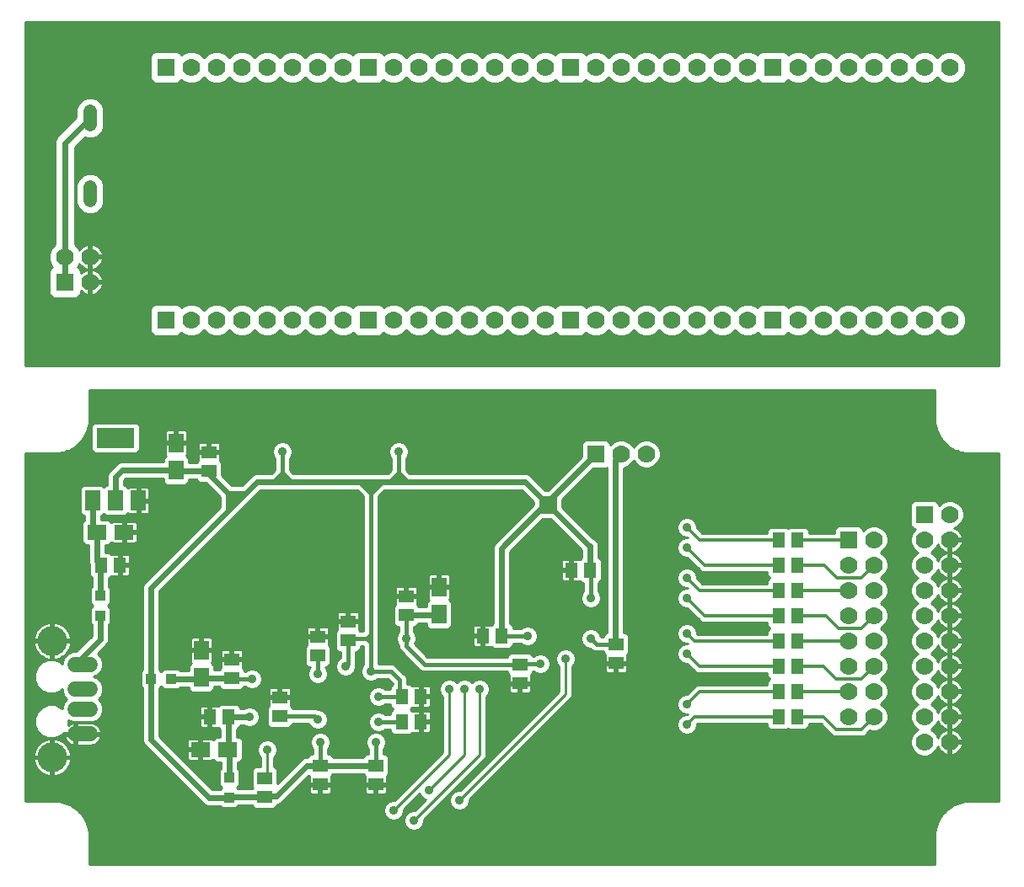
<source format=gbl>
G75*
%MOIN*%
%OFA0B0*%
%FSLAX25Y25*%
%IPPOS*%
%LPD*%
%AMOC8*
5,1,8,0,0,1.08239X$1,22.5*
%
%ADD10R,0.05906X0.05118*%
%ADD11R,0.05118X0.05906*%
%ADD12R,0.07677X0.05906*%
%ADD13R,0.05906X0.07677*%
%ADD14C,0.05937*%
%ADD15C,0.11811*%
%ADD16R,0.07000X0.07000*%
%ADD17C,0.07000*%
%ADD18R,0.03937X0.03937*%
%ADD19R,0.05906X0.07874*%
%ADD20R,0.14961X0.07874*%
%ADD21C,0.05200*%
%ADD22C,0.03569*%
%ADD23C,0.01000*%
%ADD24C,0.02400*%
%ADD25C,0.01600*%
%ADD26C,0.01200*%
%ADD27OC8,0.03962*%
D10*
X0142479Y0083260D03*
X0142479Y0090740D03*
X0161479Y0075740D03*
X0161479Y0068260D03*
X0177479Y0048740D03*
X0177479Y0041260D03*
X0199479Y0041260D03*
X0199479Y0048740D03*
X0155479Y0043740D03*
X0155479Y0036260D03*
X0176479Y0092260D03*
X0176479Y0099740D03*
X0188479Y0098260D03*
X0188479Y0105740D03*
X0211479Y0108260D03*
X0211479Y0115740D03*
X0256479Y0088740D03*
X0256479Y0081260D03*
X0294479Y0089260D03*
X0294479Y0096740D03*
X0133479Y0165260D03*
X0133479Y0172740D03*
D11*
X0098219Y0128000D03*
X0090739Y0128000D03*
X0133739Y0068000D03*
X0141219Y0068000D03*
X0209739Y0066000D03*
X0217219Y0066000D03*
X0217219Y0076000D03*
X0209739Y0076000D03*
X0241739Y0100000D03*
X0249219Y0100000D03*
X0276739Y0126000D03*
X0284219Y0126000D03*
X0358739Y0128000D03*
X0366219Y0128000D03*
X0366219Y0138000D03*
X0358739Y0138000D03*
X0358739Y0118000D03*
X0366219Y0118000D03*
X0366219Y0108000D03*
X0358739Y0108000D03*
X0358739Y0098000D03*
X0366219Y0098000D03*
X0366219Y0088000D03*
X0358739Y0088000D03*
X0358739Y0078000D03*
X0366219Y0078000D03*
X0366219Y0068000D03*
X0358739Y0068000D03*
D12*
X0140892Y0055000D03*
X0130065Y0055000D03*
X0099892Y0141000D03*
X0089065Y0141000D03*
D13*
X0120479Y0165587D03*
X0120479Y0176413D03*
X0224479Y0119413D03*
X0224479Y0108587D03*
X0130479Y0094413D03*
X0130479Y0083587D03*
D14*
X0086471Y0078937D02*
X0080534Y0078937D01*
X0080534Y0071063D02*
X0086471Y0071063D01*
X0086471Y0061220D02*
X0080534Y0061220D01*
X0080534Y0088780D02*
X0086471Y0088780D01*
D15*
X0071479Y0098031D03*
X0071479Y0051969D03*
D16*
X0286479Y0172000D03*
X0276479Y0225000D03*
X0356479Y0225000D03*
X0416479Y0148000D03*
X0386479Y0138000D03*
X0196479Y0225000D03*
X0116479Y0225000D03*
X0076479Y0240000D03*
X0116479Y0325000D03*
X0196479Y0325000D03*
X0276479Y0325000D03*
X0356479Y0325000D03*
D17*
X0346479Y0325000D03*
X0336479Y0325000D03*
X0326479Y0325000D03*
X0316479Y0325000D03*
X0306479Y0325000D03*
X0296479Y0325000D03*
X0286479Y0325000D03*
X0266479Y0325000D03*
X0256479Y0325000D03*
X0246479Y0325000D03*
X0236479Y0325000D03*
X0226479Y0325000D03*
X0216479Y0325000D03*
X0206479Y0325000D03*
X0186479Y0325000D03*
X0176479Y0325000D03*
X0166479Y0325000D03*
X0156479Y0325000D03*
X0146479Y0325000D03*
X0136479Y0325000D03*
X0126479Y0325000D03*
X0086479Y0250000D03*
X0086479Y0240000D03*
X0076479Y0250000D03*
X0126479Y0225000D03*
X0136479Y0225000D03*
X0146479Y0225000D03*
X0156479Y0225000D03*
X0166479Y0225000D03*
X0176479Y0225000D03*
X0186479Y0225000D03*
X0206479Y0225000D03*
X0216479Y0225000D03*
X0226479Y0225000D03*
X0236479Y0225000D03*
X0246479Y0225000D03*
X0256479Y0225000D03*
X0266479Y0225000D03*
X0286479Y0225000D03*
X0296479Y0225000D03*
X0306479Y0225000D03*
X0316479Y0225000D03*
X0326479Y0225000D03*
X0336479Y0225000D03*
X0346479Y0225000D03*
X0366479Y0225000D03*
X0376479Y0225000D03*
X0386479Y0225000D03*
X0396479Y0225000D03*
X0406479Y0225000D03*
X0416479Y0225000D03*
X0426479Y0225000D03*
X0426479Y0148000D03*
X0426479Y0138000D03*
X0426479Y0128000D03*
X0416479Y0128000D03*
X0416479Y0138000D03*
X0396479Y0138000D03*
X0396479Y0128000D03*
X0386479Y0128000D03*
X0386479Y0118000D03*
X0396479Y0118000D03*
X0396479Y0108000D03*
X0386479Y0108000D03*
X0386479Y0098000D03*
X0396479Y0098000D03*
X0396479Y0088000D03*
X0386479Y0088000D03*
X0386479Y0078000D03*
X0396479Y0078000D03*
X0396479Y0068000D03*
X0386479Y0068000D03*
X0416479Y0068000D03*
X0426479Y0068000D03*
X0426479Y0078000D03*
X0416479Y0078000D03*
X0416479Y0088000D03*
X0426479Y0088000D03*
X0426479Y0098000D03*
X0416479Y0098000D03*
X0416479Y0108000D03*
X0426479Y0108000D03*
X0426479Y0118000D03*
X0416479Y0118000D03*
X0416479Y0058000D03*
X0426479Y0058000D03*
X0306479Y0172000D03*
X0296479Y0172000D03*
X0366479Y0325000D03*
X0376479Y0325000D03*
X0386479Y0325000D03*
X0396479Y0325000D03*
X0406479Y0325000D03*
X0416479Y0325000D03*
X0426479Y0325000D03*
D18*
X0118416Y0083000D03*
X0110542Y0083000D03*
X0090479Y0108063D03*
X0090479Y0115937D03*
X0141479Y0043937D03*
X0141479Y0036063D03*
D19*
X0105534Y0153598D03*
X0096479Y0153598D03*
X0087424Y0153598D03*
D20*
X0096479Y0178402D03*
D21*
X0086479Y0272400D02*
X0086479Y0277600D01*
X0086479Y0302400D02*
X0086479Y0307600D01*
D22*
X0180479Y0179000D03*
X0162479Y0173000D03*
X0146479Y0175000D03*
X0122479Y0149000D03*
X0112479Y0135000D03*
X0124479Y0119000D03*
X0140479Y0133000D03*
X0156479Y0133000D03*
X0166479Y0119000D03*
X0184479Y0123000D03*
X0202479Y0105000D03*
X0211479Y0099000D03*
X0218479Y0103000D03*
X0222479Y0095000D03*
X0228479Y0079000D03*
X0234479Y0079000D03*
X0240479Y0079000D03*
X0248479Y0061000D03*
X0272479Y0065000D03*
X0264479Y0089000D03*
X0274479Y0091000D03*
X0284479Y0099000D03*
X0276479Y0105000D03*
X0268479Y0113000D03*
X0259479Y0100000D03*
X0236479Y0109000D03*
X0197479Y0086000D03*
X0191479Y0082000D03*
X0187479Y0088000D03*
X0176479Y0085000D03*
X0174479Y0076000D03*
X0176479Y0067000D03*
X0177479Y0058000D03*
X0187479Y0058000D03*
X0199479Y0058000D03*
X0200479Y0066000D03*
X0200479Y0076000D03*
X0216479Y0053000D03*
X0220479Y0039000D03*
X0232479Y0035000D03*
X0214479Y0027000D03*
X0206479Y0031000D03*
X0166479Y0027000D03*
X0156479Y0055000D03*
X0149479Y0068000D03*
X0150479Y0083000D03*
X0160479Y0093000D03*
X0124479Y0063000D03*
X0098479Y0039000D03*
X0120479Y0029000D03*
X0076479Y0119000D03*
X0076479Y0143000D03*
X0208479Y0173000D03*
X0222479Y0175000D03*
X0226479Y0151000D03*
X0244479Y0151000D03*
X0270479Y0141000D03*
X0284479Y0153000D03*
X0314479Y0157000D03*
X0334479Y0157000D03*
X0322479Y0143000D03*
X0314479Y0139000D03*
X0322479Y0135000D03*
X0322479Y0123000D03*
X0314479Y0118000D03*
X0322479Y0115000D03*
X0322479Y0101000D03*
X0314479Y0098000D03*
X0322479Y0093000D03*
X0322479Y0073000D03*
X0314479Y0069000D03*
X0322479Y0065000D03*
X0334479Y0041000D03*
X0294479Y0041000D03*
X0378479Y0046000D03*
X0284479Y0115000D03*
X0362479Y0151000D03*
X0334479Y0183000D03*
D23*
X0060979Y0172191D02*
X0060979Y0034659D01*
X0071443Y0034659D01*
X0071509Y0034716D01*
X0072302Y0034659D01*
X0073097Y0034659D01*
X0073158Y0034598D01*
X0073360Y0034583D01*
X0073504Y0034676D01*
X0074207Y0034523D01*
X0074925Y0034471D01*
X0075037Y0034342D01*
X0075318Y0034281D01*
X0075473Y0034352D01*
X0076148Y0034101D01*
X0076851Y0033948D01*
X0076943Y0033804D01*
X0077212Y0033704D01*
X0077376Y0033752D01*
X0078008Y0033407D01*
X0078682Y0033155D01*
X0078753Y0033000D01*
X0079005Y0032862D01*
X0079174Y0032887D01*
X0079750Y0032455D01*
X0080382Y0032110D01*
X0080430Y0031946D01*
X0080660Y0031774D01*
X0080831Y0031774D01*
X0081340Y0031265D01*
X0081916Y0030834D01*
X0081940Y0030665D01*
X0082144Y0030462D01*
X0082313Y0030437D01*
X0082744Y0029861D01*
X0083253Y0029352D01*
X0083253Y0029182D01*
X0083425Y0028952D01*
X0083589Y0028903D01*
X0083934Y0028272D01*
X0084365Y0027696D01*
X0084341Y0027527D01*
X0084479Y0027274D01*
X0084634Y0027203D01*
X0084886Y0026529D01*
X0085230Y0025897D01*
X0085182Y0025733D01*
X0085283Y0025464D01*
X0085426Y0025372D01*
X0085579Y0024669D01*
X0085831Y0023994D01*
X0085760Y0023839D01*
X0085821Y0023558D01*
X0085950Y0023446D01*
X0086002Y0022728D01*
X0086154Y0022025D01*
X0086062Y0021882D01*
X0086077Y0021679D01*
X0086138Y0021618D01*
X0086138Y0020823D01*
X0086194Y0020030D01*
X0086138Y0019965D01*
X0086138Y0009500D01*
X0420520Y0009500D01*
X0420520Y0019965D01*
X0420464Y0020030D01*
X0420520Y0020823D01*
X0420520Y0021618D01*
X0420582Y0021679D01*
X0420596Y0021882D01*
X0420504Y0022025D01*
X0420657Y0022729D01*
X0420708Y0023446D01*
X0420837Y0023558D01*
X0420898Y0023839D01*
X0420827Y0023994D01*
X0421079Y0024669D01*
X0421232Y0025372D01*
X0421376Y0025464D01*
X0421476Y0025733D01*
X0421428Y0025897D01*
X0421773Y0026529D01*
X0422024Y0027203D01*
X0422180Y0027274D01*
X0422317Y0027527D01*
X0422293Y0027696D01*
X0422724Y0028272D01*
X0423069Y0028903D01*
X0423233Y0028952D01*
X0423405Y0029182D01*
X0423405Y0029352D01*
X0423914Y0029861D01*
X0424345Y0030437D01*
X0424515Y0030462D01*
X0424718Y0030665D01*
X0424742Y0030834D01*
X0425318Y0031265D01*
X0425827Y0031774D01*
X0425998Y0031774D01*
X0426228Y0031946D01*
X0426276Y0032110D01*
X0426908Y0032455D01*
X0427484Y0032887D01*
X0427653Y0032862D01*
X0427905Y0033000D01*
X0427976Y0033155D01*
X0428650Y0033407D01*
X0429282Y0033752D01*
X0429446Y0033704D01*
X0429715Y0033804D01*
X0429808Y0033948D01*
X0430511Y0034101D01*
X0431185Y0034352D01*
X0431341Y0034281D01*
X0431621Y0034342D01*
X0431733Y0034471D01*
X0432451Y0034523D01*
X0433154Y0034676D01*
X0433298Y0034583D01*
X0433500Y0034598D01*
X0433562Y0034659D01*
X0434356Y0034659D01*
X0435149Y0034716D01*
X0435215Y0034659D01*
X0445680Y0034659D01*
X0445680Y0172191D01*
X0435215Y0172191D01*
X0435149Y0172135D01*
X0434356Y0172191D01*
X0433562Y0172191D01*
X0433500Y0172253D01*
X0433298Y0172267D01*
X0433154Y0172175D01*
X0432451Y0172328D01*
X0431733Y0172379D01*
X0431621Y0172508D01*
X0431341Y0172569D01*
X0431185Y0172498D01*
X0430511Y0172750D01*
X0429808Y0172903D01*
X0429715Y0173046D01*
X0429446Y0173147D01*
X0429282Y0173099D01*
X0428650Y0173444D01*
X0427976Y0173695D01*
X0427905Y0173851D01*
X0427653Y0173988D01*
X0427484Y0173964D01*
X0426908Y0174395D01*
X0426276Y0174740D01*
X0426228Y0174904D01*
X0425998Y0175076D01*
X0425827Y0175076D01*
X0425318Y0175585D01*
X0424742Y0176016D01*
X0424718Y0176185D01*
X0424515Y0176389D01*
X0424345Y0176413D01*
X0423914Y0176989D01*
X0423405Y0177498D01*
X0423405Y0177669D01*
X0423233Y0177899D01*
X0423069Y0177947D01*
X0422724Y0178579D01*
X0422293Y0179155D01*
X0422317Y0179324D01*
X0422180Y0179576D01*
X0422024Y0179647D01*
X0421773Y0180321D01*
X0421428Y0180953D01*
X0421476Y0181117D01*
X0421376Y0181386D01*
X0421232Y0181478D01*
X0421079Y0182182D01*
X0420827Y0182856D01*
X0420898Y0183011D01*
X0420837Y0183292D01*
X0420708Y0183404D01*
X0420657Y0184122D01*
X0420504Y0184825D01*
X0420596Y0184969D01*
X0420582Y0185171D01*
X0420520Y0185233D01*
X0420520Y0186027D01*
X0420464Y0186820D01*
X0420520Y0186886D01*
X0420520Y0197350D01*
X0086138Y0197350D01*
X0086138Y0186886D01*
X0086194Y0186820D01*
X0086138Y0186027D01*
X0086138Y0185233D01*
X0086077Y0185171D01*
X0086062Y0184969D01*
X0086154Y0184825D01*
X0086002Y0184122D01*
X0085950Y0183404D01*
X0085821Y0183292D01*
X0085760Y0183011D01*
X0085831Y0182856D01*
X0085579Y0182182D01*
X0085426Y0181478D01*
X0085283Y0181386D01*
X0085182Y0181117D01*
X0085230Y0180953D01*
X0084886Y0180321D01*
X0084634Y0179647D01*
X0084479Y0179576D01*
X0084341Y0179324D01*
X0084365Y0179155D01*
X0083934Y0178579D01*
X0083589Y0177947D01*
X0083425Y0177899D01*
X0083253Y0177669D01*
X0083253Y0177498D01*
X0082744Y0176989D01*
X0082313Y0176413D01*
X0082144Y0176389D01*
X0081940Y0176185D01*
X0081916Y0176016D01*
X0081340Y0175585D01*
X0080831Y0175076D01*
X0080660Y0175076D01*
X0080430Y0174904D01*
X0080382Y0174740D01*
X0079750Y0174395D01*
X0079174Y0173964D01*
X0079005Y0173988D01*
X0078753Y0173851D01*
X0078682Y0173695D01*
X0078008Y0173444D01*
X0077376Y0173099D01*
X0077212Y0173147D01*
X0076943Y0173046D01*
X0076851Y0172903D01*
X0076147Y0172750D01*
X0075473Y0172498D01*
X0075318Y0172569D01*
X0075037Y0172508D01*
X0074925Y0172379D01*
X0074207Y0172328D01*
X0073504Y0172175D01*
X0073360Y0172267D01*
X0073158Y0172253D01*
X0073097Y0172191D01*
X0072302Y0172191D01*
X0071509Y0172135D01*
X0071443Y0172191D01*
X0060979Y0172191D01*
X0060979Y0171751D02*
X0116269Y0171751D01*
X0116326Y0171654D02*
X0116555Y0171424D01*
X0115426Y0170295D01*
X0115426Y0168887D01*
X0098409Y0168887D01*
X0097196Y0168384D01*
X0093681Y0164869D01*
X0093179Y0163656D01*
X0093179Y0159635D01*
X0092656Y0159635D01*
X0091951Y0158930D01*
X0091246Y0159635D01*
X0083601Y0159635D01*
X0082371Y0158405D01*
X0082371Y0148792D01*
X0083601Y0147561D01*
X0084124Y0147561D01*
X0084124Y0145819D01*
X0083127Y0144823D01*
X0083127Y0137177D01*
X0084357Y0135947D01*
X0085765Y0135947D01*
X0085765Y0129017D01*
X0086080Y0128258D01*
X0086080Y0124177D01*
X0087179Y0123078D01*
X0087179Y0119544D01*
X0086410Y0118775D01*
X0086410Y0113099D01*
X0087509Y0112000D01*
X0086410Y0110901D01*
X0086410Y0105225D01*
X0087179Y0104456D01*
X0087179Y0100091D01*
X0080935Y0093848D01*
X0079526Y0093848D01*
X0077663Y0093076D01*
X0076237Y0091651D01*
X0075465Y0089788D01*
X0075465Y0088904D01*
X0074861Y0089509D01*
X0072411Y0090524D01*
X0069759Y0090524D01*
X0067309Y0089509D01*
X0065434Y0087634D01*
X0064420Y0085184D01*
X0064420Y0082532D01*
X0065434Y0080083D01*
X0067309Y0078208D01*
X0069759Y0077193D01*
X0072411Y0077193D01*
X0074861Y0078208D01*
X0075465Y0078812D01*
X0075465Y0077929D01*
X0076237Y0076066D01*
X0077303Y0075000D01*
X0076237Y0073934D01*
X0075465Y0072071D01*
X0075465Y0071188D01*
X0074861Y0071792D01*
X0072411Y0072807D01*
X0069759Y0072807D01*
X0067309Y0071792D01*
X0065434Y0069917D01*
X0064420Y0067468D01*
X0064420Y0064816D01*
X0065434Y0062366D01*
X0067309Y0060491D01*
X0069759Y0059476D01*
X0072411Y0059476D01*
X0074861Y0060491D01*
X0076089Y0061719D01*
X0076086Y0061705D01*
X0080050Y0061705D01*
X0080050Y0065668D01*
X0079487Y0065579D01*
X0078819Y0065362D01*
X0078192Y0065042D01*
X0077694Y0064681D01*
X0077750Y0064816D01*
X0077750Y0066730D01*
X0079526Y0065994D01*
X0087479Y0065994D01*
X0089342Y0066766D01*
X0090768Y0068192D01*
X0091539Y0070055D01*
X0091539Y0072071D01*
X0090768Y0073934D01*
X0089702Y0075000D01*
X0090768Y0076066D01*
X0091539Y0077929D01*
X0091539Y0079945D01*
X0090768Y0081808D01*
X0089342Y0083234D01*
X0087834Y0083858D01*
X0089342Y0084483D01*
X0090768Y0085908D01*
X0091539Y0087771D01*
X0091539Y0089788D01*
X0090768Y0091651D01*
X0089420Y0092999D01*
X0093276Y0096855D01*
X0093779Y0098068D01*
X0093779Y0104456D01*
X0094547Y0105225D01*
X0094547Y0110901D01*
X0093449Y0112000D01*
X0094547Y0113099D01*
X0094547Y0118775D01*
X0093779Y0119544D01*
X0093779Y0122947D01*
X0094167Y0122947D01*
X0094947Y0123727D01*
X0095081Y0123649D01*
X0095462Y0123547D01*
X0097719Y0123547D01*
X0097719Y0127500D01*
X0098719Y0127500D01*
X0098719Y0128500D01*
X0102278Y0128500D01*
X0102278Y0131150D01*
X0102176Y0131532D01*
X0101978Y0131874D01*
X0101699Y0132153D01*
X0101357Y0132351D01*
X0100975Y0132453D01*
X0098719Y0132453D01*
X0098719Y0128500D01*
X0097719Y0128500D01*
X0097719Y0132453D01*
X0095462Y0132453D01*
X0095081Y0132351D01*
X0094947Y0132273D01*
X0094167Y0133053D01*
X0092365Y0133053D01*
X0092365Y0135947D01*
X0093774Y0135947D01*
X0094903Y0137076D01*
X0095133Y0136847D01*
X0095475Y0136649D01*
X0095856Y0136547D01*
X0099392Y0136547D01*
X0099392Y0140500D01*
X0100392Y0140500D01*
X0100392Y0136547D01*
X0103928Y0136547D01*
X0104310Y0136649D01*
X0104652Y0136847D01*
X0104931Y0137126D01*
X0105128Y0137468D01*
X0105231Y0137850D01*
X0105231Y0140500D01*
X0100392Y0140500D01*
X0100392Y0141500D01*
X0099392Y0141500D01*
X0099392Y0145453D01*
X0095856Y0145453D01*
X0095475Y0145351D01*
X0095133Y0145153D01*
X0094903Y0144924D01*
X0093774Y0146053D01*
X0090724Y0146053D01*
X0090724Y0147561D01*
X0091246Y0147561D01*
X0091951Y0148266D01*
X0092656Y0147561D01*
X0100301Y0147561D01*
X0101431Y0148691D01*
X0101660Y0148461D01*
X0102002Y0148264D01*
X0102384Y0148161D01*
X0105034Y0148161D01*
X0105034Y0153098D01*
X0106034Y0153098D01*
X0106034Y0148161D01*
X0108684Y0148161D01*
X0109066Y0148264D01*
X0109408Y0148461D01*
X0109687Y0148740D01*
X0109884Y0149082D01*
X0109987Y0149464D01*
X0109987Y0153098D01*
X0106034Y0153098D01*
X0106034Y0154098D01*
X0109987Y0154098D01*
X0109987Y0157733D01*
X0109884Y0158114D01*
X0109687Y0158456D01*
X0109408Y0158736D01*
X0109066Y0158933D01*
X0108684Y0159035D01*
X0106034Y0159035D01*
X0106034Y0154098D01*
X0105034Y0154098D01*
X0105034Y0159035D01*
X0102384Y0159035D01*
X0102002Y0158933D01*
X0101660Y0158736D01*
X0101431Y0158506D01*
X0100301Y0159635D01*
X0099779Y0159635D01*
X0099779Y0161633D01*
X0100432Y0162287D01*
X0115426Y0162287D01*
X0115426Y0160878D01*
X0116656Y0159648D01*
X0124301Y0159648D01*
X0125531Y0160878D01*
X0125531Y0161960D01*
X0128426Y0161960D01*
X0128426Y0161831D01*
X0129656Y0160601D01*
X0132211Y0160601D01*
X0137879Y0154933D01*
X0137879Y0151067D01*
X0107744Y0120932D01*
X0107242Y0119719D01*
X0107242Y0086607D01*
X0106473Y0085838D01*
X0106473Y0080162D01*
X0107179Y0079456D01*
X0107179Y0058344D01*
X0107681Y0057131D01*
X0130618Y0034194D01*
X0131546Y0033265D01*
X0132759Y0032763D01*
X0137872Y0032763D01*
X0138640Y0031994D01*
X0144317Y0031994D01*
X0145282Y0032960D01*
X0150426Y0032960D01*
X0150426Y0032831D01*
X0151656Y0031601D01*
X0159301Y0031601D01*
X0160531Y0032831D01*
X0160531Y0033440D01*
X0160875Y0033440D01*
X0162088Y0033943D01*
X0172941Y0044796D01*
X0173205Y0044532D01*
X0173128Y0044398D01*
X0173026Y0044016D01*
X0173026Y0041760D01*
X0176979Y0041760D01*
X0176979Y0040760D01*
X0177979Y0040760D01*
X0177979Y0041760D01*
X0181931Y0041760D01*
X0181931Y0044016D01*
X0181829Y0044398D01*
X0181752Y0044532D01*
X0182531Y0045311D01*
X0182531Y0045440D01*
X0194426Y0045440D01*
X0194426Y0045311D01*
X0195205Y0044532D01*
X0195128Y0044398D01*
X0195026Y0044016D01*
X0195026Y0041760D01*
X0198979Y0041760D01*
X0198979Y0040760D01*
X0199979Y0040760D01*
X0199979Y0041760D01*
X0203931Y0041760D01*
X0203931Y0044016D01*
X0203829Y0044398D01*
X0203752Y0044532D01*
X0204531Y0045311D01*
X0204531Y0052169D01*
X0203301Y0053399D01*
X0202379Y0053399D01*
X0202379Y0055407D01*
X0202772Y0055800D01*
X0203363Y0057227D01*
X0203363Y0058773D01*
X0202772Y0060200D01*
X0201679Y0061293D01*
X0200251Y0061884D01*
X0198706Y0061884D01*
X0197278Y0061293D01*
X0196186Y0060200D01*
X0195594Y0058773D01*
X0195594Y0057227D01*
X0196186Y0055800D01*
X0196579Y0055407D01*
X0196579Y0053399D01*
X0195656Y0053399D01*
X0194426Y0052169D01*
X0194426Y0052040D01*
X0182531Y0052040D01*
X0182531Y0052169D01*
X0181301Y0053399D01*
X0180379Y0053399D01*
X0180379Y0055407D01*
X0180772Y0055800D01*
X0181363Y0057227D01*
X0181363Y0058773D01*
X0180772Y0060200D01*
X0179679Y0061293D01*
X0178251Y0061884D01*
X0176706Y0061884D01*
X0175278Y0061293D01*
X0174186Y0060200D01*
X0173594Y0058773D01*
X0173594Y0057227D01*
X0174186Y0055800D01*
X0174579Y0055407D01*
X0174579Y0053399D01*
X0173656Y0053399D01*
X0172426Y0052169D01*
X0172426Y0052040D01*
X0171562Y0052040D01*
X0170350Y0051538D01*
X0160531Y0041720D01*
X0160531Y0047169D01*
X0159301Y0048399D01*
X0159079Y0048399D01*
X0159079Y0052107D01*
X0159772Y0052800D01*
X0160363Y0054227D01*
X0160363Y0055773D01*
X0159772Y0057200D01*
X0158679Y0058293D01*
X0157251Y0058884D01*
X0155706Y0058884D01*
X0154278Y0058293D01*
X0153186Y0057200D01*
X0152594Y0055773D01*
X0152594Y0054227D01*
X0153186Y0052800D01*
X0153879Y0052107D01*
X0153879Y0048399D01*
X0151656Y0048399D01*
X0150426Y0047169D01*
X0150426Y0040311D01*
X0150737Y0040000D01*
X0150426Y0039689D01*
X0150426Y0039560D01*
X0144889Y0039560D01*
X0144449Y0040000D01*
X0145547Y0041099D01*
X0145547Y0046775D01*
X0144779Y0047544D01*
X0144779Y0049947D01*
X0145601Y0049947D01*
X0146831Y0051177D01*
X0146831Y0058823D01*
X0145601Y0060053D01*
X0144519Y0060053D01*
X0144519Y0062947D01*
X0144648Y0062947D01*
X0145878Y0064177D01*
X0145878Y0064700D01*
X0147296Y0064700D01*
X0148706Y0064116D01*
X0150251Y0064116D01*
X0151679Y0064707D01*
X0152772Y0065800D01*
X0153363Y0067227D01*
X0153363Y0068773D01*
X0152772Y0070200D01*
X0151679Y0071293D01*
X0150251Y0071884D01*
X0148706Y0071884D01*
X0147296Y0071300D01*
X0145878Y0071300D01*
X0145878Y0071823D01*
X0144648Y0073053D01*
X0137790Y0073053D01*
X0137010Y0072273D01*
X0136877Y0072351D01*
X0136495Y0072453D01*
X0134239Y0072453D01*
X0134239Y0068500D01*
X0133239Y0068500D01*
X0133239Y0072453D01*
X0130982Y0072453D01*
X0130601Y0072351D01*
X0130259Y0072153D01*
X0129979Y0071874D01*
X0129782Y0071532D01*
X0129680Y0071150D01*
X0129680Y0068500D01*
X0133239Y0068500D01*
X0133239Y0067500D01*
X0134239Y0067500D01*
X0134239Y0063547D01*
X0136495Y0063547D01*
X0136877Y0063649D01*
X0137010Y0063727D01*
X0137790Y0062947D01*
X0137919Y0062947D01*
X0137919Y0060053D01*
X0136184Y0060053D01*
X0135054Y0058924D01*
X0134825Y0059153D01*
X0134483Y0059351D01*
X0134101Y0059453D01*
X0130565Y0059453D01*
X0130565Y0055500D01*
X0129565Y0055500D01*
X0129565Y0054500D01*
X0124727Y0054500D01*
X0124727Y0051850D01*
X0124829Y0051468D01*
X0125026Y0051126D01*
X0125306Y0050847D01*
X0125648Y0050649D01*
X0126029Y0050547D01*
X0129565Y0050547D01*
X0129565Y0054500D01*
X0130565Y0054500D01*
X0130565Y0050547D01*
X0134101Y0050547D01*
X0134483Y0050649D01*
X0134825Y0050847D01*
X0135054Y0051076D01*
X0136184Y0049947D01*
X0138179Y0049947D01*
X0138179Y0047544D01*
X0137410Y0046775D01*
X0137410Y0041099D01*
X0138509Y0040000D01*
X0137872Y0039363D01*
X0134783Y0039363D01*
X0113779Y0060367D01*
X0113779Y0079330D01*
X0114479Y0080030D01*
X0115577Y0078931D01*
X0121254Y0078931D01*
X0122023Y0079700D01*
X0125426Y0079700D01*
X0125426Y0078878D01*
X0126656Y0077648D01*
X0134301Y0077648D01*
X0135531Y0078878D01*
X0135531Y0079960D01*
X0137426Y0079960D01*
X0137426Y0079831D01*
X0138656Y0078601D01*
X0146301Y0078601D01*
X0147531Y0079831D01*
X0147531Y0080100D01*
X0147886Y0080100D01*
X0148278Y0079707D01*
X0149706Y0079116D01*
X0151251Y0079116D01*
X0152679Y0079707D01*
X0153772Y0080800D01*
X0154363Y0082227D01*
X0154363Y0083773D01*
X0153772Y0085200D01*
X0152679Y0086293D01*
X0151251Y0086884D01*
X0149706Y0086884D01*
X0148278Y0086293D01*
X0147886Y0085900D01*
X0147531Y0085900D01*
X0147531Y0086689D01*
X0146752Y0087468D01*
X0146829Y0087602D01*
X0146931Y0087984D01*
X0146931Y0090240D01*
X0142979Y0090240D01*
X0142979Y0091240D01*
X0146931Y0091240D01*
X0146931Y0093497D01*
X0146829Y0093878D01*
X0146632Y0094220D01*
X0146353Y0094499D01*
X0146010Y0094697D01*
X0145629Y0094799D01*
X0142979Y0094799D01*
X0142979Y0091240D01*
X0141979Y0091240D01*
X0141979Y0094799D01*
X0139328Y0094799D01*
X0138947Y0094697D01*
X0138605Y0094499D01*
X0138326Y0094220D01*
X0138128Y0093878D01*
X0138026Y0093497D01*
X0138026Y0091240D01*
X0141979Y0091240D01*
X0141979Y0090240D01*
X0138026Y0090240D01*
X0138026Y0087984D01*
X0138128Y0087602D01*
X0138205Y0087468D01*
X0137426Y0086689D01*
X0137426Y0086560D01*
X0135531Y0086560D01*
X0135531Y0088295D01*
X0134402Y0089424D01*
X0134632Y0089654D01*
X0134829Y0089996D01*
X0134931Y0090377D01*
X0134931Y0093913D01*
X0130979Y0093913D01*
X0130979Y0094913D01*
X0134931Y0094913D01*
X0134931Y0098449D01*
X0134829Y0098831D01*
X0134632Y0099173D01*
X0134353Y0099452D01*
X0134010Y0099650D01*
X0133629Y0099752D01*
X0130979Y0099752D01*
X0130979Y0094913D01*
X0129979Y0094913D01*
X0129979Y0093913D01*
X0126026Y0093913D01*
X0126026Y0090377D01*
X0126128Y0089996D01*
X0126326Y0089654D01*
X0126555Y0089424D01*
X0125426Y0088295D01*
X0125426Y0086300D01*
X0122023Y0086300D01*
X0121254Y0087068D01*
X0115577Y0087068D01*
X0114479Y0085970D01*
X0113842Y0086607D01*
X0113842Y0117696D01*
X0146348Y0150202D01*
X0147276Y0151131D01*
X0153846Y0157700D01*
X0192102Y0157700D01*
X0194579Y0155223D01*
X0194579Y0101900D01*
X0193320Y0101900D01*
X0192752Y0102468D01*
X0192829Y0102602D01*
X0192931Y0102984D01*
X0192931Y0105240D01*
X0188979Y0105240D01*
X0188979Y0106240D01*
X0192931Y0106240D01*
X0192931Y0108497D01*
X0192829Y0108878D01*
X0192632Y0109220D01*
X0192353Y0109499D01*
X0192010Y0109697D01*
X0191629Y0109799D01*
X0188979Y0109799D01*
X0188979Y0106240D01*
X0187979Y0106240D01*
X0187979Y0109799D01*
X0185328Y0109799D01*
X0184947Y0109697D01*
X0184605Y0109499D01*
X0184326Y0109220D01*
X0184128Y0108878D01*
X0184026Y0108497D01*
X0184026Y0106240D01*
X0187979Y0106240D01*
X0187979Y0105240D01*
X0184026Y0105240D01*
X0184026Y0102984D01*
X0184128Y0102602D01*
X0184205Y0102468D01*
X0183426Y0101689D01*
X0183426Y0094831D01*
X0184656Y0093601D01*
X0185579Y0093601D01*
X0185579Y0091417D01*
X0185278Y0091293D01*
X0184186Y0090200D01*
X0183594Y0088773D01*
X0183594Y0087227D01*
X0184186Y0085800D01*
X0185278Y0084707D01*
X0186706Y0084116D01*
X0188251Y0084116D01*
X0189679Y0084707D01*
X0190772Y0085800D01*
X0191363Y0087227D01*
X0191363Y0088385D01*
X0191379Y0088423D01*
X0191379Y0093601D01*
X0192301Y0093601D01*
X0193531Y0094831D01*
X0193531Y0096100D01*
X0194579Y0096100D01*
X0194579Y0088593D01*
X0194186Y0088200D01*
X0193594Y0086773D01*
X0193594Y0085227D01*
X0194186Y0083800D01*
X0195278Y0082707D01*
X0196706Y0082116D01*
X0198251Y0082116D01*
X0199679Y0082707D01*
X0200072Y0083100D01*
X0204278Y0083100D01*
X0206079Y0081299D01*
X0206079Y0080822D01*
X0205080Y0079823D01*
X0205080Y0078900D01*
X0203072Y0078900D01*
X0202679Y0079293D01*
X0201251Y0079884D01*
X0199706Y0079884D01*
X0198278Y0079293D01*
X0197186Y0078200D01*
X0196594Y0076773D01*
X0196594Y0075227D01*
X0197186Y0073800D01*
X0198278Y0072707D01*
X0199706Y0072116D01*
X0201251Y0072116D01*
X0202679Y0072707D01*
X0203072Y0073100D01*
X0205080Y0073100D01*
X0205080Y0072177D01*
X0206257Y0071000D01*
X0205080Y0069823D01*
X0205080Y0068900D01*
X0203072Y0068900D01*
X0202679Y0069293D01*
X0201251Y0069884D01*
X0199706Y0069884D01*
X0198278Y0069293D01*
X0197186Y0068200D01*
X0196594Y0066773D01*
X0196594Y0065227D01*
X0197186Y0063800D01*
X0198278Y0062707D01*
X0199706Y0062116D01*
X0201251Y0062116D01*
X0202679Y0062707D01*
X0203072Y0063100D01*
X0205080Y0063100D01*
X0205080Y0062177D01*
X0206310Y0060947D01*
X0213167Y0060947D01*
X0213947Y0061727D01*
X0214081Y0061649D01*
X0214462Y0061547D01*
X0216719Y0061547D01*
X0216719Y0065500D01*
X0217719Y0065500D01*
X0217719Y0066500D01*
X0221278Y0066500D01*
X0221278Y0069150D01*
X0221176Y0069532D01*
X0220978Y0069874D01*
X0220699Y0070153D01*
X0220357Y0070351D01*
X0219975Y0070453D01*
X0217719Y0070453D01*
X0217719Y0066500D01*
X0216719Y0066500D01*
X0216719Y0070453D01*
X0214462Y0070453D01*
X0214081Y0070351D01*
X0213947Y0070273D01*
X0213220Y0071000D01*
X0213947Y0071727D01*
X0214081Y0071649D01*
X0214462Y0071547D01*
X0216719Y0071547D01*
X0216719Y0075500D01*
X0217719Y0075500D01*
X0217719Y0076500D01*
X0221278Y0076500D01*
X0221278Y0079150D01*
X0221176Y0079532D01*
X0220978Y0079874D01*
X0220699Y0080153D01*
X0220357Y0080351D01*
X0219975Y0080453D01*
X0217719Y0080453D01*
X0217719Y0076500D01*
X0216719Y0076500D01*
X0216719Y0080453D01*
X0214462Y0080453D01*
X0214081Y0080351D01*
X0213947Y0080273D01*
X0213167Y0081053D01*
X0211879Y0081053D01*
X0211879Y0083077D01*
X0211437Y0084143D01*
X0210621Y0084958D01*
X0207121Y0088458D01*
X0206056Y0088900D01*
X0200379Y0088900D01*
X0200379Y0155223D01*
X0202856Y0157700D01*
X0257112Y0157700D01*
X0261879Y0152933D01*
X0261879Y0152067D01*
X0246421Y0136609D01*
X0245919Y0135397D01*
X0245919Y0105053D01*
X0245790Y0105053D01*
X0245010Y0104273D01*
X0244877Y0104351D01*
X0244495Y0104453D01*
X0242239Y0104453D01*
X0242239Y0100500D01*
X0241239Y0100500D01*
X0241239Y0104453D01*
X0238982Y0104453D01*
X0238601Y0104351D01*
X0238259Y0104153D01*
X0237979Y0103874D01*
X0237782Y0103532D01*
X0237680Y0103150D01*
X0237680Y0100500D01*
X0241239Y0100500D01*
X0241239Y0099500D01*
X0242239Y0099500D01*
X0242239Y0095547D01*
X0244495Y0095547D01*
X0244877Y0095649D01*
X0245010Y0095727D01*
X0245790Y0094947D01*
X0252648Y0094947D01*
X0253878Y0096177D01*
X0253878Y0097100D01*
X0256886Y0097100D01*
X0257278Y0096707D01*
X0258706Y0096116D01*
X0260251Y0096116D01*
X0261679Y0096707D01*
X0262772Y0097800D01*
X0263363Y0099227D01*
X0263363Y0100773D01*
X0262772Y0102200D01*
X0261679Y0103293D01*
X0260251Y0103884D01*
X0258706Y0103884D01*
X0257278Y0103293D01*
X0256886Y0102900D01*
X0253878Y0102900D01*
X0253878Y0103823D01*
X0252648Y0105053D01*
X0252519Y0105053D01*
X0252519Y0133373D01*
X0265546Y0146400D01*
X0268412Y0146400D01*
X0280919Y0133893D01*
X0280919Y0131053D01*
X0280790Y0131053D01*
X0280010Y0130273D01*
X0279877Y0130351D01*
X0279495Y0130453D01*
X0277239Y0130453D01*
X0277239Y0126500D01*
X0276239Y0126500D01*
X0276239Y0130453D01*
X0273982Y0130453D01*
X0273601Y0130351D01*
X0273259Y0130153D01*
X0272979Y0129874D01*
X0272782Y0129532D01*
X0272680Y0129150D01*
X0272680Y0126500D01*
X0276239Y0126500D01*
X0276239Y0125500D01*
X0277239Y0125500D01*
X0277239Y0121547D01*
X0279495Y0121547D01*
X0279877Y0121649D01*
X0280010Y0121727D01*
X0280790Y0120947D01*
X0281579Y0120947D01*
X0281579Y0117593D01*
X0281186Y0117200D01*
X0280594Y0115773D01*
X0280594Y0114227D01*
X0281186Y0112800D01*
X0282278Y0111707D01*
X0283706Y0111116D01*
X0285251Y0111116D01*
X0286679Y0111707D01*
X0287772Y0112800D01*
X0288363Y0114227D01*
X0288363Y0115773D01*
X0287772Y0117200D01*
X0287379Y0117593D01*
X0287379Y0120947D01*
X0287648Y0120947D01*
X0288878Y0122177D01*
X0288878Y0129823D01*
X0287648Y0131053D01*
X0287519Y0131053D01*
X0287519Y0136176D01*
X0287016Y0137389D01*
X0286088Y0138317D01*
X0285645Y0138501D01*
X0273079Y0151067D01*
X0273079Y0153933D01*
X0285546Y0166400D01*
X0290849Y0166400D01*
X0290919Y0166470D01*
X0290919Y0101399D01*
X0290656Y0101399D01*
X0289426Y0100169D01*
X0289426Y0099640D01*
X0288363Y0099640D01*
X0288363Y0099773D01*
X0287772Y0101200D01*
X0286679Y0102293D01*
X0285251Y0102884D01*
X0283706Y0102884D01*
X0282278Y0102293D01*
X0281186Y0101200D01*
X0280594Y0099773D01*
X0280594Y0098227D01*
X0281186Y0096800D01*
X0282278Y0095707D01*
X0283706Y0095116D01*
X0284262Y0095116D01*
X0285096Y0094282D01*
X0286162Y0093840D01*
X0289426Y0093840D01*
X0289426Y0093311D01*
X0290205Y0092532D01*
X0290128Y0092398D01*
X0290026Y0092016D01*
X0290026Y0089760D01*
X0293979Y0089760D01*
X0293979Y0088760D01*
X0294979Y0088760D01*
X0294979Y0089760D01*
X0298931Y0089760D01*
X0298931Y0092016D01*
X0298829Y0092398D01*
X0298752Y0092532D01*
X0299531Y0093311D01*
X0299531Y0100169D01*
X0298301Y0101399D01*
X0297519Y0101399D01*
X0297519Y0166400D01*
X0297593Y0166400D01*
X0299651Y0167253D01*
X0301226Y0168828D01*
X0301479Y0169438D01*
X0301731Y0168828D01*
X0303307Y0167253D01*
X0305365Y0166400D01*
X0307593Y0166400D01*
X0309651Y0167253D01*
X0311226Y0168828D01*
X0312079Y0170886D01*
X0312079Y0173114D01*
X0311226Y0175172D01*
X0309651Y0176747D01*
X0307593Y0177600D01*
X0305365Y0177600D01*
X0303307Y0176747D01*
X0301731Y0175172D01*
X0301479Y0174562D01*
X0301226Y0175172D01*
X0299651Y0176747D01*
X0297593Y0177600D01*
X0295365Y0177600D01*
X0293307Y0176747D01*
X0292079Y0175520D01*
X0292079Y0176370D01*
X0290849Y0177600D01*
X0282109Y0177600D01*
X0280879Y0176370D01*
X0280879Y0171067D01*
X0267412Y0157600D01*
X0266546Y0157600D01*
X0261276Y0162869D01*
X0260348Y0163798D01*
X0259135Y0164300D01*
X0212856Y0164300D01*
X0211379Y0165777D01*
X0211379Y0170407D01*
X0211772Y0170800D01*
X0212363Y0172227D01*
X0212363Y0173773D01*
X0211772Y0175200D01*
X0210679Y0176293D01*
X0209251Y0176884D01*
X0207706Y0176884D01*
X0206278Y0176293D01*
X0205186Y0175200D01*
X0204594Y0173773D01*
X0204594Y0172227D01*
X0205186Y0170800D01*
X0205579Y0170407D01*
X0205579Y0165777D01*
X0204102Y0164300D01*
X0166856Y0164300D01*
X0165379Y0165777D01*
X0165379Y0170407D01*
X0165772Y0170800D01*
X0166363Y0172227D01*
X0166363Y0173773D01*
X0165772Y0175200D01*
X0164679Y0176293D01*
X0163251Y0176884D01*
X0161706Y0176884D01*
X0160278Y0176293D01*
X0159186Y0175200D01*
X0158594Y0173773D01*
X0158594Y0172227D01*
X0159186Y0170800D01*
X0159579Y0170407D01*
X0159579Y0165777D01*
X0158102Y0164300D01*
X0151822Y0164300D01*
X0150609Y0163798D01*
X0146412Y0159600D01*
X0142546Y0159600D01*
X0138531Y0163614D01*
X0138531Y0168689D01*
X0137752Y0169468D01*
X0137829Y0169602D01*
X0137931Y0169984D01*
X0137931Y0172240D01*
X0133979Y0172240D01*
X0133979Y0173240D01*
X0137931Y0173240D01*
X0137931Y0175497D01*
X0137829Y0175878D01*
X0137632Y0176220D01*
X0137353Y0176499D01*
X0137010Y0176697D01*
X0136629Y0176799D01*
X0133979Y0176799D01*
X0133979Y0173240D01*
X0132979Y0173240D01*
X0132979Y0176799D01*
X0130328Y0176799D01*
X0129947Y0176697D01*
X0129605Y0176499D01*
X0129326Y0176220D01*
X0129128Y0175878D01*
X0129026Y0175497D01*
X0129026Y0173240D01*
X0132979Y0173240D01*
X0132979Y0172240D01*
X0129026Y0172240D01*
X0129026Y0169984D01*
X0129128Y0169602D01*
X0129206Y0169468D01*
X0128426Y0168689D01*
X0128426Y0168560D01*
X0125531Y0168560D01*
X0125531Y0170295D01*
X0124402Y0171424D01*
X0124632Y0171654D01*
X0124829Y0171996D01*
X0124931Y0172377D01*
X0124931Y0175913D01*
X0120979Y0175913D01*
X0120979Y0176913D01*
X0124931Y0176913D01*
X0124931Y0180449D01*
X0124829Y0180831D01*
X0124632Y0181173D01*
X0124353Y0181452D01*
X0124010Y0181650D01*
X0123629Y0181752D01*
X0120979Y0181752D01*
X0120979Y0176913D01*
X0119979Y0176913D01*
X0119979Y0175913D01*
X0116026Y0175913D01*
X0116026Y0172377D01*
X0116128Y0171996D01*
X0116326Y0171654D01*
X0115884Y0170753D02*
X0060979Y0170753D01*
X0060979Y0169754D02*
X0115426Y0169754D01*
X0116026Y0172750D02*
X0105214Y0172750D01*
X0104829Y0172365D02*
X0106059Y0173595D01*
X0106059Y0183208D01*
X0104829Y0184439D01*
X0088129Y0184439D01*
X0086898Y0183208D01*
X0086898Y0173595D01*
X0088129Y0172365D01*
X0104829Y0172365D01*
X0106059Y0173748D02*
X0116026Y0173748D01*
X0116026Y0174747D02*
X0106059Y0174747D01*
X0106059Y0175745D02*
X0116026Y0175745D01*
X0116026Y0176913D02*
X0119979Y0176913D01*
X0119979Y0181752D01*
X0117328Y0181752D01*
X0116947Y0181650D01*
X0116605Y0181452D01*
X0116326Y0181173D01*
X0116128Y0180831D01*
X0116026Y0180449D01*
X0116026Y0176913D01*
X0116026Y0177742D02*
X0106059Y0177742D01*
X0106059Y0176744D02*
X0119979Y0176744D01*
X0119979Y0177742D02*
X0120979Y0177742D01*
X0120979Y0176744D02*
X0130122Y0176744D01*
X0129093Y0175745D02*
X0124931Y0175745D01*
X0124931Y0174747D02*
X0129026Y0174747D01*
X0129026Y0173748D02*
X0124931Y0173748D01*
X0124931Y0172750D02*
X0132979Y0172750D01*
X0132979Y0173748D02*
X0133979Y0173748D01*
X0133979Y0172750D02*
X0158594Y0172750D01*
X0158594Y0173748D02*
X0137931Y0173748D01*
X0137931Y0174747D02*
X0158998Y0174747D01*
X0159731Y0175745D02*
X0137865Y0175745D01*
X0136835Y0176744D02*
X0161367Y0176744D01*
X0163590Y0176744D02*
X0207367Y0176744D01*
X0205731Y0175745D02*
X0165226Y0175745D01*
X0165959Y0174747D02*
X0204998Y0174747D01*
X0204594Y0173748D02*
X0166363Y0173748D01*
X0166363Y0172750D02*
X0204594Y0172750D01*
X0204792Y0171751D02*
X0166166Y0171751D01*
X0165725Y0170753D02*
X0205233Y0170753D01*
X0205579Y0169754D02*
X0165379Y0169754D01*
X0165379Y0168756D02*
X0205579Y0168756D01*
X0205579Y0167757D02*
X0165379Y0167757D01*
X0165379Y0166759D02*
X0205579Y0166759D01*
X0205562Y0165760D02*
X0165395Y0165760D01*
X0166394Y0164762D02*
X0204564Y0164762D01*
X0206244Y0162765D02*
X0210714Y0162765D01*
X0209715Y0163763D02*
X0207242Y0163763D01*
X0208241Y0164762D02*
X0208717Y0164762D01*
X0208479Y0165000D02*
X0212479Y0161000D01*
X0204479Y0161000D01*
X0208479Y0165000D01*
X0211395Y0165760D02*
X0275572Y0165760D01*
X0274574Y0164762D02*
X0212394Y0164762D01*
X0211379Y0166759D02*
X0276571Y0166759D01*
X0277569Y0167757D02*
X0211379Y0167757D01*
X0211379Y0168756D02*
X0278568Y0168756D01*
X0279566Y0169754D02*
X0211379Y0169754D01*
X0211725Y0170753D02*
X0280565Y0170753D01*
X0280879Y0171751D02*
X0212166Y0171751D01*
X0212363Y0172750D02*
X0280879Y0172750D01*
X0280879Y0173748D02*
X0212363Y0173748D01*
X0211959Y0174747D02*
X0280879Y0174747D01*
X0280879Y0175745D02*
X0211226Y0175745D01*
X0209590Y0176744D02*
X0281253Y0176744D01*
X0291705Y0176744D02*
X0293303Y0176744D01*
X0292305Y0175745D02*
X0292079Y0175745D01*
X0299654Y0176744D02*
X0303303Y0176744D01*
X0302305Y0175745D02*
X0300653Y0175745D01*
X0301402Y0174747D02*
X0301555Y0174747D01*
X0301803Y0168756D02*
X0301154Y0168756D01*
X0300156Y0167757D02*
X0302802Y0167757D01*
X0304499Y0166759D02*
X0298459Y0166759D01*
X0297519Y0165760D02*
X0445680Y0165760D01*
X0445680Y0164762D02*
X0297519Y0164762D01*
X0297519Y0163763D02*
X0445680Y0163763D01*
X0445680Y0162765D02*
X0297519Y0162765D01*
X0297519Y0161766D02*
X0445680Y0161766D01*
X0445680Y0160768D02*
X0297519Y0160768D01*
X0297519Y0159769D02*
X0445680Y0159769D01*
X0445680Y0158771D02*
X0297519Y0158771D01*
X0297519Y0157772D02*
X0445680Y0157772D01*
X0445680Y0156774D02*
X0297519Y0156774D01*
X0297519Y0155775D02*
X0445680Y0155775D01*
X0445680Y0154777D02*
X0297519Y0154777D01*
X0297519Y0153778D02*
X0445680Y0153778D01*
X0445680Y0152780D02*
X0429573Y0152780D01*
X0429651Y0152747D02*
X0427593Y0153600D01*
X0425365Y0153600D01*
X0423307Y0152747D01*
X0422079Y0151520D01*
X0422079Y0152370D01*
X0420849Y0153600D01*
X0412109Y0153600D01*
X0410879Y0152370D01*
X0410879Y0143630D01*
X0412109Y0142400D01*
X0412959Y0142400D01*
X0411731Y0141172D01*
X0410879Y0139114D01*
X0410879Y0136886D01*
X0411731Y0134828D01*
X0413307Y0133253D01*
X0413916Y0133000D01*
X0413307Y0132747D01*
X0411731Y0131172D01*
X0410879Y0129114D01*
X0410879Y0126886D01*
X0411731Y0124828D01*
X0413307Y0123253D01*
X0413916Y0123000D01*
X0413307Y0122747D01*
X0411731Y0121172D01*
X0410879Y0119114D01*
X0410879Y0116886D01*
X0411731Y0114828D01*
X0413307Y0113253D01*
X0413916Y0113000D01*
X0413307Y0112747D01*
X0411731Y0111172D01*
X0410879Y0109114D01*
X0410879Y0106886D01*
X0411731Y0104828D01*
X0413307Y0103253D01*
X0413916Y0103000D01*
X0413307Y0102747D01*
X0411731Y0101172D01*
X0410879Y0099114D01*
X0410879Y0096886D01*
X0411731Y0094828D01*
X0413307Y0093253D01*
X0413916Y0093000D01*
X0413307Y0092747D01*
X0411731Y0091172D01*
X0410879Y0089114D01*
X0410879Y0086886D01*
X0411731Y0084828D01*
X0413307Y0083253D01*
X0413916Y0083000D01*
X0413307Y0082747D01*
X0411731Y0081172D01*
X0410879Y0079114D01*
X0410879Y0076886D01*
X0411731Y0074828D01*
X0413307Y0073253D01*
X0413916Y0073000D01*
X0413307Y0072747D01*
X0411731Y0071172D01*
X0410879Y0069114D01*
X0410879Y0066886D01*
X0411731Y0064828D01*
X0413307Y0063253D01*
X0413916Y0063000D01*
X0413307Y0062747D01*
X0411731Y0061172D01*
X0410879Y0059114D01*
X0410879Y0056886D01*
X0411731Y0054828D01*
X0413307Y0053253D01*
X0415365Y0052400D01*
X0417593Y0052400D01*
X0419651Y0053253D01*
X0421226Y0054828D01*
X0421801Y0056216D01*
X0421845Y0056081D01*
X0422202Y0055379D01*
X0422665Y0054743D01*
X0423221Y0054186D01*
X0423858Y0053724D01*
X0424559Y0053366D01*
X0425308Y0053123D01*
X0425994Y0053014D01*
X0425994Y0057516D01*
X0426963Y0057516D01*
X0426963Y0058484D01*
X0431464Y0058484D01*
X0431356Y0059171D01*
X0431112Y0059919D01*
X0430755Y0060621D01*
X0430293Y0061257D01*
X0429736Y0061814D01*
X0429099Y0062276D01*
X0428398Y0062634D01*
X0427650Y0062877D01*
X0426963Y0062986D01*
X0426963Y0058484D01*
X0425994Y0058484D01*
X0425994Y0062986D01*
X0425308Y0062877D01*
X0424559Y0062634D01*
X0423858Y0062276D01*
X0423221Y0061814D01*
X0422665Y0061257D01*
X0422202Y0060621D01*
X0421845Y0059919D01*
X0421801Y0059784D01*
X0421226Y0061172D01*
X0419651Y0062747D01*
X0419041Y0063000D01*
X0419651Y0063253D01*
X0421226Y0064828D01*
X0421801Y0066216D01*
X0421845Y0066081D01*
X0422202Y0065379D01*
X0422665Y0064743D01*
X0423221Y0064186D01*
X0423858Y0063724D01*
X0424559Y0063366D01*
X0425308Y0063123D01*
X0425994Y0063014D01*
X0425994Y0067516D01*
X0426963Y0067516D01*
X0426963Y0068484D01*
X0431464Y0068484D01*
X0431356Y0069171D01*
X0431112Y0069919D01*
X0430755Y0070621D01*
X0430293Y0071257D01*
X0429736Y0071814D01*
X0429099Y0072276D01*
X0428398Y0072634D01*
X0427650Y0072877D01*
X0426963Y0072986D01*
X0426963Y0068484D01*
X0425994Y0068484D01*
X0425994Y0072986D01*
X0425308Y0072877D01*
X0424559Y0072634D01*
X0423858Y0072276D01*
X0423221Y0071814D01*
X0422665Y0071257D01*
X0422202Y0070621D01*
X0421845Y0069919D01*
X0421801Y0069784D01*
X0421226Y0071172D01*
X0419651Y0072747D01*
X0419041Y0073000D01*
X0419651Y0073253D01*
X0421226Y0074828D01*
X0421801Y0076216D01*
X0421845Y0076081D01*
X0422202Y0075379D01*
X0422665Y0074743D01*
X0423221Y0074186D01*
X0423858Y0073724D01*
X0424559Y0073366D01*
X0425308Y0073123D01*
X0425994Y0073014D01*
X0425994Y0077516D01*
X0426963Y0077516D01*
X0426963Y0078484D01*
X0431464Y0078484D01*
X0431356Y0079171D01*
X0431112Y0079919D01*
X0430755Y0080621D01*
X0430293Y0081257D01*
X0429736Y0081814D01*
X0429099Y0082276D01*
X0428398Y0082634D01*
X0427650Y0082877D01*
X0426963Y0082986D01*
X0426963Y0078484D01*
X0425994Y0078484D01*
X0425994Y0082986D01*
X0425308Y0082877D01*
X0424559Y0082634D01*
X0423858Y0082276D01*
X0423221Y0081814D01*
X0422665Y0081257D01*
X0422202Y0080621D01*
X0421845Y0079919D01*
X0421801Y0079784D01*
X0421226Y0081172D01*
X0419651Y0082747D01*
X0419041Y0083000D01*
X0419651Y0083253D01*
X0421226Y0084828D01*
X0421801Y0086216D01*
X0421845Y0086081D01*
X0422202Y0085379D01*
X0422665Y0084743D01*
X0423221Y0084186D01*
X0423858Y0083724D01*
X0424559Y0083366D01*
X0425308Y0083123D01*
X0425994Y0083014D01*
X0425994Y0087516D01*
X0426963Y0087516D01*
X0426963Y0088484D01*
X0431464Y0088484D01*
X0431356Y0089171D01*
X0431112Y0089919D01*
X0430755Y0090621D01*
X0430293Y0091257D01*
X0429736Y0091814D01*
X0429099Y0092276D01*
X0428398Y0092634D01*
X0427650Y0092877D01*
X0426963Y0092986D01*
X0426963Y0088484D01*
X0425994Y0088484D01*
X0425994Y0092986D01*
X0425308Y0092877D01*
X0424559Y0092634D01*
X0423858Y0092276D01*
X0423221Y0091814D01*
X0422665Y0091257D01*
X0422202Y0090621D01*
X0421845Y0089919D01*
X0421801Y0089784D01*
X0421226Y0091172D01*
X0419651Y0092747D01*
X0419041Y0093000D01*
X0419651Y0093253D01*
X0421226Y0094828D01*
X0421801Y0096216D01*
X0421845Y0096081D01*
X0422202Y0095379D01*
X0422665Y0094743D01*
X0423221Y0094186D01*
X0423858Y0093724D01*
X0424559Y0093366D01*
X0425308Y0093123D01*
X0425994Y0093014D01*
X0425994Y0097516D01*
X0426963Y0097516D01*
X0426963Y0098484D01*
X0431464Y0098484D01*
X0431356Y0099171D01*
X0431112Y0099919D01*
X0430755Y0100621D01*
X0430293Y0101257D01*
X0429736Y0101814D01*
X0429099Y0102276D01*
X0428398Y0102634D01*
X0427650Y0102877D01*
X0426963Y0102986D01*
X0426963Y0098484D01*
X0425994Y0098484D01*
X0425994Y0102986D01*
X0425308Y0102877D01*
X0424559Y0102634D01*
X0423858Y0102276D01*
X0423221Y0101814D01*
X0422665Y0101257D01*
X0422202Y0100621D01*
X0421845Y0099919D01*
X0421801Y0099784D01*
X0421226Y0101172D01*
X0419651Y0102747D01*
X0419041Y0103000D01*
X0419651Y0103253D01*
X0421226Y0104828D01*
X0421801Y0106216D01*
X0421845Y0106081D01*
X0422202Y0105379D01*
X0422665Y0104743D01*
X0423221Y0104186D01*
X0423858Y0103724D01*
X0424559Y0103366D01*
X0425308Y0103123D01*
X0425994Y0103014D01*
X0425994Y0107516D01*
X0426963Y0107516D01*
X0426963Y0108484D01*
X0431464Y0108484D01*
X0431356Y0109171D01*
X0431112Y0109919D01*
X0430755Y0110621D01*
X0430293Y0111257D01*
X0429736Y0111814D01*
X0429099Y0112276D01*
X0428398Y0112634D01*
X0427650Y0112877D01*
X0426963Y0112986D01*
X0426963Y0108484D01*
X0425994Y0108484D01*
X0425994Y0112986D01*
X0425308Y0112877D01*
X0424559Y0112634D01*
X0423858Y0112276D01*
X0423221Y0111814D01*
X0422665Y0111257D01*
X0422202Y0110621D01*
X0421845Y0109919D01*
X0421801Y0109784D01*
X0421226Y0111172D01*
X0419651Y0112747D01*
X0419041Y0113000D01*
X0419651Y0113253D01*
X0421226Y0114828D01*
X0421801Y0116216D01*
X0421845Y0116081D01*
X0422202Y0115379D01*
X0422665Y0114743D01*
X0423221Y0114186D01*
X0423858Y0113724D01*
X0424559Y0113366D01*
X0425308Y0113123D01*
X0425994Y0113014D01*
X0425994Y0117516D01*
X0426963Y0117516D01*
X0426963Y0118484D01*
X0431464Y0118484D01*
X0431356Y0119171D01*
X0431112Y0119919D01*
X0430755Y0120621D01*
X0430293Y0121257D01*
X0429736Y0121814D01*
X0429099Y0122276D01*
X0428398Y0122634D01*
X0427650Y0122877D01*
X0426963Y0122986D01*
X0426963Y0118484D01*
X0425994Y0118484D01*
X0425994Y0122986D01*
X0425308Y0122877D01*
X0424559Y0122634D01*
X0423858Y0122276D01*
X0423221Y0121814D01*
X0422665Y0121257D01*
X0422202Y0120621D01*
X0421845Y0119919D01*
X0421801Y0119784D01*
X0421226Y0121172D01*
X0419651Y0122747D01*
X0419041Y0123000D01*
X0419651Y0123253D01*
X0421226Y0124828D01*
X0421801Y0126216D01*
X0421845Y0126081D01*
X0422202Y0125379D01*
X0422665Y0124743D01*
X0423221Y0124186D01*
X0423858Y0123724D01*
X0424559Y0123366D01*
X0425308Y0123123D01*
X0425994Y0123014D01*
X0425994Y0127516D01*
X0426963Y0127516D01*
X0426963Y0128484D01*
X0431464Y0128484D01*
X0431356Y0129171D01*
X0431112Y0129919D01*
X0430755Y0130621D01*
X0430293Y0131257D01*
X0429736Y0131814D01*
X0429099Y0132276D01*
X0428398Y0132634D01*
X0427650Y0132877D01*
X0426963Y0132986D01*
X0426963Y0128484D01*
X0425994Y0128484D01*
X0425994Y0132986D01*
X0425308Y0132877D01*
X0424559Y0132634D01*
X0423858Y0132276D01*
X0423221Y0131814D01*
X0422665Y0131257D01*
X0422202Y0130621D01*
X0421845Y0129919D01*
X0421801Y0129784D01*
X0421226Y0131172D01*
X0419651Y0132747D01*
X0419041Y0133000D01*
X0419651Y0133253D01*
X0421226Y0134828D01*
X0421801Y0136216D01*
X0421845Y0136081D01*
X0422202Y0135379D01*
X0422665Y0134743D01*
X0423221Y0134186D01*
X0423858Y0133724D01*
X0424559Y0133366D01*
X0425308Y0133123D01*
X0425994Y0133014D01*
X0425994Y0137516D01*
X0426963Y0137516D01*
X0426963Y0138484D01*
X0431464Y0138484D01*
X0431356Y0139171D01*
X0431112Y0139919D01*
X0430755Y0140621D01*
X0430293Y0141257D01*
X0429736Y0141814D01*
X0429099Y0142276D01*
X0428398Y0142634D01*
X0428263Y0142678D01*
X0429651Y0143253D01*
X0431226Y0144828D01*
X0432079Y0146886D01*
X0432079Y0149114D01*
X0431226Y0151172D01*
X0429651Y0152747D01*
X0430617Y0151781D02*
X0445680Y0151781D01*
X0445680Y0150783D02*
X0431388Y0150783D01*
X0431801Y0149784D02*
X0445680Y0149784D01*
X0445680Y0148786D02*
X0432079Y0148786D01*
X0432079Y0147787D02*
X0445680Y0147787D01*
X0445680Y0146789D02*
X0432038Y0146789D01*
X0431625Y0145790D02*
X0445680Y0145790D01*
X0445680Y0144792D02*
X0431190Y0144792D01*
X0430191Y0143793D02*
X0445680Y0143793D01*
X0445680Y0142795D02*
X0428545Y0142795D01*
X0429754Y0141796D02*
X0445680Y0141796D01*
X0445680Y0140798D02*
X0430627Y0140798D01*
X0431152Y0139799D02*
X0445680Y0139799D01*
X0445680Y0138801D02*
X0431414Y0138801D01*
X0431464Y0137516D02*
X0426963Y0137516D01*
X0426963Y0133014D01*
X0427650Y0133123D01*
X0428398Y0133366D01*
X0429099Y0133724D01*
X0429736Y0134186D01*
X0430293Y0134743D01*
X0430755Y0135379D01*
X0431112Y0136081D01*
X0431356Y0136829D01*
X0431464Y0137516D01*
X0431347Y0136803D02*
X0445680Y0136803D01*
X0445680Y0135805D02*
X0430972Y0135805D01*
X0430339Y0134806D02*
X0445680Y0134806D01*
X0445680Y0133808D02*
X0429215Y0133808D01*
X0427857Y0132809D02*
X0445680Y0132809D01*
X0445680Y0131811D02*
X0429739Y0131811D01*
X0430616Y0130812D02*
X0445680Y0130812D01*
X0445680Y0129814D02*
X0431147Y0129814D01*
X0431412Y0128815D02*
X0445680Y0128815D01*
X0445680Y0127817D02*
X0426963Y0127817D01*
X0426963Y0127516D02*
X0431464Y0127516D01*
X0431356Y0126829D01*
X0431112Y0126081D01*
X0430755Y0125379D01*
X0430293Y0124743D01*
X0429736Y0124186D01*
X0429099Y0123724D01*
X0428398Y0123366D01*
X0427650Y0123123D01*
X0426963Y0123014D01*
X0426963Y0127516D01*
X0426963Y0126818D02*
X0425994Y0126818D01*
X0425994Y0125820D02*
X0426963Y0125820D01*
X0426963Y0124821D02*
X0425994Y0124821D01*
X0425994Y0123823D02*
X0426963Y0123823D01*
X0426963Y0122824D02*
X0425994Y0122824D01*
X0425146Y0122824D02*
X0419465Y0122824D01*
X0420221Y0123823D02*
X0423722Y0123823D01*
X0422608Y0124821D02*
X0421220Y0124821D01*
X0421637Y0125820D02*
X0421978Y0125820D01*
X0421811Y0129814D02*
X0421789Y0129814D01*
X0421375Y0130812D02*
X0422342Y0130812D01*
X0423219Y0131811D02*
X0420587Y0131811D01*
X0419501Y0132809D02*
X0425100Y0132809D01*
X0425994Y0132809D02*
X0426963Y0132809D01*
X0426963Y0131811D02*
X0425994Y0131811D01*
X0425994Y0130812D02*
X0426963Y0130812D01*
X0426963Y0129814D02*
X0425994Y0129814D01*
X0425994Y0128815D02*
X0426963Y0128815D01*
X0431352Y0126818D02*
X0445680Y0126818D01*
X0445680Y0125820D02*
X0430980Y0125820D01*
X0430350Y0124821D02*
X0445680Y0124821D01*
X0445680Y0123823D02*
X0429236Y0123823D01*
X0427811Y0122824D02*
X0445680Y0122824D01*
X0445680Y0121826D02*
X0429719Y0121826D01*
X0430605Y0120827D02*
X0445680Y0120827D01*
X0445680Y0119829D02*
X0431142Y0119829D01*
X0431410Y0118830D02*
X0445680Y0118830D01*
X0445680Y0117832D02*
X0426963Y0117832D01*
X0426963Y0117516D02*
X0431464Y0117516D01*
X0431356Y0116829D01*
X0431112Y0116081D01*
X0430755Y0115379D01*
X0430293Y0114743D01*
X0429736Y0114186D01*
X0429099Y0113724D01*
X0428398Y0113366D01*
X0427650Y0113123D01*
X0426963Y0113014D01*
X0426963Y0117516D01*
X0426963Y0116833D02*
X0425994Y0116833D01*
X0425994Y0115835D02*
X0426963Y0115835D01*
X0426963Y0114836D02*
X0425994Y0114836D01*
X0425994Y0113838D02*
X0426963Y0113838D01*
X0426963Y0112839D02*
X0425994Y0112839D01*
X0425192Y0112839D02*
X0419429Y0112839D01*
X0420236Y0113838D02*
X0423701Y0113838D01*
X0422597Y0114836D02*
X0421230Y0114836D01*
X0421643Y0115835D02*
X0421970Y0115835D01*
X0421816Y0119829D02*
X0421783Y0119829D01*
X0421369Y0120827D02*
X0422353Y0120827D01*
X0423238Y0121826D02*
X0420572Y0121826D01*
X0425994Y0121826D02*
X0426963Y0121826D01*
X0426963Y0120827D02*
X0425994Y0120827D01*
X0425994Y0119829D02*
X0426963Y0119829D01*
X0426963Y0118830D02*
X0425994Y0118830D01*
X0431356Y0116833D02*
X0445680Y0116833D01*
X0445680Y0115835D02*
X0430987Y0115835D01*
X0430360Y0114836D02*
X0445680Y0114836D01*
X0445680Y0113838D02*
X0429256Y0113838D01*
X0427765Y0112839D02*
X0445680Y0112839D01*
X0445680Y0111841D02*
X0429699Y0111841D01*
X0430594Y0110842D02*
X0445680Y0110842D01*
X0445680Y0109844D02*
X0431137Y0109844D01*
X0431407Y0108845D02*
X0445680Y0108845D01*
X0445680Y0107847D02*
X0426963Y0107847D01*
X0426963Y0107516D02*
X0431464Y0107516D01*
X0431356Y0106829D01*
X0431112Y0106081D01*
X0430755Y0105379D01*
X0430293Y0104743D01*
X0429736Y0104186D01*
X0429099Y0103724D01*
X0428398Y0103366D01*
X0427650Y0103123D01*
X0426963Y0103014D01*
X0426963Y0107516D01*
X0426963Y0106848D02*
X0425994Y0106848D01*
X0425994Y0105850D02*
X0426963Y0105850D01*
X0426963Y0104851D02*
X0425994Y0104851D01*
X0425994Y0103853D02*
X0426963Y0103853D01*
X0426963Y0102854D02*
X0425994Y0102854D01*
X0425238Y0102854D02*
X0419393Y0102854D01*
X0420251Y0103853D02*
X0423681Y0103853D01*
X0422586Y0104851D02*
X0421236Y0104851D01*
X0421649Y0105850D02*
X0421963Y0105850D01*
X0421820Y0109844D02*
X0421776Y0109844D01*
X0421363Y0110842D02*
X0422363Y0110842D01*
X0423259Y0111841D02*
X0420558Y0111841D01*
X0425994Y0111841D02*
X0426963Y0111841D01*
X0426963Y0110842D02*
X0425994Y0110842D01*
X0425994Y0109844D02*
X0426963Y0109844D01*
X0426963Y0108845D02*
X0425994Y0108845D01*
X0431359Y0106848D02*
X0445680Y0106848D01*
X0445680Y0105850D02*
X0430995Y0105850D01*
X0430371Y0104851D02*
X0445680Y0104851D01*
X0445680Y0103853D02*
X0429277Y0103853D01*
X0427720Y0102854D02*
X0445680Y0102854D01*
X0445680Y0101856D02*
X0429678Y0101856D01*
X0430583Y0100857D02*
X0445680Y0100857D01*
X0445680Y0099859D02*
X0431132Y0099859D01*
X0431405Y0098860D02*
X0445680Y0098860D01*
X0445680Y0097862D02*
X0426963Y0097862D01*
X0426963Y0097516D02*
X0431464Y0097516D01*
X0431356Y0096829D01*
X0431112Y0096081D01*
X0430755Y0095379D01*
X0430293Y0094743D01*
X0429736Y0094186D01*
X0429099Y0093724D01*
X0428398Y0093366D01*
X0427650Y0093123D01*
X0426963Y0093014D01*
X0426963Y0097516D01*
X0426963Y0096863D02*
X0425994Y0096863D01*
X0425994Y0095865D02*
X0426963Y0095865D01*
X0426963Y0094866D02*
X0425994Y0094866D01*
X0425994Y0093868D02*
X0426963Y0093868D01*
X0426963Y0092869D02*
X0425994Y0092869D01*
X0425284Y0092869D02*
X0419357Y0092869D01*
X0420266Y0093868D02*
X0423660Y0093868D01*
X0422575Y0094866D02*
X0421242Y0094866D01*
X0421656Y0095865D02*
X0421955Y0095865D01*
X0421825Y0099859D02*
X0421770Y0099859D01*
X0421357Y0100857D02*
X0422374Y0100857D01*
X0423279Y0101856D02*
X0420543Y0101856D01*
X0425994Y0101856D02*
X0426963Y0101856D01*
X0426963Y0100857D02*
X0425994Y0100857D01*
X0425994Y0099859D02*
X0426963Y0099859D01*
X0426963Y0098860D02*
X0425994Y0098860D01*
X0431361Y0096863D02*
X0445680Y0096863D01*
X0445680Y0095865D02*
X0431002Y0095865D01*
X0430382Y0094866D02*
X0445680Y0094866D01*
X0445680Y0093868D02*
X0429297Y0093868D01*
X0427674Y0092869D02*
X0445680Y0092869D01*
X0445680Y0091870D02*
X0429658Y0091870D01*
X0430572Y0090872D02*
X0445680Y0090872D01*
X0445680Y0089873D02*
X0431127Y0089873D01*
X0431402Y0088875D02*
X0445680Y0088875D01*
X0445680Y0087876D02*
X0426963Y0087876D01*
X0426963Y0087516D02*
X0431464Y0087516D01*
X0431356Y0086829D01*
X0431112Y0086081D01*
X0430755Y0085379D01*
X0430293Y0084743D01*
X0429736Y0084186D01*
X0429099Y0083724D01*
X0428398Y0083366D01*
X0427650Y0083123D01*
X0426963Y0083014D01*
X0426963Y0087516D01*
X0426963Y0086878D02*
X0425994Y0086878D01*
X0425994Y0085879D02*
X0426963Y0085879D01*
X0426963Y0084881D02*
X0425994Y0084881D01*
X0425994Y0083882D02*
X0426963Y0083882D01*
X0426963Y0082884D02*
X0425994Y0082884D01*
X0425352Y0082884D02*
X0419321Y0082884D01*
X0420281Y0083882D02*
X0423640Y0083882D01*
X0422565Y0084881D02*
X0421248Y0084881D01*
X0421662Y0085879D02*
X0421948Y0085879D01*
X0421830Y0089873D02*
X0421764Y0089873D01*
X0421351Y0090872D02*
X0422385Y0090872D01*
X0423300Y0091870D02*
X0420528Y0091870D01*
X0425994Y0091870D02*
X0426963Y0091870D01*
X0426963Y0090872D02*
X0425994Y0090872D01*
X0425994Y0089873D02*
X0426963Y0089873D01*
X0426963Y0088875D02*
X0425994Y0088875D01*
X0431363Y0086878D02*
X0445680Y0086878D01*
X0445680Y0085879D02*
X0431010Y0085879D01*
X0430393Y0084881D02*
X0445680Y0084881D01*
X0445680Y0083882D02*
X0429318Y0083882D01*
X0427605Y0082884D02*
X0445680Y0082884D01*
X0445680Y0081885D02*
X0429637Y0081885D01*
X0430562Y0080887D02*
X0445680Y0080887D01*
X0445680Y0079888D02*
X0431122Y0079888D01*
X0431400Y0078890D02*
X0445680Y0078890D01*
X0445680Y0077891D02*
X0426963Y0077891D01*
X0426963Y0077516D02*
X0431464Y0077516D01*
X0431356Y0076829D01*
X0431112Y0076081D01*
X0430755Y0075379D01*
X0430293Y0074743D01*
X0429736Y0074186D01*
X0429099Y0073724D01*
X0428398Y0073366D01*
X0427650Y0073123D01*
X0426963Y0073014D01*
X0426963Y0077516D01*
X0426963Y0076893D02*
X0425994Y0076893D01*
X0425994Y0075894D02*
X0426963Y0075894D01*
X0426963Y0074896D02*
X0425994Y0074896D01*
X0425994Y0073897D02*
X0426963Y0073897D01*
X0426963Y0072899D02*
X0425994Y0072899D01*
X0425446Y0072899D02*
X0419286Y0072899D01*
X0420296Y0073897D02*
X0423619Y0073897D01*
X0422554Y0074896D02*
X0421254Y0074896D01*
X0421668Y0075894D02*
X0421940Y0075894D01*
X0421835Y0079888D02*
X0421758Y0079888D01*
X0421344Y0080887D02*
X0422396Y0080887D01*
X0423320Y0081885D02*
X0420513Y0081885D01*
X0425994Y0081885D02*
X0426963Y0081885D01*
X0426963Y0080887D02*
X0425994Y0080887D01*
X0425994Y0079888D02*
X0426963Y0079888D01*
X0426963Y0078890D02*
X0425994Y0078890D01*
X0431366Y0076893D02*
X0445680Y0076893D01*
X0445680Y0075894D02*
X0431017Y0075894D01*
X0430404Y0074896D02*
X0445680Y0074896D01*
X0445680Y0073897D02*
X0429338Y0073897D01*
X0429617Y0071900D02*
X0445680Y0071900D01*
X0445680Y0070902D02*
X0430551Y0070902D01*
X0431118Y0069903D02*
X0445680Y0069903D01*
X0445680Y0068905D02*
X0431398Y0068905D01*
X0431464Y0067516D02*
X0426963Y0067516D01*
X0426963Y0063014D01*
X0427650Y0063123D01*
X0428398Y0063366D01*
X0429099Y0063724D01*
X0429736Y0064186D01*
X0430293Y0064743D01*
X0430755Y0065379D01*
X0431112Y0066081D01*
X0431356Y0066829D01*
X0431464Y0067516D01*
X0431368Y0066908D02*
X0445680Y0066908D01*
X0445680Y0067906D02*
X0426963Y0067906D01*
X0426963Y0066908D02*
X0425994Y0066908D01*
X0425994Y0065909D02*
X0426963Y0065909D01*
X0426963Y0064911D02*
X0425994Y0064911D01*
X0425994Y0063912D02*
X0426963Y0063912D01*
X0426963Y0062914D02*
X0425994Y0062914D01*
X0425540Y0062914D02*
X0419250Y0062914D01*
X0420310Y0063912D02*
X0423599Y0063912D01*
X0422543Y0064911D02*
X0421260Y0064911D01*
X0421674Y0065909D02*
X0421932Y0065909D01*
X0421840Y0069903D02*
X0421752Y0069903D01*
X0421338Y0070902D02*
X0422407Y0070902D01*
X0423340Y0071900D02*
X0420498Y0071900D01*
X0425994Y0071900D02*
X0426963Y0071900D01*
X0426963Y0070902D02*
X0425994Y0070902D01*
X0425994Y0069903D02*
X0426963Y0069903D01*
X0426963Y0068905D02*
X0425994Y0068905D01*
X0427511Y0072899D02*
X0445680Y0072899D01*
X0445680Y0065909D02*
X0431025Y0065909D01*
X0430415Y0064911D02*
X0445680Y0064911D01*
X0445680Y0063912D02*
X0429359Y0063912D01*
X0429597Y0061915D02*
X0445680Y0061915D01*
X0445680Y0060917D02*
X0430540Y0060917D01*
X0431113Y0059918D02*
X0445680Y0059918D01*
X0445680Y0058920D02*
X0431395Y0058920D01*
X0431464Y0057516D02*
X0426963Y0057516D01*
X0426963Y0053014D01*
X0427650Y0053123D01*
X0428398Y0053366D01*
X0429099Y0053724D01*
X0429736Y0054186D01*
X0430293Y0054743D01*
X0430755Y0055379D01*
X0431112Y0056081D01*
X0431356Y0056829D01*
X0431464Y0057516D01*
X0431370Y0056923D02*
X0445680Y0056923D01*
X0445680Y0057921D02*
X0426963Y0057921D01*
X0426963Y0056923D02*
X0425994Y0056923D01*
X0425994Y0055924D02*
X0426963Y0055924D01*
X0426963Y0054926D02*
X0425994Y0054926D01*
X0425994Y0053927D02*
X0426963Y0053927D01*
X0429379Y0053927D02*
X0445680Y0053927D01*
X0445680Y0052929D02*
X0418869Y0052929D01*
X0420325Y0053927D02*
X0423578Y0053927D01*
X0422532Y0054926D02*
X0421267Y0054926D01*
X0421680Y0055924D02*
X0421925Y0055924D01*
X0421845Y0059918D02*
X0421746Y0059918D01*
X0421332Y0060917D02*
X0422417Y0060917D01*
X0423361Y0061915D02*
X0420483Y0061915D01*
X0425994Y0061915D02*
X0426963Y0061915D01*
X0426963Y0060917D02*
X0425994Y0060917D01*
X0425994Y0059918D02*
X0426963Y0059918D01*
X0426963Y0058920D02*
X0425994Y0058920D01*
X0427417Y0062914D02*
X0445680Y0062914D01*
X0445680Y0055924D02*
X0431033Y0055924D01*
X0430425Y0054926D02*
X0445680Y0054926D01*
X0445680Y0051930D02*
X0253086Y0051930D01*
X0254084Y0052929D02*
X0414089Y0052929D01*
X0412632Y0053927D02*
X0255083Y0053927D01*
X0256081Y0054926D02*
X0411691Y0054926D01*
X0411277Y0055924D02*
X0257080Y0055924D01*
X0258078Y0056923D02*
X0410879Y0056923D01*
X0410879Y0057921D02*
X0259077Y0057921D01*
X0260075Y0058920D02*
X0410879Y0058920D01*
X0411212Y0059918D02*
X0261074Y0059918D01*
X0262072Y0060917D02*
X0379744Y0060917D01*
X0379949Y0060711D02*
X0380942Y0060300D01*
X0392016Y0060300D01*
X0393008Y0060711D01*
X0393768Y0061471D01*
X0394893Y0062596D01*
X0395365Y0062400D01*
X0397593Y0062400D01*
X0399651Y0063253D01*
X0401226Y0064828D01*
X0402079Y0066886D01*
X0402079Y0069114D01*
X0401226Y0071172D01*
X0399651Y0072747D01*
X0399041Y0073000D01*
X0399651Y0073253D01*
X0401226Y0074828D01*
X0402079Y0076886D01*
X0402079Y0079114D01*
X0401226Y0081172D01*
X0399651Y0082747D01*
X0399041Y0083000D01*
X0399651Y0083253D01*
X0401226Y0084828D01*
X0402079Y0086886D01*
X0402079Y0089114D01*
X0401226Y0091172D01*
X0399651Y0092747D01*
X0399041Y0093000D01*
X0399651Y0093253D01*
X0401226Y0094828D01*
X0402079Y0096886D01*
X0402079Y0099114D01*
X0401226Y0101172D01*
X0399651Y0102747D01*
X0399041Y0103000D01*
X0399651Y0103253D01*
X0401226Y0104828D01*
X0402079Y0106886D01*
X0402079Y0109114D01*
X0401226Y0111172D01*
X0399651Y0112747D01*
X0399041Y0113000D01*
X0399651Y0113253D01*
X0401226Y0114828D01*
X0402079Y0116886D01*
X0402079Y0119114D01*
X0401226Y0121172D01*
X0399651Y0122747D01*
X0399041Y0123000D01*
X0399651Y0123253D01*
X0401226Y0124828D01*
X0402079Y0126886D01*
X0402079Y0129114D01*
X0401226Y0131172D01*
X0399651Y0132747D01*
X0399041Y0133000D01*
X0399651Y0133253D01*
X0401226Y0134828D01*
X0402079Y0136886D01*
X0402079Y0139114D01*
X0401226Y0141172D01*
X0399651Y0142747D01*
X0397593Y0143600D01*
X0395365Y0143600D01*
X0393307Y0142747D01*
X0392079Y0141520D01*
X0392079Y0142370D01*
X0390849Y0143600D01*
X0382109Y0143600D01*
X0380879Y0142370D01*
X0380879Y0140700D01*
X0370878Y0140700D01*
X0370878Y0141823D01*
X0369648Y0143053D01*
X0362790Y0143053D01*
X0362479Y0142741D01*
X0362167Y0143053D01*
X0355310Y0143053D01*
X0354080Y0141823D01*
X0354080Y0140700D01*
X0328597Y0140700D01*
X0326363Y0142934D01*
X0326363Y0143773D01*
X0325772Y0145200D01*
X0324679Y0146293D01*
X0323251Y0146884D01*
X0321706Y0146884D01*
X0320278Y0146293D01*
X0319186Y0145200D01*
X0318594Y0143773D01*
X0318594Y0142227D01*
X0319186Y0140800D01*
X0320278Y0139707D01*
X0321706Y0139116D01*
X0322545Y0139116D01*
X0322776Y0138884D01*
X0321706Y0138884D01*
X0320278Y0138293D01*
X0319186Y0137200D01*
X0318594Y0135773D01*
X0318594Y0134227D01*
X0319186Y0132800D01*
X0320278Y0131707D01*
X0321706Y0131116D01*
X0322545Y0131116D01*
X0327190Y0126471D01*
X0327949Y0125711D01*
X0328942Y0125300D01*
X0354080Y0125300D01*
X0354080Y0124177D01*
X0355257Y0123000D01*
X0354080Y0121823D01*
X0354080Y0120700D01*
X0328597Y0120700D01*
X0326363Y0122934D01*
X0326363Y0123773D01*
X0325772Y0125200D01*
X0324679Y0126293D01*
X0323251Y0126884D01*
X0321706Y0126884D01*
X0320278Y0126293D01*
X0319186Y0125200D01*
X0318594Y0123773D01*
X0318594Y0122227D01*
X0319186Y0120800D01*
X0320278Y0119707D01*
X0321706Y0119116D01*
X0322545Y0119116D01*
X0322776Y0118884D01*
X0321706Y0118884D01*
X0320278Y0118293D01*
X0319186Y0117200D01*
X0318594Y0115773D01*
X0318594Y0114227D01*
X0319186Y0112800D01*
X0320278Y0111707D01*
X0321706Y0111116D01*
X0322545Y0111116D01*
X0327190Y0106471D01*
X0327949Y0105711D01*
X0328942Y0105300D01*
X0354080Y0105300D01*
X0354080Y0104177D01*
X0355257Y0103000D01*
X0354080Y0101823D01*
X0354080Y0100700D01*
X0326597Y0100700D01*
X0326363Y0100934D01*
X0326363Y0101773D01*
X0325772Y0103200D01*
X0324679Y0104293D01*
X0323251Y0104884D01*
X0321706Y0104884D01*
X0320278Y0104293D01*
X0319186Y0103200D01*
X0318594Y0101773D01*
X0318594Y0100227D01*
X0319186Y0098800D01*
X0320278Y0097707D01*
X0321706Y0097116D01*
X0322545Y0097116D01*
X0322776Y0096884D01*
X0321706Y0096884D01*
X0320278Y0096293D01*
X0319186Y0095200D01*
X0318594Y0093773D01*
X0318594Y0092227D01*
X0319186Y0090800D01*
X0320278Y0089707D01*
X0321706Y0089116D01*
X0322545Y0089116D01*
X0325190Y0086471D01*
X0325949Y0085711D01*
X0326942Y0085300D01*
X0354080Y0085300D01*
X0354080Y0084177D01*
X0355257Y0083000D01*
X0354080Y0081823D01*
X0354080Y0080700D01*
X0326942Y0080700D01*
X0325949Y0080289D01*
X0325190Y0079529D01*
X0322545Y0076884D01*
X0321706Y0076884D01*
X0320278Y0076293D01*
X0319186Y0075200D01*
X0318594Y0073773D01*
X0318594Y0072227D01*
X0319186Y0070800D01*
X0320278Y0069707D01*
X0321706Y0069116D01*
X0322776Y0069116D01*
X0322545Y0068884D01*
X0321706Y0068884D01*
X0320278Y0068293D01*
X0319186Y0067200D01*
X0318594Y0065773D01*
X0318594Y0064227D01*
X0319186Y0062800D01*
X0320278Y0061707D01*
X0321706Y0061116D01*
X0323251Y0061116D01*
X0324679Y0061707D01*
X0325772Y0062800D01*
X0326363Y0064227D01*
X0326363Y0065066D01*
X0326597Y0065300D01*
X0354080Y0065300D01*
X0354080Y0064177D01*
X0355310Y0062947D01*
X0362167Y0062947D01*
X0362479Y0063259D01*
X0362790Y0062947D01*
X0369648Y0062947D01*
X0370878Y0064177D01*
X0370878Y0065300D01*
X0375360Y0065300D01*
X0379949Y0060711D01*
X0378745Y0061915D02*
X0324887Y0061915D01*
X0325819Y0062914D02*
X0377747Y0062914D01*
X0376748Y0063912D02*
X0370613Y0063912D01*
X0370878Y0064911D02*
X0375750Y0064911D01*
X0393214Y0060917D02*
X0411625Y0060917D01*
X0412474Y0061915D02*
X0394212Y0061915D01*
X0398833Y0062914D02*
X0413708Y0062914D01*
X0412647Y0063912D02*
X0400310Y0063912D01*
X0401260Y0064911D02*
X0411697Y0064911D01*
X0411283Y0065909D02*
X0401674Y0065909D01*
X0402079Y0066908D02*
X0410879Y0066908D01*
X0410879Y0067906D02*
X0402079Y0067906D01*
X0402079Y0068905D02*
X0410879Y0068905D01*
X0411206Y0069903D02*
X0401752Y0069903D01*
X0401338Y0070902D02*
X0411619Y0070902D01*
X0412459Y0071900D02*
X0400498Y0071900D01*
X0399286Y0072899D02*
X0413672Y0072899D01*
X0412662Y0073897D02*
X0400296Y0073897D01*
X0401254Y0074896D02*
X0411703Y0074896D01*
X0411290Y0075894D02*
X0401668Y0075894D01*
X0402079Y0076893D02*
X0410879Y0076893D01*
X0410879Y0077891D02*
X0402079Y0077891D01*
X0402079Y0078890D02*
X0410879Y0078890D01*
X0411200Y0079888D02*
X0401758Y0079888D01*
X0401344Y0080887D02*
X0411613Y0080887D01*
X0412445Y0081885D02*
X0400513Y0081885D01*
X0399321Y0082884D02*
X0413636Y0082884D01*
X0412677Y0083882D02*
X0400281Y0083882D01*
X0401248Y0084881D02*
X0411709Y0084881D01*
X0411296Y0085879D02*
X0401662Y0085879D01*
X0402075Y0086878D02*
X0410882Y0086878D01*
X0410879Y0087876D02*
X0402079Y0087876D01*
X0402079Y0088875D02*
X0410879Y0088875D01*
X0411193Y0089873D02*
X0401764Y0089873D01*
X0401351Y0090872D02*
X0411607Y0090872D01*
X0412430Y0091870D02*
X0400528Y0091870D01*
X0399357Y0092869D02*
X0413600Y0092869D01*
X0412692Y0093868D02*
X0400266Y0093868D01*
X0401242Y0094866D02*
X0411715Y0094866D01*
X0411302Y0095865D02*
X0401656Y0095865D01*
X0402069Y0096863D02*
X0410888Y0096863D01*
X0410879Y0097862D02*
X0402079Y0097862D01*
X0402079Y0098860D02*
X0410879Y0098860D01*
X0411187Y0099859D02*
X0401770Y0099859D01*
X0401357Y0100857D02*
X0411601Y0100857D01*
X0412415Y0101856D02*
X0400543Y0101856D01*
X0399393Y0102854D02*
X0413564Y0102854D01*
X0412707Y0103853D02*
X0400251Y0103853D01*
X0401236Y0104851D02*
X0411722Y0104851D01*
X0411308Y0105850D02*
X0401649Y0105850D01*
X0402063Y0106848D02*
X0410894Y0106848D01*
X0410879Y0107847D02*
X0402079Y0107847D01*
X0402079Y0108845D02*
X0410879Y0108845D01*
X0411181Y0109844D02*
X0401776Y0109844D01*
X0401363Y0110842D02*
X0411595Y0110842D01*
X0412400Y0111841D02*
X0400558Y0111841D01*
X0399429Y0112839D02*
X0413528Y0112839D01*
X0412721Y0113838D02*
X0400236Y0113838D01*
X0401230Y0114836D02*
X0411728Y0114836D01*
X0411314Y0115835D02*
X0401643Y0115835D01*
X0402057Y0116833D02*
X0410901Y0116833D01*
X0410879Y0117832D02*
X0402079Y0117832D01*
X0402079Y0118830D02*
X0410879Y0118830D01*
X0411175Y0119829D02*
X0401783Y0119829D01*
X0401369Y0120827D02*
X0411588Y0120827D01*
X0412385Y0121826D02*
X0400572Y0121826D01*
X0399465Y0122824D02*
X0413492Y0122824D01*
X0412736Y0123823D02*
X0400221Y0123823D01*
X0401220Y0124821D02*
X0411738Y0124821D01*
X0411320Y0125820D02*
X0401637Y0125820D01*
X0402051Y0126818D02*
X0410907Y0126818D01*
X0410879Y0127817D02*
X0402079Y0127817D01*
X0402079Y0128815D02*
X0410879Y0128815D01*
X0411169Y0129814D02*
X0401789Y0129814D01*
X0401375Y0130812D02*
X0411582Y0130812D01*
X0412370Y0131811D02*
X0400587Y0131811D01*
X0399501Y0132809D02*
X0413456Y0132809D01*
X0412751Y0133808D02*
X0400206Y0133808D01*
X0401205Y0134806D02*
X0411753Y0134806D01*
X0411327Y0135805D02*
X0401631Y0135805D01*
X0402045Y0136803D02*
X0410913Y0136803D01*
X0410879Y0137802D02*
X0402079Y0137802D01*
X0402079Y0138801D02*
X0410879Y0138801D01*
X0411163Y0139799D02*
X0401795Y0139799D01*
X0401381Y0140798D02*
X0411576Y0140798D01*
X0412355Y0141796D02*
X0400602Y0141796D01*
X0399537Y0142795D02*
X0411714Y0142795D01*
X0410879Y0143793D02*
X0326355Y0143793D01*
X0326503Y0142795D02*
X0355051Y0142795D01*
X0354080Y0141796D02*
X0327501Y0141796D01*
X0328500Y0140798D02*
X0354080Y0140798D01*
X0362426Y0142795D02*
X0362532Y0142795D01*
X0369906Y0142795D02*
X0381303Y0142795D01*
X0380879Y0141796D02*
X0370878Y0141796D01*
X0370878Y0140798D02*
X0380879Y0140798D01*
X0391654Y0142795D02*
X0393420Y0142795D01*
X0392355Y0141796D02*
X0392079Y0141796D01*
X0410879Y0144792D02*
X0325941Y0144792D01*
X0325182Y0145790D02*
X0410879Y0145790D01*
X0410879Y0146789D02*
X0323482Y0146789D01*
X0321475Y0146789D02*
X0297519Y0146789D01*
X0297519Y0147787D02*
X0410879Y0147787D01*
X0410879Y0148786D02*
X0297519Y0148786D01*
X0297519Y0149784D02*
X0410879Y0149784D01*
X0410879Y0150783D02*
X0297519Y0150783D01*
X0297519Y0151781D02*
X0410879Y0151781D01*
X0411289Y0152780D02*
X0297519Y0152780D01*
X0290919Y0152780D02*
X0273079Y0152780D01*
X0273079Y0153778D02*
X0290919Y0153778D01*
X0290919Y0154777D02*
X0273922Y0154777D01*
X0274921Y0155775D02*
X0290919Y0155775D01*
X0290919Y0156774D02*
X0275919Y0156774D01*
X0276918Y0157772D02*
X0290919Y0157772D01*
X0290919Y0158771D02*
X0277916Y0158771D01*
X0278915Y0159769D02*
X0290919Y0159769D01*
X0290919Y0160768D02*
X0279913Y0160768D01*
X0280912Y0161766D02*
X0290919Y0161766D01*
X0290919Y0162765D02*
X0281910Y0162765D01*
X0282909Y0163763D02*
X0290919Y0163763D01*
X0290919Y0164762D02*
X0283907Y0164762D01*
X0284906Y0165760D02*
X0290919Y0165760D01*
X0273575Y0163763D02*
X0260382Y0163763D01*
X0261381Y0162765D02*
X0272577Y0162765D01*
X0271578Y0161766D02*
X0262379Y0161766D01*
X0263378Y0160768D02*
X0270580Y0160768D01*
X0269581Y0159769D02*
X0264376Y0159769D01*
X0265375Y0158771D02*
X0268583Y0158771D01*
X0267584Y0157772D02*
X0266373Y0157772D01*
X0264479Y0155000D02*
X0264479Y0149000D01*
X0270479Y0149000D01*
X0270479Y0155000D01*
X0264479Y0155000D01*
X0264479Y0154777D02*
X0270479Y0154777D01*
X0270479Y0153778D02*
X0264479Y0153778D01*
X0264479Y0152780D02*
X0270479Y0152780D01*
X0270479Y0151781D02*
X0264479Y0151781D01*
X0264479Y0150783D02*
X0270479Y0150783D01*
X0270479Y0149784D02*
X0264479Y0149784D01*
X0261593Y0151781D02*
X0200379Y0151781D01*
X0200379Y0150783D02*
X0260595Y0150783D01*
X0259596Y0149784D02*
X0200379Y0149784D01*
X0200379Y0148786D02*
X0258597Y0148786D01*
X0257599Y0147787D02*
X0200379Y0147787D01*
X0200379Y0146789D02*
X0256600Y0146789D01*
X0255602Y0145790D02*
X0200379Y0145790D01*
X0200379Y0144792D02*
X0254603Y0144792D01*
X0253605Y0143793D02*
X0200379Y0143793D01*
X0200379Y0142795D02*
X0252606Y0142795D01*
X0251608Y0141796D02*
X0200379Y0141796D01*
X0200379Y0140798D02*
X0250609Y0140798D01*
X0249611Y0139799D02*
X0200379Y0139799D01*
X0200379Y0138801D02*
X0248612Y0138801D01*
X0247614Y0137802D02*
X0200379Y0137802D01*
X0200379Y0136803D02*
X0246615Y0136803D01*
X0246088Y0135805D02*
X0200379Y0135805D01*
X0200379Y0134806D02*
X0245919Y0134806D01*
X0245919Y0133808D02*
X0200379Y0133808D01*
X0200379Y0132809D02*
X0245919Y0132809D01*
X0245919Y0131811D02*
X0200379Y0131811D01*
X0200379Y0130812D02*
X0245919Y0130812D01*
X0245919Y0129814D02*
X0200379Y0129814D01*
X0200379Y0128815D02*
X0245919Y0128815D01*
X0245919Y0127817D02*
X0200379Y0127817D01*
X0200379Y0126818D02*
X0245919Y0126818D01*
X0245919Y0125820D02*
X0200379Y0125820D01*
X0200379Y0124821D02*
X0245919Y0124821D01*
X0245919Y0123823D02*
X0228831Y0123823D01*
X0228829Y0123831D02*
X0228632Y0124173D01*
X0228353Y0124452D01*
X0228010Y0124650D01*
X0227629Y0124752D01*
X0224979Y0124752D01*
X0224979Y0119913D01*
X0228931Y0119913D01*
X0228931Y0123449D01*
X0228829Y0123831D01*
X0228931Y0122824D02*
X0245919Y0122824D01*
X0245919Y0121826D02*
X0228931Y0121826D01*
X0228931Y0120827D02*
X0245919Y0120827D01*
X0245919Y0119829D02*
X0224979Y0119829D01*
X0224979Y0119913D02*
X0224979Y0118913D01*
X0228931Y0118913D01*
X0228931Y0115377D01*
X0228829Y0114996D01*
X0228632Y0114654D01*
X0228402Y0114424D01*
X0229531Y0113295D01*
X0229531Y0103878D01*
X0228301Y0102648D01*
X0220656Y0102648D01*
X0219426Y0103878D01*
X0219426Y0104960D01*
X0216531Y0104960D01*
X0216531Y0104831D01*
X0215301Y0103601D01*
X0214379Y0103601D01*
X0214379Y0101593D01*
X0214772Y0101200D01*
X0215363Y0099773D01*
X0215363Y0098227D01*
X0214774Y0096806D01*
X0219940Y0091640D01*
X0251426Y0091640D01*
X0251426Y0092169D01*
X0252656Y0093399D01*
X0260301Y0093399D01*
X0261531Y0092169D01*
X0261531Y0091900D01*
X0261886Y0091900D01*
X0262278Y0092293D01*
X0263706Y0092884D01*
X0265251Y0092884D01*
X0266679Y0092293D01*
X0267772Y0091200D01*
X0268363Y0089773D01*
X0268363Y0088227D01*
X0267772Y0086800D01*
X0266679Y0085707D01*
X0265251Y0085116D01*
X0263706Y0085116D01*
X0262278Y0085707D01*
X0261886Y0086100D01*
X0261531Y0086100D01*
X0261531Y0085311D01*
X0260752Y0084532D01*
X0260829Y0084398D01*
X0260931Y0084016D01*
X0260931Y0081760D01*
X0256979Y0081760D01*
X0256979Y0080760D01*
X0260931Y0080760D01*
X0260931Y0078503D01*
X0260829Y0078122D01*
X0260632Y0077780D01*
X0260353Y0077500D01*
X0260010Y0077303D01*
X0259629Y0077201D01*
X0256979Y0077201D01*
X0256979Y0080760D01*
X0255979Y0080760D01*
X0255979Y0077201D01*
X0253328Y0077201D01*
X0252947Y0077303D01*
X0252605Y0077500D01*
X0252326Y0077780D01*
X0252128Y0078122D01*
X0252026Y0078503D01*
X0252026Y0080760D01*
X0255979Y0080760D01*
X0255979Y0081760D01*
X0252026Y0081760D01*
X0252026Y0084016D01*
X0252128Y0084398D01*
X0252206Y0084532D01*
X0251426Y0085311D01*
X0251426Y0085840D01*
X0218162Y0085840D01*
X0217096Y0086282D01*
X0216280Y0087097D01*
X0209836Y0093541D01*
X0209020Y0094357D01*
X0208579Y0095423D01*
X0208579Y0096407D01*
X0208186Y0096800D01*
X0207594Y0098227D01*
X0207594Y0099773D01*
X0208186Y0101200D01*
X0208579Y0101593D01*
X0208579Y0103601D01*
X0207656Y0103601D01*
X0206426Y0104831D01*
X0206426Y0111689D01*
X0207206Y0112468D01*
X0207128Y0112602D01*
X0207026Y0112984D01*
X0207026Y0115240D01*
X0210979Y0115240D01*
X0210979Y0116240D01*
X0210979Y0119799D01*
X0208328Y0119799D01*
X0207947Y0119697D01*
X0207605Y0119499D01*
X0207326Y0119220D01*
X0207128Y0118878D01*
X0207026Y0118497D01*
X0207026Y0116240D01*
X0210979Y0116240D01*
X0211979Y0116240D01*
X0215931Y0116240D01*
X0215931Y0118497D01*
X0215829Y0118878D01*
X0215632Y0119220D01*
X0215353Y0119499D01*
X0215010Y0119697D01*
X0214629Y0119799D01*
X0211979Y0119799D01*
X0211979Y0116240D01*
X0211979Y0115240D01*
X0215931Y0115240D01*
X0215931Y0112984D01*
X0215829Y0112602D01*
X0215752Y0112468D01*
X0216531Y0111689D01*
X0216531Y0111560D01*
X0219426Y0111560D01*
X0219426Y0113295D01*
X0220555Y0114424D01*
X0220326Y0114654D01*
X0220128Y0114996D01*
X0220026Y0115377D01*
X0220026Y0118913D01*
X0223979Y0118913D01*
X0223979Y0119913D01*
X0220026Y0119913D01*
X0220026Y0123449D01*
X0220128Y0123831D01*
X0220326Y0124173D01*
X0220605Y0124452D01*
X0220947Y0124650D01*
X0221328Y0124752D01*
X0223979Y0124752D01*
X0223979Y0119913D01*
X0224979Y0119913D01*
X0224979Y0120827D02*
X0223979Y0120827D01*
X0223979Y0119829D02*
X0200379Y0119829D01*
X0200379Y0120827D02*
X0220026Y0120827D01*
X0220026Y0121826D02*
X0200379Y0121826D01*
X0200379Y0122824D02*
X0220026Y0122824D01*
X0220126Y0123823D02*
X0200379Y0123823D01*
X0200379Y0118830D02*
X0207115Y0118830D01*
X0207026Y0117832D02*
X0200379Y0117832D01*
X0200379Y0116833D02*
X0207026Y0116833D01*
X0207026Y0114836D02*
X0200379Y0114836D01*
X0200379Y0113838D02*
X0207026Y0113838D01*
X0207065Y0112839D02*
X0200379Y0112839D01*
X0200379Y0111841D02*
X0206578Y0111841D01*
X0206426Y0110842D02*
X0200379Y0110842D01*
X0200379Y0109844D02*
X0206426Y0109844D01*
X0206426Y0108845D02*
X0200379Y0108845D01*
X0200379Y0107847D02*
X0206426Y0107847D01*
X0206426Y0106848D02*
X0200379Y0106848D01*
X0200379Y0105850D02*
X0206426Y0105850D01*
X0206426Y0104851D02*
X0200379Y0104851D01*
X0200379Y0103853D02*
X0207404Y0103853D01*
X0208579Y0102854D02*
X0200379Y0102854D01*
X0200379Y0101856D02*
X0208579Y0101856D01*
X0208044Y0100857D02*
X0200379Y0100857D01*
X0200379Y0099859D02*
X0207630Y0099859D01*
X0207594Y0098860D02*
X0200379Y0098860D01*
X0200379Y0097862D02*
X0207746Y0097862D01*
X0208160Y0096863D02*
X0200379Y0096863D01*
X0200379Y0095865D02*
X0208579Y0095865D01*
X0208809Y0094866D02*
X0200379Y0094866D01*
X0200379Y0093868D02*
X0209510Y0093868D01*
X0210509Y0092869D02*
X0200379Y0092869D01*
X0200379Y0091870D02*
X0211507Y0091870D01*
X0212506Y0090872D02*
X0200379Y0090872D01*
X0200379Y0089873D02*
X0213504Y0089873D01*
X0214503Y0088875D02*
X0206116Y0088875D01*
X0207704Y0087876D02*
X0215501Y0087876D01*
X0216500Y0086878D02*
X0208702Y0086878D01*
X0209701Y0085879D02*
X0218067Y0085879D01*
X0219709Y0091870D02*
X0251426Y0091870D01*
X0252126Y0092869D02*
X0218711Y0092869D01*
X0217712Y0093868D02*
X0271853Y0093868D01*
X0272278Y0094293D02*
X0271186Y0093200D01*
X0270594Y0091773D01*
X0270594Y0090227D01*
X0271186Y0088800D01*
X0271879Y0088107D01*
X0271879Y0078077D01*
X0232686Y0038884D01*
X0231706Y0038884D01*
X0230278Y0038293D01*
X0229186Y0037200D01*
X0228594Y0035773D01*
X0228594Y0034227D01*
X0229186Y0032800D01*
X0230278Y0031707D01*
X0231706Y0031116D01*
X0233251Y0031116D01*
X0234679Y0031707D01*
X0235772Y0032800D01*
X0236363Y0034227D01*
X0236363Y0035207D01*
X0276683Y0075527D01*
X0277079Y0076483D01*
X0277079Y0088107D01*
X0277772Y0088800D01*
X0278363Y0090227D01*
X0278363Y0091773D01*
X0277772Y0093200D01*
X0276679Y0094293D01*
X0275251Y0094884D01*
X0273706Y0094884D01*
X0272278Y0094293D01*
X0273662Y0094866D02*
X0216714Y0094866D01*
X0215715Y0095865D02*
X0238241Y0095865D01*
X0238259Y0095847D02*
X0238601Y0095649D01*
X0238982Y0095547D01*
X0241239Y0095547D01*
X0241239Y0099500D01*
X0237680Y0099500D01*
X0237680Y0096850D01*
X0237782Y0096468D01*
X0237979Y0096126D01*
X0238259Y0095847D01*
X0237680Y0096863D02*
X0214798Y0096863D01*
X0215211Y0097862D02*
X0237680Y0097862D01*
X0237680Y0098860D02*
X0215363Y0098860D01*
X0215327Y0099859D02*
X0241239Y0099859D01*
X0241239Y0100857D02*
X0242239Y0100857D01*
X0242239Y0101856D02*
X0241239Y0101856D01*
X0241239Y0102854D02*
X0242239Y0102854D01*
X0242239Y0103853D02*
X0241239Y0103853D01*
X0237967Y0103853D02*
X0229506Y0103853D01*
X0229531Y0104851D02*
X0245588Y0104851D01*
X0245919Y0105850D02*
X0229531Y0105850D01*
X0229531Y0106848D02*
X0245919Y0106848D01*
X0245919Y0107847D02*
X0229531Y0107847D01*
X0229531Y0108845D02*
X0245919Y0108845D01*
X0245919Y0109844D02*
X0229531Y0109844D01*
X0229531Y0110842D02*
X0245919Y0110842D01*
X0245919Y0111841D02*
X0229531Y0111841D01*
X0229531Y0112839D02*
X0245919Y0112839D01*
X0245919Y0113838D02*
X0228989Y0113838D01*
X0228737Y0114836D02*
X0245919Y0114836D01*
X0245919Y0115835D02*
X0228931Y0115835D01*
X0228931Y0116833D02*
X0245919Y0116833D01*
X0245919Y0117832D02*
X0228931Y0117832D01*
X0228931Y0118830D02*
X0245919Y0118830D01*
X0252519Y0118830D02*
X0281579Y0118830D01*
X0281579Y0117832D02*
X0252519Y0117832D01*
X0252519Y0116833D02*
X0281034Y0116833D01*
X0280620Y0115835D02*
X0252519Y0115835D01*
X0252519Y0114836D02*
X0280594Y0114836D01*
X0280756Y0113838D02*
X0252519Y0113838D01*
X0252519Y0112839D02*
X0281169Y0112839D01*
X0282145Y0111841D02*
X0252519Y0111841D01*
X0252519Y0110842D02*
X0290919Y0110842D01*
X0290919Y0109844D02*
X0252519Y0109844D01*
X0252519Y0108845D02*
X0290919Y0108845D01*
X0290919Y0107847D02*
X0252519Y0107847D01*
X0252519Y0106848D02*
X0290919Y0106848D01*
X0290919Y0105850D02*
X0252519Y0105850D01*
X0252849Y0104851D02*
X0290919Y0104851D01*
X0290919Y0103853D02*
X0260328Y0103853D01*
X0258630Y0103853D02*
X0253848Y0103853D01*
X0253878Y0096863D02*
X0257123Y0096863D01*
X0253565Y0095865D02*
X0282121Y0095865D01*
X0281160Y0096863D02*
X0261835Y0096863D01*
X0262797Y0097862D02*
X0280746Y0097862D01*
X0280594Y0098860D02*
X0263211Y0098860D01*
X0263363Y0099859D02*
X0280630Y0099859D01*
X0281044Y0100857D02*
X0263328Y0100857D01*
X0262914Y0101856D02*
X0281841Y0101856D01*
X0283633Y0102854D02*
X0262118Y0102854D01*
X0260832Y0092869D02*
X0263669Y0092869D01*
X0265288Y0092869D02*
X0271049Y0092869D01*
X0270635Y0091870D02*
X0267101Y0091870D01*
X0267908Y0090872D02*
X0270594Y0090872D01*
X0270741Y0089873D02*
X0268321Y0089873D01*
X0268363Y0088875D02*
X0271155Y0088875D01*
X0271879Y0087876D02*
X0268218Y0087876D01*
X0267804Y0086878D02*
X0271879Y0086878D01*
X0271879Y0085879D02*
X0266851Y0085879D01*
X0262106Y0085879D02*
X0261531Y0085879D01*
X0261101Y0084881D02*
X0271879Y0084881D01*
X0271879Y0083882D02*
X0260931Y0083882D01*
X0260931Y0082884D02*
X0271879Y0082884D01*
X0271879Y0081885D02*
X0260931Y0081885D01*
X0260931Y0079888D02*
X0271879Y0079888D01*
X0271879Y0078890D02*
X0260931Y0078890D01*
X0260696Y0077891D02*
X0271693Y0077891D01*
X0270695Y0076893D02*
X0243810Y0076893D01*
X0243772Y0076800D02*
X0244363Y0078227D01*
X0244363Y0079773D01*
X0243772Y0081200D01*
X0242679Y0082293D01*
X0241251Y0082884D01*
X0239706Y0082884D01*
X0238278Y0082293D01*
X0237479Y0081493D01*
X0236679Y0082293D01*
X0235251Y0082884D01*
X0233706Y0082884D01*
X0232278Y0082293D01*
X0231479Y0081493D01*
X0230679Y0082293D01*
X0229251Y0082884D01*
X0227706Y0082884D01*
X0226278Y0082293D01*
X0225186Y0081200D01*
X0224594Y0079773D01*
X0224594Y0078227D01*
X0225186Y0076800D01*
X0225879Y0076107D01*
X0225879Y0054077D01*
X0206686Y0034884D01*
X0205706Y0034884D01*
X0204278Y0034293D01*
X0203186Y0033200D01*
X0202594Y0031773D01*
X0202594Y0030227D01*
X0203186Y0028800D01*
X0204278Y0027707D01*
X0205706Y0027116D01*
X0207251Y0027116D01*
X0208679Y0027707D01*
X0209772Y0028800D01*
X0210363Y0030227D01*
X0210363Y0031207D01*
X0216825Y0037670D01*
X0217186Y0036800D01*
X0218278Y0035707D01*
X0219149Y0035347D01*
X0214686Y0030884D01*
X0213706Y0030884D01*
X0212278Y0030293D01*
X0211186Y0029200D01*
X0210594Y0027773D01*
X0210594Y0026227D01*
X0211186Y0024800D01*
X0212278Y0023707D01*
X0213706Y0023116D01*
X0215251Y0023116D01*
X0216679Y0023707D01*
X0217772Y0024800D01*
X0218363Y0026227D01*
X0218363Y0027207D01*
X0242683Y0051527D01*
X0243079Y0052483D01*
X0243079Y0076107D01*
X0243772Y0076800D01*
X0243079Y0075894D02*
X0269696Y0075894D01*
X0268698Y0074896D02*
X0243079Y0074896D01*
X0243079Y0073897D02*
X0267699Y0073897D01*
X0266701Y0072899D02*
X0243079Y0072899D01*
X0243079Y0071900D02*
X0265702Y0071900D01*
X0264704Y0070902D02*
X0243079Y0070902D01*
X0243079Y0069903D02*
X0263705Y0069903D01*
X0262707Y0068905D02*
X0243079Y0068905D01*
X0243079Y0067906D02*
X0261708Y0067906D01*
X0260709Y0066908D02*
X0243079Y0066908D01*
X0243079Y0065909D02*
X0259711Y0065909D01*
X0258712Y0064911D02*
X0243079Y0064911D01*
X0243079Y0063912D02*
X0257714Y0063912D01*
X0256715Y0062914D02*
X0243079Y0062914D01*
X0243079Y0061915D02*
X0255717Y0061915D01*
X0254718Y0060917D02*
X0243079Y0060917D01*
X0243079Y0059918D02*
X0253720Y0059918D01*
X0252721Y0058920D02*
X0243079Y0058920D01*
X0243079Y0057921D02*
X0251723Y0057921D01*
X0250724Y0056923D02*
X0243079Y0056923D01*
X0243079Y0055924D02*
X0249726Y0055924D01*
X0248727Y0054926D02*
X0243079Y0054926D01*
X0243079Y0053927D02*
X0247729Y0053927D01*
X0246730Y0052929D02*
X0243079Y0052929D01*
X0242850Y0051930D02*
X0245732Y0051930D01*
X0244733Y0050932D02*
X0242087Y0050932D01*
X0241089Y0049933D02*
X0243735Y0049933D01*
X0242736Y0048934D02*
X0240090Y0048934D01*
X0239092Y0047936D02*
X0241738Y0047936D01*
X0240739Y0046937D02*
X0238093Y0046937D01*
X0237095Y0045939D02*
X0239741Y0045939D01*
X0238742Y0044940D02*
X0236096Y0044940D01*
X0235098Y0043942D02*
X0237744Y0043942D01*
X0236745Y0042943D02*
X0234099Y0042943D01*
X0233101Y0041945D02*
X0235747Y0041945D01*
X0234748Y0040946D02*
X0232102Y0040946D01*
X0231104Y0039948D02*
X0233750Y0039948D01*
X0232751Y0038949D02*
X0230105Y0038949D01*
X0229936Y0037951D02*
X0229107Y0037951D01*
X0229083Y0036952D02*
X0228108Y0036952D01*
X0228670Y0035954D02*
X0227110Y0035954D01*
X0226111Y0034955D02*
X0228594Y0034955D01*
X0228707Y0033957D02*
X0225113Y0033957D01*
X0224114Y0032958D02*
X0229120Y0032958D01*
X0230026Y0031960D02*
X0223115Y0031960D01*
X0222117Y0030961D02*
X0424912Y0030961D01*
X0423990Y0029963D02*
X0221118Y0029963D01*
X0220120Y0028964D02*
X0423243Y0028964D01*
X0422495Y0027966D02*
X0219121Y0027966D01*
X0218363Y0026967D02*
X0421936Y0026967D01*
X0421467Y0025969D02*
X0218256Y0025969D01*
X0217842Y0024970D02*
X0421144Y0024970D01*
X0420838Y0023972D02*
X0216944Y0023972D01*
X0214479Y0027000D02*
X0240479Y0053000D01*
X0240479Y0079000D01*
X0244363Y0078890D02*
X0252026Y0078890D01*
X0252026Y0079888D02*
X0244315Y0079888D01*
X0243901Y0080887D02*
X0255979Y0080887D01*
X0255979Y0079888D02*
X0256979Y0079888D01*
X0256979Y0078890D02*
X0255979Y0078890D01*
X0255979Y0077891D02*
X0256979Y0077891D01*
X0256979Y0080887D02*
X0271879Y0080887D01*
X0274479Y0077000D02*
X0232479Y0035000D01*
X0236363Y0034955D02*
X0445680Y0034955D01*
X0445680Y0035954D02*
X0237110Y0035954D01*
X0238108Y0036952D02*
X0445680Y0036952D01*
X0445680Y0037951D02*
X0239107Y0037951D01*
X0240105Y0038949D02*
X0445680Y0038949D01*
X0445680Y0039948D02*
X0241104Y0039948D01*
X0242102Y0040946D02*
X0445680Y0040946D01*
X0445680Y0041945D02*
X0243101Y0041945D01*
X0244099Y0042943D02*
X0445680Y0042943D01*
X0445680Y0043942D02*
X0245098Y0043942D01*
X0246096Y0044940D02*
X0445680Y0044940D01*
X0445680Y0045939D02*
X0247095Y0045939D01*
X0248093Y0046937D02*
X0445680Y0046937D01*
X0445680Y0047936D02*
X0249092Y0047936D01*
X0250090Y0048934D02*
X0445680Y0048934D01*
X0445680Y0049933D02*
X0251089Y0049933D01*
X0252087Y0050932D02*
X0445680Y0050932D01*
X0429849Y0033957D02*
X0236251Y0033957D01*
X0235837Y0032958D02*
X0427829Y0032958D01*
X0426232Y0031960D02*
X0234932Y0031960D01*
X0220479Y0039000D02*
X0234479Y0053000D01*
X0234479Y0079000D01*
X0237087Y0081885D02*
X0237871Y0081885D01*
X0239705Y0082884D02*
X0235252Y0082884D01*
X0233705Y0082884D02*
X0229252Y0082884D01*
X0227705Y0082884D02*
X0211879Y0082884D01*
X0211879Y0081885D02*
X0225871Y0081885D01*
X0225056Y0080887D02*
X0213333Y0080887D01*
X0211545Y0083882D02*
X0252026Y0083882D01*
X0252026Y0082884D02*
X0241252Y0082884D01*
X0243087Y0081885D02*
X0252026Y0081885D01*
X0251856Y0084881D02*
X0210699Y0084881D01*
X0205492Y0081885D02*
X0178857Y0081885D01*
X0178679Y0081707D02*
X0179772Y0082800D01*
X0180363Y0084227D01*
X0180363Y0085773D01*
X0179772Y0087200D01*
X0179379Y0087593D01*
X0179379Y0087601D01*
X0180301Y0087601D01*
X0181531Y0088831D01*
X0181531Y0095689D01*
X0180752Y0096468D01*
X0180829Y0096602D01*
X0180931Y0096984D01*
X0180931Y0099240D01*
X0176979Y0099240D01*
X0176979Y0100240D01*
X0180931Y0100240D01*
X0180931Y0102497D01*
X0180829Y0102878D01*
X0180632Y0103220D01*
X0180353Y0103499D01*
X0180010Y0103697D01*
X0179629Y0103799D01*
X0176979Y0103799D01*
X0176979Y0100240D01*
X0175979Y0100240D01*
X0175979Y0103799D01*
X0173328Y0103799D01*
X0172947Y0103697D01*
X0172605Y0103499D01*
X0172326Y0103220D01*
X0172128Y0102878D01*
X0172026Y0102497D01*
X0172026Y0100240D01*
X0175979Y0100240D01*
X0175979Y0099240D01*
X0172026Y0099240D01*
X0172026Y0096984D01*
X0172128Y0096602D01*
X0172206Y0096468D01*
X0171426Y0095689D01*
X0171426Y0088831D01*
X0172656Y0087601D01*
X0173579Y0087601D01*
X0173579Y0087593D01*
X0173186Y0087200D01*
X0172594Y0085773D01*
X0172594Y0084227D01*
X0173186Y0082800D01*
X0174278Y0081707D01*
X0175706Y0081116D01*
X0177251Y0081116D01*
X0178679Y0081707D01*
X0179806Y0082884D02*
X0195102Y0082884D01*
X0194152Y0083882D02*
X0180220Y0083882D01*
X0180363Y0084881D02*
X0185105Y0084881D01*
X0184153Y0085879D02*
X0180319Y0085879D01*
X0179905Y0086878D02*
X0183739Y0086878D01*
X0183594Y0087876D02*
X0180577Y0087876D01*
X0181531Y0088875D02*
X0183637Y0088875D01*
X0184050Y0089873D02*
X0181531Y0089873D01*
X0181531Y0090872D02*
X0184858Y0090872D01*
X0185579Y0091870D02*
X0181531Y0091870D01*
X0181531Y0092869D02*
X0185579Y0092869D01*
X0184389Y0093868D02*
X0181531Y0093868D01*
X0181531Y0094866D02*
X0183426Y0094866D01*
X0183426Y0095865D02*
X0181356Y0095865D01*
X0180899Y0096863D02*
X0183426Y0096863D01*
X0183426Y0097862D02*
X0180931Y0097862D01*
X0180931Y0098860D02*
X0183426Y0098860D01*
X0183426Y0099859D02*
X0176979Y0099859D01*
X0176979Y0100857D02*
X0175979Y0100857D01*
X0175979Y0099859D02*
X0113842Y0099859D01*
X0113842Y0100857D02*
X0172026Y0100857D01*
X0172026Y0101856D02*
X0113842Y0101856D01*
X0113842Y0102854D02*
X0172122Y0102854D01*
X0175979Y0102854D02*
X0176979Y0102854D01*
X0176979Y0101856D02*
X0175979Y0101856D01*
X0180931Y0101856D02*
X0183593Y0101856D01*
X0183426Y0100857D02*
X0180931Y0100857D01*
X0180836Y0102854D02*
X0184061Y0102854D01*
X0184026Y0103853D02*
X0113842Y0103853D01*
X0113842Y0104851D02*
X0184026Y0104851D01*
X0184026Y0106848D02*
X0113842Y0106848D01*
X0113842Y0105850D02*
X0187979Y0105850D01*
X0187979Y0106848D02*
X0188979Y0106848D01*
X0188979Y0105850D02*
X0194579Y0105850D01*
X0194579Y0106848D02*
X0192931Y0106848D01*
X0192931Y0107847D02*
X0194579Y0107847D01*
X0194579Y0108845D02*
X0192838Y0108845D01*
X0194579Y0109844D02*
X0113842Y0109844D01*
X0113842Y0110842D02*
X0194579Y0110842D01*
X0194579Y0111841D02*
X0113842Y0111841D01*
X0113842Y0112839D02*
X0194579Y0112839D01*
X0194579Y0113838D02*
X0113842Y0113838D01*
X0113842Y0114836D02*
X0194579Y0114836D01*
X0194579Y0115835D02*
X0113842Y0115835D01*
X0113842Y0116833D02*
X0194579Y0116833D01*
X0194579Y0117832D02*
X0113977Y0117832D01*
X0114976Y0118830D02*
X0194579Y0118830D01*
X0194579Y0119829D02*
X0115974Y0119829D01*
X0116973Y0120827D02*
X0194579Y0120827D01*
X0194579Y0121826D02*
X0117971Y0121826D01*
X0118970Y0122824D02*
X0194579Y0122824D01*
X0194579Y0123823D02*
X0119968Y0123823D01*
X0120967Y0124821D02*
X0194579Y0124821D01*
X0194579Y0125820D02*
X0121966Y0125820D01*
X0122964Y0126818D02*
X0194579Y0126818D01*
X0194579Y0127817D02*
X0123963Y0127817D01*
X0124961Y0128815D02*
X0194579Y0128815D01*
X0194579Y0129814D02*
X0125960Y0129814D01*
X0126958Y0130812D02*
X0194579Y0130812D01*
X0194579Y0131811D02*
X0127957Y0131811D01*
X0128955Y0132809D02*
X0194579Y0132809D01*
X0194579Y0133808D02*
X0129954Y0133808D01*
X0130952Y0134806D02*
X0194579Y0134806D01*
X0194579Y0135805D02*
X0131951Y0135805D01*
X0132949Y0136803D02*
X0194579Y0136803D01*
X0194579Y0137802D02*
X0133948Y0137802D01*
X0134946Y0138801D02*
X0194579Y0138801D01*
X0194579Y0139799D02*
X0135945Y0139799D01*
X0136943Y0140798D02*
X0194579Y0140798D01*
X0194579Y0141796D02*
X0137942Y0141796D01*
X0138940Y0142795D02*
X0194579Y0142795D01*
X0194579Y0143793D02*
X0139939Y0143793D01*
X0140937Y0144792D02*
X0194579Y0144792D01*
X0194579Y0145790D02*
X0141936Y0145790D01*
X0142934Y0146789D02*
X0194579Y0146789D01*
X0194579Y0147787D02*
X0143933Y0147787D01*
X0144931Y0148786D02*
X0194579Y0148786D01*
X0194579Y0149784D02*
X0145930Y0149784D01*
X0146928Y0150783D02*
X0194579Y0150783D01*
X0194579Y0151781D02*
X0147927Y0151781D01*
X0148925Y0152780D02*
X0194579Y0152780D01*
X0194579Y0153778D02*
X0149924Y0153778D01*
X0150922Y0154777D02*
X0194579Y0154777D01*
X0194027Y0155775D02*
X0151921Y0155775D01*
X0152919Y0156774D02*
X0193028Y0156774D01*
X0194708Y0158771D02*
X0200249Y0158771D01*
X0199251Y0157772D02*
X0195707Y0157772D01*
X0196705Y0156774D02*
X0198252Y0156774D01*
X0197479Y0156000D02*
X0192479Y0161000D01*
X0202479Y0161000D01*
X0197479Y0156000D01*
X0200379Y0154777D02*
X0260035Y0154777D01*
X0259037Y0155775D02*
X0200931Y0155775D01*
X0201929Y0156774D02*
X0258038Y0156774D01*
X0261034Y0153778D02*
X0200379Y0153778D01*
X0200379Y0152780D02*
X0261879Y0152780D01*
X0264936Y0145790D02*
X0269022Y0145790D01*
X0270020Y0144792D02*
X0263937Y0144792D01*
X0262939Y0143793D02*
X0271019Y0143793D01*
X0272017Y0142795D02*
X0261940Y0142795D01*
X0260942Y0141796D02*
X0273016Y0141796D01*
X0274014Y0140798D02*
X0259943Y0140798D01*
X0258945Y0139799D02*
X0275013Y0139799D01*
X0276011Y0138801D02*
X0257946Y0138801D01*
X0256948Y0137802D02*
X0277010Y0137802D01*
X0278008Y0136803D02*
X0255949Y0136803D01*
X0254951Y0135805D02*
X0279007Y0135805D01*
X0280005Y0134806D02*
X0253952Y0134806D01*
X0252954Y0133808D02*
X0280919Y0133808D01*
X0280919Y0132809D02*
X0252519Y0132809D01*
X0252519Y0131811D02*
X0280919Y0131811D01*
X0280550Y0130812D02*
X0252519Y0130812D01*
X0252519Y0129814D02*
X0272945Y0129814D01*
X0272680Y0128815D02*
X0252519Y0128815D01*
X0252519Y0127817D02*
X0272680Y0127817D01*
X0272680Y0126818D02*
X0252519Y0126818D01*
X0252519Y0125820D02*
X0276239Y0125820D01*
X0276239Y0125500D02*
X0272680Y0125500D01*
X0272680Y0122850D01*
X0272782Y0122468D01*
X0272979Y0122126D01*
X0273259Y0121847D01*
X0273601Y0121649D01*
X0273982Y0121547D01*
X0276239Y0121547D01*
X0276239Y0125500D01*
X0276239Y0124821D02*
X0277239Y0124821D01*
X0277239Y0123823D02*
X0276239Y0123823D01*
X0276239Y0122824D02*
X0277239Y0122824D01*
X0277239Y0121826D02*
X0276239Y0121826D01*
X0273295Y0121826D02*
X0252519Y0121826D01*
X0252519Y0122824D02*
X0272686Y0122824D01*
X0272680Y0123823D02*
X0252519Y0123823D01*
X0252519Y0124821D02*
X0272680Y0124821D01*
X0276239Y0126818D02*
X0277239Y0126818D01*
X0277239Y0127817D02*
X0276239Y0127817D01*
X0276239Y0128815D02*
X0277239Y0128815D01*
X0277239Y0129814D02*
X0276239Y0129814D01*
X0281579Y0120827D02*
X0252519Y0120827D01*
X0252519Y0119829D02*
X0281579Y0119829D01*
X0287379Y0119829D02*
X0290919Y0119829D01*
X0290919Y0120827D02*
X0287379Y0120827D01*
X0288526Y0121826D02*
X0290919Y0121826D01*
X0290919Y0122824D02*
X0288878Y0122824D01*
X0288878Y0123823D02*
X0290919Y0123823D01*
X0290919Y0124821D02*
X0288878Y0124821D01*
X0288878Y0125820D02*
X0290919Y0125820D01*
X0290919Y0126818D02*
X0288878Y0126818D01*
X0288878Y0127817D02*
X0290919Y0127817D01*
X0290919Y0128815D02*
X0288878Y0128815D01*
X0288878Y0129814D02*
X0290919Y0129814D01*
X0290919Y0130812D02*
X0287888Y0130812D01*
X0287519Y0131811D02*
X0290919Y0131811D01*
X0290919Y0132809D02*
X0287519Y0132809D01*
X0287519Y0133808D02*
X0290919Y0133808D01*
X0290919Y0134806D02*
X0287519Y0134806D01*
X0287519Y0135805D02*
X0290919Y0135805D01*
X0290919Y0136803D02*
X0287259Y0136803D01*
X0286603Y0137802D02*
X0290919Y0137802D01*
X0290919Y0138801D02*
X0285345Y0138801D01*
X0284347Y0139799D02*
X0290919Y0139799D01*
X0290919Y0140798D02*
X0283348Y0140798D01*
X0282350Y0141796D02*
X0290919Y0141796D01*
X0290919Y0142795D02*
X0281351Y0142795D01*
X0280353Y0143793D02*
X0290919Y0143793D01*
X0290919Y0144792D02*
X0279354Y0144792D01*
X0278356Y0145790D02*
X0290919Y0145790D01*
X0290919Y0146789D02*
X0277357Y0146789D01*
X0276358Y0147787D02*
X0290919Y0147787D01*
X0290919Y0148786D02*
X0275360Y0148786D01*
X0274361Y0149784D02*
X0290919Y0149784D01*
X0290919Y0150783D02*
X0273363Y0150783D01*
X0273079Y0151781D02*
X0290919Y0151781D01*
X0297519Y0145790D02*
X0319776Y0145790D01*
X0319017Y0144792D02*
X0297519Y0144792D01*
X0297519Y0143793D02*
X0318603Y0143793D01*
X0318594Y0142795D02*
X0297519Y0142795D01*
X0297519Y0141796D02*
X0318773Y0141796D01*
X0319188Y0140798D02*
X0297519Y0140798D01*
X0297519Y0139799D02*
X0320187Y0139799D01*
X0321504Y0138801D02*
X0297519Y0138801D01*
X0297519Y0137802D02*
X0319788Y0137802D01*
X0319021Y0136803D02*
X0297519Y0136803D01*
X0297519Y0135805D02*
X0318608Y0135805D01*
X0318594Y0134806D02*
X0297519Y0134806D01*
X0297519Y0133808D02*
X0318768Y0133808D01*
X0319182Y0132809D02*
X0297519Y0132809D01*
X0297519Y0131811D02*
X0320175Y0131811D01*
X0322848Y0130812D02*
X0297519Y0130812D01*
X0297519Y0129814D02*
X0323846Y0129814D01*
X0324845Y0128815D02*
X0297519Y0128815D01*
X0297519Y0127817D02*
X0325843Y0127817D01*
X0326842Y0126818D02*
X0323410Y0126818D01*
X0321547Y0126818D02*
X0297519Y0126818D01*
X0297519Y0125820D02*
X0319805Y0125820D01*
X0319029Y0124821D02*
X0297519Y0124821D01*
X0297519Y0123823D02*
X0318615Y0123823D01*
X0318594Y0122824D02*
X0297519Y0122824D01*
X0297519Y0121826D02*
X0318761Y0121826D01*
X0319174Y0120827D02*
X0297519Y0120827D01*
X0297519Y0119829D02*
X0320157Y0119829D01*
X0321576Y0118830D02*
X0297519Y0118830D01*
X0297519Y0117832D02*
X0319817Y0117832D01*
X0319034Y0116833D02*
X0297519Y0116833D01*
X0297519Y0115835D02*
X0318620Y0115835D01*
X0318594Y0114836D02*
X0297519Y0114836D01*
X0297519Y0113838D02*
X0318756Y0113838D01*
X0319169Y0112839D02*
X0297519Y0112839D01*
X0297519Y0111841D02*
X0320145Y0111841D01*
X0322818Y0110842D02*
X0297519Y0110842D01*
X0297519Y0109844D02*
X0323817Y0109844D01*
X0324815Y0108845D02*
X0297519Y0108845D01*
X0297519Y0107847D02*
X0325814Y0107847D01*
X0326812Y0106848D02*
X0297519Y0106848D01*
X0297519Y0105850D02*
X0327811Y0105850D01*
X0325119Y0103853D02*
X0354404Y0103853D01*
X0354080Y0104851D02*
X0323331Y0104851D01*
X0321626Y0104851D02*
X0297519Y0104851D01*
X0297519Y0103853D02*
X0319838Y0103853D01*
X0319042Y0102854D02*
X0297519Y0102854D01*
X0297519Y0101856D02*
X0318629Y0101856D01*
X0318594Y0100857D02*
X0298843Y0100857D01*
X0299531Y0099859D02*
X0318747Y0099859D01*
X0319161Y0098860D02*
X0299531Y0098860D01*
X0299531Y0097862D02*
X0320124Y0097862D01*
X0321655Y0096863D02*
X0299531Y0096863D01*
X0299531Y0095865D02*
X0319850Y0095865D01*
X0319047Y0094866D02*
X0299531Y0094866D01*
X0299531Y0093868D02*
X0318634Y0093868D01*
X0318594Y0092869D02*
X0299089Y0092869D01*
X0298931Y0091870D02*
X0318742Y0091870D01*
X0319156Y0090872D02*
X0298931Y0090872D01*
X0298931Y0089873D02*
X0320112Y0089873D01*
X0322785Y0088875D02*
X0294979Y0088875D01*
X0294979Y0088760D02*
X0298931Y0088760D01*
X0298931Y0086503D01*
X0298829Y0086122D01*
X0298632Y0085780D01*
X0298353Y0085500D01*
X0298010Y0085303D01*
X0297629Y0085201D01*
X0294979Y0085201D01*
X0294979Y0088760D01*
X0294979Y0087876D02*
X0293979Y0087876D01*
X0293979Y0088760D02*
X0293979Y0085201D01*
X0291328Y0085201D01*
X0290947Y0085303D01*
X0290605Y0085500D01*
X0290326Y0085780D01*
X0290128Y0086122D01*
X0290026Y0086503D01*
X0290026Y0088760D01*
X0293979Y0088760D01*
X0293979Y0088875D02*
X0277803Y0088875D01*
X0278216Y0089873D02*
X0290026Y0089873D01*
X0290026Y0090872D02*
X0278363Y0090872D01*
X0278322Y0091870D02*
X0290026Y0091870D01*
X0289868Y0092869D02*
X0277909Y0092869D01*
X0277104Y0093868D02*
X0286096Y0093868D01*
X0284511Y0094866D02*
X0275295Y0094866D01*
X0274479Y0091000D02*
X0274479Y0077000D01*
X0277079Y0076893D02*
X0322553Y0076893D01*
X0323552Y0077891D02*
X0277079Y0077891D01*
X0277079Y0078890D02*
X0324550Y0078890D01*
X0325190Y0079529D02*
X0325190Y0079529D01*
X0325549Y0079888D02*
X0277079Y0079888D01*
X0277079Y0080887D02*
X0354080Y0080887D01*
X0354142Y0081885D02*
X0277079Y0081885D01*
X0277079Y0082884D02*
X0355141Y0082884D01*
X0354375Y0083882D02*
X0277079Y0083882D01*
X0277079Y0084881D02*
X0354080Y0084881D01*
X0354080Y0100857D02*
X0326440Y0100857D01*
X0326329Y0101856D02*
X0354113Y0101856D01*
X0355111Y0102854D02*
X0325915Y0102854D01*
X0323784Y0087876D02*
X0298931Y0087876D01*
X0298931Y0086878D02*
X0324782Y0086878D01*
X0325781Y0085879D02*
X0298689Y0085879D01*
X0294979Y0085879D02*
X0293979Y0085879D01*
X0293979Y0086878D02*
X0294979Y0086878D01*
X0290268Y0085879D02*
X0277079Y0085879D01*
X0277079Y0086878D02*
X0290026Y0086878D01*
X0290026Y0087876D02*
X0277079Y0087876D01*
X0276835Y0075894D02*
X0319880Y0075894D01*
X0319060Y0074896D02*
X0276051Y0074896D01*
X0275053Y0073897D02*
X0318646Y0073897D01*
X0318594Y0072899D02*
X0274054Y0072899D01*
X0273056Y0071900D02*
X0318730Y0071900D01*
X0319144Y0070902D02*
X0272057Y0070902D01*
X0271059Y0069903D02*
X0320082Y0069903D01*
X0319892Y0067906D02*
X0269062Y0067906D01*
X0268063Y0066908D02*
X0319065Y0066908D01*
X0318651Y0065909D02*
X0267065Y0065909D01*
X0266066Y0064911D02*
X0318594Y0064911D01*
X0318725Y0063912D02*
X0265068Y0063912D01*
X0264069Y0062914D02*
X0319139Y0062914D01*
X0320070Y0061915D02*
X0263071Y0061915D01*
X0270060Y0068905D02*
X0322565Y0068905D01*
X0326363Y0064911D02*
X0354080Y0064911D01*
X0354345Y0063912D02*
X0326232Y0063912D01*
X0289426Y0099859D02*
X0288327Y0099859D01*
X0287914Y0100857D02*
X0290114Y0100857D01*
X0290919Y0101856D02*
X0287116Y0101856D01*
X0285324Y0102854D02*
X0290919Y0102854D01*
X0290919Y0111841D02*
X0286813Y0111841D01*
X0287788Y0112839D02*
X0290919Y0112839D01*
X0290919Y0113838D02*
X0288202Y0113838D01*
X0288363Y0114836D02*
X0290919Y0114836D01*
X0290919Y0115835D02*
X0288337Y0115835D01*
X0287924Y0116833D02*
X0290919Y0116833D01*
X0290919Y0117832D02*
X0287379Y0117832D01*
X0287379Y0118830D02*
X0290919Y0118830D01*
X0325152Y0125820D02*
X0327840Y0125820D01*
X0325929Y0124821D02*
X0354080Y0124821D01*
X0354434Y0123823D02*
X0326342Y0123823D01*
X0326473Y0122824D02*
X0355081Y0122824D01*
X0354083Y0121826D02*
X0327471Y0121826D01*
X0328470Y0120827D02*
X0354080Y0120827D01*
X0310156Y0167757D02*
X0445680Y0167757D01*
X0445680Y0166759D02*
X0308459Y0166759D01*
X0311154Y0168756D02*
X0445680Y0168756D01*
X0445680Y0169754D02*
X0311610Y0169754D01*
X0312024Y0170753D02*
X0445680Y0170753D01*
X0445680Y0171751D02*
X0312079Y0171751D01*
X0312079Y0172750D02*
X0430510Y0172750D01*
X0427952Y0173748D02*
X0311816Y0173748D01*
X0311402Y0174747D02*
X0426274Y0174747D01*
X0425104Y0175745D02*
X0310653Y0175745D01*
X0309654Y0176744D02*
X0424098Y0176744D01*
X0423350Y0177742D02*
X0124931Y0177742D01*
X0124931Y0178741D02*
X0422603Y0178741D01*
X0421990Y0179739D02*
X0124931Y0179739D01*
X0124854Y0180738D02*
X0421545Y0180738D01*
X0421176Y0181737D02*
X0123687Y0181737D01*
X0120979Y0181737D02*
X0119979Y0181737D01*
X0119979Y0180738D02*
X0120979Y0180738D01*
X0120979Y0179739D02*
X0119979Y0179739D01*
X0119979Y0178741D02*
X0120979Y0178741D01*
X0117271Y0181737D02*
X0106059Y0181737D01*
X0106059Y0182735D02*
X0420872Y0182735D01*
X0420685Y0183734D02*
X0105534Y0183734D01*
X0106059Y0180738D02*
X0116103Y0180738D01*
X0116026Y0179739D02*
X0106059Y0179739D01*
X0106059Y0178741D02*
X0116026Y0178741D01*
X0124688Y0171751D02*
X0129026Y0171751D01*
X0129026Y0170753D02*
X0125074Y0170753D01*
X0125531Y0169754D02*
X0129087Y0169754D01*
X0128493Y0168756D02*
X0125531Y0168756D01*
X0125531Y0161766D02*
X0128491Y0161766D01*
X0129489Y0160768D02*
X0125421Y0160768D01*
X0124423Y0159769D02*
X0133043Y0159769D01*
X0134041Y0158771D02*
X0109347Y0158771D01*
X0109976Y0157772D02*
X0135040Y0157772D01*
X0136038Y0156774D02*
X0109987Y0156774D01*
X0109987Y0155775D02*
X0137037Y0155775D01*
X0137879Y0154777D02*
X0109987Y0154777D01*
X0109987Y0152780D02*
X0137879Y0152780D01*
X0137879Y0153778D02*
X0106034Y0153778D01*
X0106034Y0152780D02*
X0105034Y0152780D01*
X0105034Y0151781D02*
X0106034Y0151781D01*
X0106034Y0150783D02*
X0105034Y0150783D01*
X0105034Y0149784D02*
X0106034Y0149784D01*
X0106034Y0148786D02*
X0105034Y0148786D01*
X0104310Y0145351D02*
X0103928Y0145453D01*
X0100392Y0145453D01*
X0100392Y0141500D01*
X0105231Y0141500D01*
X0105231Y0144150D01*
X0105128Y0144532D01*
X0104931Y0144874D01*
X0104652Y0145153D01*
X0104310Y0145351D01*
X0104978Y0144792D02*
X0131603Y0144792D01*
X0130605Y0143793D02*
X0105231Y0143793D01*
X0105231Y0142795D02*
X0129606Y0142795D01*
X0128608Y0141796D02*
X0105231Y0141796D01*
X0105231Y0139799D02*
X0126611Y0139799D01*
X0127609Y0140798D02*
X0100392Y0140798D01*
X0100392Y0141796D02*
X0099392Y0141796D01*
X0099392Y0142795D02*
X0100392Y0142795D01*
X0100392Y0143793D02*
X0099392Y0143793D01*
X0099392Y0144792D02*
X0100392Y0144792D01*
X0100527Y0147787D02*
X0134599Y0147787D01*
X0133600Y0146789D02*
X0090724Y0146789D01*
X0091472Y0147787D02*
X0092430Y0147787D01*
X0094036Y0145790D02*
X0132602Y0145790D01*
X0135597Y0148786D02*
X0109713Y0148786D01*
X0109987Y0149784D02*
X0136596Y0149784D01*
X0137595Y0150783D02*
X0109987Y0150783D01*
X0109987Y0151781D02*
X0137879Y0151781D01*
X0140479Y0151781D02*
X0143260Y0151781D01*
X0142261Y0150783D02*
X0140479Y0150783D01*
X0140479Y0149784D02*
X0141263Y0149784D01*
X0140479Y0149000D02*
X0148479Y0157000D01*
X0140479Y0157000D01*
X0140479Y0149000D01*
X0140479Y0152780D02*
X0144258Y0152780D01*
X0145257Y0153778D02*
X0140479Y0153778D01*
X0140479Y0154777D02*
X0146255Y0154777D01*
X0147254Y0155775D02*
X0140479Y0155775D01*
X0140479Y0156774D02*
X0148252Y0156774D01*
X0146581Y0159769D02*
X0142376Y0159769D01*
X0141378Y0160768D02*
X0147580Y0160768D01*
X0148578Y0161766D02*
X0140379Y0161766D01*
X0139381Y0162765D02*
X0149577Y0162765D01*
X0150575Y0163763D02*
X0138531Y0163763D01*
X0138531Y0164762D02*
X0158564Y0164762D01*
X0159562Y0165760D02*
X0138531Y0165760D01*
X0138531Y0166759D02*
X0159579Y0166759D01*
X0159579Y0167757D02*
X0138531Y0167757D01*
X0138464Y0168756D02*
X0159579Y0168756D01*
X0159579Y0169754D02*
X0137870Y0169754D01*
X0137931Y0170753D02*
X0159233Y0170753D01*
X0158792Y0171751D02*
X0137931Y0171751D01*
X0133979Y0174747D02*
X0132979Y0174747D01*
X0132979Y0175745D02*
X0133979Y0175745D01*
X0133979Y0176744D02*
X0132979Y0176744D01*
X0115426Y0161766D02*
X0099912Y0161766D01*
X0099779Y0160768D02*
X0115536Y0160768D01*
X0116535Y0159769D02*
X0099779Y0159769D01*
X0101166Y0158771D02*
X0101721Y0158771D01*
X0105034Y0158771D02*
X0106034Y0158771D01*
X0106034Y0157772D02*
X0105034Y0157772D01*
X0105034Y0156774D02*
X0106034Y0156774D01*
X0106034Y0155775D02*
X0105034Y0155775D01*
X0105034Y0154777D02*
X0106034Y0154777D01*
X0093179Y0159769D02*
X0060979Y0159769D01*
X0060979Y0158771D02*
X0082736Y0158771D01*
X0082371Y0157772D02*
X0060979Y0157772D01*
X0060979Y0156774D02*
X0082371Y0156774D01*
X0082371Y0155775D02*
X0060979Y0155775D01*
X0060979Y0154777D02*
X0082371Y0154777D01*
X0082371Y0153778D02*
X0060979Y0153778D01*
X0060979Y0152780D02*
X0082371Y0152780D01*
X0082371Y0151781D02*
X0060979Y0151781D01*
X0060979Y0150783D02*
X0082371Y0150783D01*
X0082371Y0149784D02*
X0060979Y0149784D01*
X0060979Y0148786D02*
X0082377Y0148786D01*
X0083375Y0147787D02*
X0060979Y0147787D01*
X0060979Y0146789D02*
X0084124Y0146789D01*
X0084094Y0145790D02*
X0060979Y0145790D01*
X0060979Y0144792D02*
X0083127Y0144792D01*
X0083127Y0143793D02*
X0060979Y0143793D01*
X0060979Y0142795D02*
X0083127Y0142795D01*
X0083127Y0141796D02*
X0060979Y0141796D01*
X0060979Y0140798D02*
X0083127Y0140798D01*
X0083127Y0139799D02*
X0060979Y0139799D01*
X0060979Y0138801D02*
X0083127Y0138801D01*
X0083127Y0137802D02*
X0060979Y0137802D01*
X0060979Y0136803D02*
X0083501Y0136803D01*
X0085765Y0135805D02*
X0060979Y0135805D01*
X0060979Y0134806D02*
X0085765Y0134806D01*
X0085765Y0133808D02*
X0060979Y0133808D01*
X0060979Y0132809D02*
X0085765Y0132809D01*
X0085765Y0131811D02*
X0060979Y0131811D01*
X0060979Y0130812D02*
X0085765Y0130812D01*
X0085765Y0129814D02*
X0060979Y0129814D01*
X0060979Y0128815D02*
X0085849Y0128815D01*
X0086080Y0127817D02*
X0060979Y0127817D01*
X0060979Y0126818D02*
X0086080Y0126818D01*
X0086080Y0125820D02*
X0060979Y0125820D01*
X0060979Y0124821D02*
X0086080Y0124821D01*
X0086434Y0123823D02*
X0060979Y0123823D01*
X0060979Y0122824D02*
X0087179Y0122824D01*
X0087179Y0121826D02*
X0060979Y0121826D01*
X0060979Y0120827D02*
X0087179Y0120827D01*
X0087179Y0119829D02*
X0060979Y0119829D01*
X0060979Y0118830D02*
X0086465Y0118830D01*
X0086410Y0117832D02*
X0060979Y0117832D01*
X0060979Y0116833D02*
X0086410Y0116833D01*
X0086410Y0115835D02*
X0060979Y0115835D01*
X0060979Y0114836D02*
X0086410Y0114836D01*
X0086410Y0113838D02*
X0060979Y0113838D01*
X0060979Y0112839D02*
X0086670Y0112839D01*
X0087350Y0111841D02*
X0060979Y0111841D01*
X0060979Y0110842D02*
X0086410Y0110842D01*
X0086410Y0109844D02*
X0060979Y0109844D01*
X0060979Y0108845D02*
X0086410Y0108845D01*
X0086410Y0107847D02*
X0060979Y0107847D01*
X0060979Y0106848D02*
X0086410Y0106848D01*
X0086410Y0105850D02*
X0060979Y0105850D01*
X0060979Y0104851D02*
X0068591Y0104851D01*
X0068196Y0104688D02*
X0067356Y0104202D01*
X0066585Y0103611D01*
X0065899Y0102925D01*
X0065308Y0102155D01*
X0064823Y0101314D01*
X0064451Y0100417D01*
X0064200Y0099479D01*
X0064075Y0098531D01*
X0070979Y0098531D01*
X0070979Y0097531D01*
X0071979Y0097531D01*
X0071979Y0090628D01*
X0072927Y0090753D01*
X0073864Y0091004D01*
X0074761Y0091375D01*
X0075602Y0091861D01*
X0076372Y0092452D01*
X0077058Y0093138D01*
X0077649Y0093908D01*
X0078135Y0094749D01*
X0078506Y0095646D01*
X0078758Y0096584D01*
X0078882Y0097531D01*
X0071979Y0097531D01*
X0071979Y0098531D01*
X0078882Y0098531D01*
X0078758Y0099479D01*
X0078506Y0100417D01*
X0078135Y0101314D01*
X0077649Y0102155D01*
X0077058Y0102925D01*
X0076372Y0103611D01*
X0075602Y0104202D01*
X0074761Y0104688D01*
X0073864Y0105059D01*
X0072927Y0105310D01*
X0071979Y0105435D01*
X0071979Y0098532D01*
X0070979Y0098532D01*
X0070979Y0105435D01*
X0070031Y0105310D01*
X0069093Y0105059D01*
X0068196Y0104688D01*
X0066900Y0103853D02*
X0060979Y0103853D01*
X0060979Y0102854D02*
X0065845Y0102854D01*
X0065135Y0101856D02*
X0060979Y0101856D01*
X0060979Y0100857D02*
X0064633Y0100857D01*
X0064302Y0099859D02*
X0060979Y0099859D01*
X0060979Y0098860D02*
X0064118Y0098860D01*
X0064075Y0097531D02*
X0064200Y0096584D01*
X0064451Y0095646D01*
X0064823Y0094749D01*
X0065308Y0093908D01*
X0065899Y0093138D01*
X0066585Y0092452D01*
X0067356Y0091861D01*
X0068196Y0091375D01*
X0069093Y0091004D01*
X0070031Y0090753D01*
X0070979Y0090628D01*
X0070979Y0097531D01*
X0064075Y0097531D01*
X0064163Y0096863D02*
X0060979Y0096863D01*
X0060979Y0095865D02*
X0064393Y0095865D01*
X0064774Y0094866D02*
X0060979Y0094866D01*
X0060979Y0093868D02*
X0065339Y0093868D01*
X0066168Y0092869D02*
X0060979Y0092869D01*
X0060979Y0091870D02*
X0067343Y0091870D01*
X0068190Y0089873D02*
X0060979Y0089873D01*
X0060979Y0088875D02*
X0066675Y0088875D01*
X0065677Y0087876D02*
X0060979Y0087876D01*
X0060979Y0086878D02*
X0065121Y0086878D01*
X0064708Y0085879D02*
X0060979Y0085879D01*
X0060979Y0084881D02*
X0064420Y0084881D01*
X0064420Y0083882D02*
X0060979Y0083882D01*
X0060979Y0082884D02*
X0064420Y0082884D01*
X0064688Y0081885D02*
X0060979Y0081885D01*
X0060979Y0080887D02*
X0065101Y0080887D01*
X0065629Y0079888D02*
X0060979Y0079888D01*
X0060979Y0078890D02*
X0066627Y0078890D01*
X0068073Y0077891D02*
X0060979Y0077891D01*
X0060979Y0076893D02*
X0075894Y0076893D01*
X0075481Y0077891D02*
X0074097Y0077891D01*
X0076409Y0075894D02*
X0060979Y0075894D01*
X0060979Y0074896D02*
X0077199Y0074896D01*
X0076222Y0073897D02*
X0060979Y0073897D01*
X0060979Y0072899D02*
X0075808Y0072899D01*
X0075465Y0071900D02*
X0074600Y0071900D01*
X0077750Y0065909D02*
X0107179Y0065909D01*
X0107179Y0064911D02*
X0088994Y0064911D01*
X0088813Y0065042D02*
X0088186Y0065362D01*
X0087517Y0065579D01*
X0086823Y0065689D01*
X0081018Y0065689D01*
X0081018Y0061705D01*
X0080050Y0061705D01*
X0080050Y0060736D01*
X0081018Y0060736D01*
X0081018Y0056752D01*
X0086823Y0056752D01*
X0087517Y0056862D01*
X0088186Y0057079D01*
X0088813Y0057399D01*
X0089382Y0057812D01*
X0089879Y0058309D01*
X0090293Y0058878D01*
X0090612Y0059505D01*
X0090829Y0060174D01*
X0090918Y0060736D01*
X0081018Y0060736D01*
X0081018Y0061705D01*
X0090918Y0061705D01*
X0090829Y0062267D01*
X0090612Y0062936D01*
X0090293Y0063562D01*
X0089879Y0064131D01*
X0089382Y0064629D01*
X0088813Y0065042D01*
X0090039Y0063912D02*
X0107179Y0063912D01*
X0107179Y0062914D02*
X0090619Y0062914D01*
X0090885Y0061915D02*
X0107179Y0061915D01*
X0107179Y0060917D02*
X0081018Y0060917D01*
X0080050Y0060917D02*
X0075286Y0060917D01*
X0076086Y0060736D02*
X0076175Y0060174D01*
X0076393Y0059505D01*
X0076712Y0058878D01*
X0077125Y0058309D01*
X0077623Y0057812D01*
X0078192Y0057399D01*
X0078819Y0057079D01*
X0079487Y0056862D01*
X0080050Y0056773D01*
X0080050Y0060736D01*
X0076086Y0060736D01*
X0076259Y0059918D02*
X0073477Y0059918D01*
X0072927Y0059247D02*
X0071979Y0059372D01*
X0071979Y0052469D01*
X0070979Y0052469D01*
X0070979Y0059372D01*
X0070031Y0059247D01*
X0069093Y0058996D01*
X0068196Y0058625D01*
X0067356Y0058139D01*
X0066585Y0057548D01*
X0065899Y0056862D01*
X0065308Y0056092D01*
X0064823Y0055251D01*
X0064451Y0054354D01*
X0064200Y0053416D01*
X0064075Y0052468D01*
X0070979Y0052468D01*
X0070979Y0051469D01*
X0064075Y0051469D01*
X0064200Y0050521D01*
X0064451Y0049583D01*
X0064823Y0048686D01*
X0065308Y0047845D01*
X0065899Y0047075D01*
X0066585Y0046389D01*
X0067356Y0045798D01*
X0068196Y0045312D01*
X0069093Y0044941D01*
X0070031Y0044690D01*
X0070979Y0044565D01*
X0070979Y0051468D01*
X0071979Y0051468D01*
X0071979Y0044565D01*
X0072927Y0044690D01*
X0073864Y0044941D01*
X0074761Y0045312D01*
X0075602Y0045798D01*
X0076372Y0046389D01*
X0077058Y0047075D01*
X0077649Y0047845D01*
X0078135Y0048686D01*
X0078506Y0049583D01*
X0078758Y0050521D01*
X0078882Y0051469D01*
X0071979Y0051469D01*
X0071979Y0052468D01*
X0078882Y0052468D01*
X0078758Y0053416D01*
X0078506Y0054354D01*
X0078135Y0055251D01*
X0077649Y0056092D01*
X0077058Y0056862D01*
X0076372Y0057548D01*
X0075602Y0058139D01*
X0074761Y0058625D01*
X0073864Y0058996D01*
X0072927Y0059247D01*
X0071979Y0058920D02*
X0070979Y0058920D01*
X0070979Y0057921D02*
X0071979Y0057921D01*
X0071979Y0056923D02*
X0070979Y0056923D01*
X0070979Y0055924D02*
X0071979Y0055924D01*
X0071979Y0054926D02*
X0070979Y0054926D01*
X0070979Y0053927D02*
X0071979Y0053927D01*
X0071979Y0052929D02*
X0070979Y0052929D01*
X0070979Y0051930D02*
X0060979Y0051930D01*
X0060979Y0050932D02*
X0064146Y0050932D01*
X0064357Y0049933D02*
X0060979Y0049933D01*
X0060979Y0048934D02*
X0064720Y0048934D01*
X0065256Y0047936D02*
X0060979Y0047936D01*
X0060979Y0046937D02*
X0066037Y0046937D01*
X0067172Y0045939D02*
X0060979Y0045939D01*
X0060979Y0044940D02*
X0069095Y0044940D01*
X0070979Y0044940D02*
X0071979Y0044940D01*
X0071979Y0045939D02*
X0070979Y0045939D01*
X0070979Y0046937D02*
X0071979Y0046937D01*
X0071979Y0047936D02*
X0070979Y0047936D01*
X0070979Y0048934D02*
X0071979Y0048934D01*
X0071979Y0049933D02*
X0070979Y0049933D01*
X0070979Y0050932D02*
X0071979Y0050932D01*
X0071979Y0051930D02*
X0112882Y0051930D01*
X0113880Y0050932D02*
X0078812Y0050932D01*
X0078600Y0049933D02*
X0114879Y0049933D01*
X0115877Y0048934D02*
X0078238Y0048934D01*
X0077702Y0047936D02*
X0116876Y0047936D01*
X0117874Y0046937D02*
X0076921Y0046937D01*
X0075786Y0045939D02*
X0118873Y0045939D01*
X0119871Y0044940D02*
X0073862Y0044940D01*
X0078822Y0052929D02*
X0111883Y0052929D01*
X0110885Y0053927D02*
X0078621Y0053927D01*
X0078270Y0054926D02*
X0109886Y0054926D01*
X0108888Y0055924D02*
X0077746Y0055924D01*
X0076998Y0056923D02*
X0079301Y0056923D01*
X0080050Y0056923D02*
X0081018Y0056923D01*
X0081018Y0057921D02*
X0080050Y0057921D01*
X0080050Y0058920D02*
X0081018Y0058920D01*
X0081018Y0059918D02*
X0080050Y0059918D01*
X0080050Y0061915D02*
X0081018Y0061915D01*
X0081018Y0062914D02*
X0080050Y0062914D01*
X0080050Y0063912D02*
X0081018Y0063912D01*
X0081018Y0064911D02*
X0080050Y0064911D01*
X0078011Y0064911D02*
X0077750Y0064911D01*
X0076691Y0058920D02*
X0074049Y0058920D01*
X0075886Y0057921D02*
X0077514Y0057921D01*
X0087704Y0056923D02*
X0107889Y0056923D01*
X0107354Y0057921D02*
X0089491Y0057921D01*
X0090314Y0058920D02*
X0107179Y0058920D01*
X0107179Y0059918D02*
X0090746Y0059918D01*
X0089484Y0066908D02*
X0107179Y0066908D01*
X0107179Y0067906D02*
X0090482Y0067906D01*
X0091063Y0068905D02*
X0107179Y0068905D01*
X0107179Y0069903D02*
X0091477Y0069903D01*
X0091539Y0070902D02*
X0107179Y0070902D01*
X0107179Y0071900D02*
X0091539Y0071900D01*
X0091197Y0072899D02*
X0107179Y0072899D01*
X0107179Y0073897D02*
X0090783Y0073897D01*
X0089806Y0074896D02*
X0107179Y0074896D01*
X0107179Y0075894D02*
X0090596Y0075894D01*
X0091110Y0076893D02*
X0107179Y0076893D01*
X0107179Y0077891D02*
X0091524Y0077891D01*
X0091539Y0078890D02*
X0107179Y0078890D01*
X0106747Y0079888D02*
X0091539Y0079888D01*
X0091149Y0080887D02*
X0106473Y0080887D01*
X0106473Y0081885D02*
X0090690Y0081885D01*
X0089692Y0082884D02*
X0106473Y0082884D01*
X0106473Y0083882D02*
X0087893Y0083882D01*
X0089740Y0084881D02*
X0106473Y0084881D01*
X0106514Y0085879D02*
X0090739Y0085879D01*
X0091169Y0086878D02*
X0107242Y0086878D01*
X0107242Y0087876D02*
X0091539Y0087876D01*
X0091539Y0088875D02*
X0107242Y0088875D01*
X0107242Y0089873D02*
X0091504Y0089873D01*
X0091090Y0090872D02*
X0107242Y0090872D01*
X0107242Y0091870D02*
X0090548Y0091870D01*
X0089549Y0092869D02*
X0107242Y0092869D01*
X0107242Y0093868D02*
X0090289Y0093868D01*
X0091287Y0094866D02*
X0107242Y0094866D01*
X0107242Y0095865D02*
X0092286Y0095865D01*
X0093280Y0096863D02*
X0107242Y0096863D01*
X0107242Y0097862D02*
X0093693Y0097862D01*
X0093779Y0098860D02*
X0107242Y0098860D01*
X0107242Y0099859D02*
X0093779Y0099859D01*
X0093779Y0100857D02*
X0107242Y0100857D01*
X0107242Y0101856D02*
X0093779Y0101856D01*
X0093779Y0102854D02*
X0107242Y0102854D01*
X0107242Y0103853D02*
X0093779Y0103853D01*
X0094174Y0104851D02*
X0107242Y0104851D01*
X0107242Y0105850D02*
X0094547Y0105850D01*
X0094547Y0106848D02*
X0107242Y0106848D01*
X0107242Y0107847D02*
X0094547Y0107847D01*
X0094547Y0108845D02*
X0107242Y0108845D01*
X0107242Y0109844D02*
X0094547Y0109844D01*
X0094547Y0110842D02*
X0107242Y0110842D01*
X0107242Y0111841D02*
X0093608Y0111841D01*
X0094288Y0112839D02*
X0107242Y0112839D01*
X0107242Y0113838D02*
X0094547Y0113838D01*
X0094547Y0114836D02*
X0107242Y0114836D01*
X0107242Y0115835D02*
X0094547Y0115835D01*
X0094547Y0116833D02*
X0107242Y0116833D01*
X0107242Y0117832D02*
X0094547Y0117832D01*
X0094492Y0118830D02*
X0107242Y0118830D01*
X0107287Y0119829D02*
X0093779Y0119829D01*
X0093779Y0120827D02*
X0107701Y0120827D01*
X0108638Y0121826D02*
X0093779Y0121826D01*
X0093779Y0122824D02*
X0109636Y0122824D01*
X0110635Y0123823D02*
X0101657Y0123823D01*
X0101699Y0123847D02*
X0101978Y0124126D01*
X0102176Y0124468D01*
X0102278Y0124850D01*
X0102278Y0127500D01*
X0098719Y0127500D01*
X0098719Y0123547D01*
X0100975Y0123547D01*
X0101357Y0123649D01*
X0101699Y0123847D01*
X0102270Y0124821D02*
X0111633Y0124821D01*
X0112632Y0125820D02*
X0102278Y0125820D01*
X0102278Y0126818D02*
X0113630Y0126818D01*
X0114629Y0127817D02*
X0098719Y0127817D01*
X0098719Y0128815D02*
X0097719Y0128815D01*
X0097719Y0129814D02*
X0098719Y0129814D01*
X0098719Y0130812D02*
X0097719Y0130812D01*
X0097719Y0131811D02*
X0098719Y0131811D01*
X0102015Y0131811D02*
X0118623Y0131811D01*
X0119621Y0132809D02*
X0094411Y0132809D01*
X0092365Y0133808D02*
X0120620Y0133808D01*
X0121618Y0134806D02*
X0092365Y0134806D01*
X0092365Y0135805D02*
X0122617Y0135805D01*
X0123615Y0136803D02*
X0104576Y0136803D01*
X0105218Y0137802D02*
X0124614Y0137802D01*
X0125612Y0138801D02*
X0105231Y0138801D01*
X0100392Y0138801D02*
X0099392Y0138801D01*
X0099392Y0139799D02*
X0100392Y0139799D01*
X0100392Y0137802D02*
X0099392Y0137802D01*
X0099392Y0136803D02*
X0100392Y0136803D01*
X0095208Y0136803D02*
X0094630Y0136803D01*
X0102278Y0130812D02*
X0117624Y0130812D01*
X0116626Y0129814D02*
X0102278Y0129814D01*
X0102278Y0128815D02*
X0115627Y0128815D01*
X0098719Y0126818D02*
X0097719Y0126818D01*
X0097719Y0125820D02*
X0098719Y0125820D01*
X0098719Y0124821D02*
X0097719Y0124821D01*
X0097719Y0123823D02*
X0098719Y0123823D01*
X0113842Y0108845D02*
X0184119Y0108845D01*
X0184026Y0107847D02*
X0113842Y0107847D01*
X0113842Y0098860D02*
X0126145Y0098860D01*
X0126128Y0098831D02*
X0126026Y0098449D01*
X0126026Y0094913D01*
X0129979Y0094913D01*
X0129979Y0099752D01*
X0127328Y0099752D01*
X0126947Y0099650D01*
X0126605Y0099452D01*
X0126326Y0099173D01*
X0126128Y0098831D01*
X0126026Y0097862D02*
X0113842Y0097862D01*
X0113842Y0096863D02*
X0126026Y0096863D01*
X0126026Y0095865D02*
X0113842Y0095865D01*
X0113842Y0094866D02*
X0129979Y0094866D01*
X0129979Y0095865D02*
X0130979Y0095865D01*
X0130979Y0096863D02*
X0129979Y0096863D01*
X0129979Y0097862D02*
X0130979Y0097862D01*
X0130979Y0098860D02*
X0129979Y0098860D01*
X0130979Y0094866D02*
X0171426Y0094866D01*
X0171426Y0093868D02*
X0146832Y0093868D01*
X0146931Y0092869D02*
X0171426Y0092869D01*
X0171426Y0091870D02*
X0146931Y0091870D01*
X0146931Y0089873D02*
X0171426Y0089873D01*
X0171426Y0088875D02*
X0146931Y0088875D01*
X0146903Y0087876D02*
X0172380Y0087876D01*
X0173052Y0086878D02*
X0151267Y0086878D01*
X0149691Y0086878D02*
X0147342Y0086878D01*
X0153092Y0085879D02*
X0172639Y0085879D01*
X0172594Y0084881D02*
X0153904Y0084881D01*
X0154318Y0083882D02*
X0172737Y0083882D01*
X0173151Y0082884D02*
X0154363Y0082884D01*
X0154221Y0081885D02*
X0174100Y0081885D01*
X0165829Y0078878D02*
X0165632Y0079220D01*
X0165353Y0079499D01*
X0165010Y0079697D01*
X0164629Y0079799D01*
X0161979Y0079799D01*
X0161979Y0076240D01*
X0165931Y0076240D01*
X0165931Y0078497D01*
X0165829Y0078878D01*
X0165823Y0078890D02*
X0197875Y0078890D01*
X0197058Y0077891D02*
X0165931Y0077891D01*
X0165931Y0076893D02*
X0196644Y0076893D01*
X0196594Y0075894D02*
X0161979Y0075894D01*
X0161979Y0076240D02*
X0161979Y0075240D01*
X0165931Y0075240D01*
X0165931Y0072984D01*
X0165829Y0072602D01*
X0165752Y0072468D01*
X0166531Y0071689D01*
X0166531Y0071160D01*
X0175796Y0071160D01*
X0176461Y0070884D01*
X0177251Y0070884D01*
X0178679Y0070293D01*
X0179772Y0069200D01*
X0180363Y0067773D01*
X0180363Y0066227D01*
X0179772Y0064800D01*
X0178679Y0063707D01*
X0177251Y0063116D01*
X0175706Y0063116D01*
X0174278Y0063707D01*
X0173186Y0064800D01*
X0172954Y0065360D01*
X0166531Y0065360D01*
X0166531Y0064831D01*
X0165301Y0063601D01*
X0157656Y0063601D01*
X0156426Y0064831D01*
X0156426Y0071689D01*
X0157205Y0072468D01*
X0157128Y0072602D01*
X0157026Y0072984D01*
X0157026Y0075240D01*
X0160979Y0075240D01*
X0160979Y0076240D01*
X0160979Y0079799D01*
X0158328Y0079799D01*
X0157947Y0079697D01*
X0157605Y0079499D01*
X0157326Y0079220D01*
X0157128Y0078878D01*
X0157026Y0078497D01*
X0157026Y0076240D01*
X0160979Y0076240D01*
X0161979Y0076240D01*
X0161979Y0076893D02*
X0160979Y0076893D01*
X0160979Y0077891D02*
X0161979Y0077891D01*
X0161979Y0078890D02*
X0160979Y0078890D01*
X0160979Y0075894D02*
X0113779Y0075894D01*
X0113779Y0074896D02*
X0157026Y0074896D01*
X0157026Y0073897D02*
X0113779Y0073897D01*
X0113779Y0072899D02*
X0137636Y0072899D01*
X0134239Y0071900D02*
X0133239Y0071900D01*
X0133239Y0070902D02*
X0134239Y0070902D01*
X0134239Y0069903D02*
X0133239Y0069903D01*
X0133239Y0068905D02*
X0134239Y0068905D01*
X0133239Y0067906D02*
X0113779Y0067906D01*
X0113779Y0066908D02*
X0129680Y0066908D01*
X0129680Y0067500D02*
X0129680Y0064850D01*
X0129782Y0064468D01*
X0129979Y0064126D01*
X0130259Y0063847D01*
X0130601Y0063649D01*
X0130982Y0063547D01*
X0133239Y0063547D01*
X0133239Y0067500D01*
X0129680Y0067500D01*
X0129680Y0068905D02*
X0113779Y0068905D01*
X0113779Y0069903D02*
X0129680Y0069903D01*
X0129680Y0070902D02*
X0113779Y0070902D01*
X0113779Y0071900D02*
X0130006Y0071900D01*
X0133239Y0066908D02*
X0134239Y0066908D01*
X0134239Y0065909D02*
X0133239Y0065909D01*
X0133239Y0064911D02*
X0134239Y0064911D01*
X0134239Y0063912D02*
X0133239Y0063912D01*
X0130193Y0063912D02*
X0113779Y0063912D01*
X0113779Y0062914D02*
X0137919Y0062914D01*
X0137919Y0061915D02*
X0113779Y0061915D01*
X0113779Y0060917D02*
X0137919Y0060917D01*
X0136049Y0059918D02*
X0114227Y0059918D01*
X0115226Y0058920D02*
X0125072Y0058920D01*
X0125026Y0058874D02*
X0124829Y0058532D01*
X0124727Y0058150D01*
X0124727Y0055500D01*
X0129565Y0055500D01*
X0129565Y0059453D01*
X0126029Y0059453D01*
X0125648Y0059351D01*
X0125306Y0059153D01*
X0125026Y0058874D01*
X0124727Y0057921D02*
X0116225Y0057921D01*
X0117223Y0056923D02*
X0124727Y0056923D01*
X0124727Y0055924D02*
X0118222Y0055924D01*
X0119220Y0054926D02*
X0129565Y0054926D01*
X0130065Y0055000D02*
X0130479Y0055000D01*
X0130565Y0055924D02*
X0129565Y0055924D01*
X0129565Y0056923D02*
X0130565Y0056923D01*
X0130565Y0057921D02*
X0129565Y0057921D01*
X0129565Y0058920D02*
X0130565Y0058920D01*
X0130565Y0053927D02*
X0129565Y0053927D01*
X0129565Y0052929D02*
X0130565Y0052929D01*
X0130565Y0051930D02*
X0129565Y0051930D01*
X0129565Y0050932D02*
X0130565Y0050932D01*
X0134910Y0050932D02*
X0135199Y0050932D01*
X0138179Y0049933D02*
X0124213Y0049933D01*
X0125211Y0048934D02*
X0138179Y0048934D01*
X0138179Y0047936D02*
X0126210Y0047936D01*
X0127208Y0046937D02*
X0137572Y0046937D01*
X0137410Y0045939D02*
X0128207Y0045939D01*
X0129205Y0044940D02*
X0137410Y0044940D01*
X0137410Y0043942D02*
X0130204Y0043942D01*
X0131202Y0042943D02*
X0137410Y0042943D01*
X0137410Y0041945D02*
X0132201Y0041945D01*
X0133199Y0040946D02*
X0137562Y0040946D01*
X0138457Y0039948D02*
X0134198Y0039948D01*
X0129856Y0034955D02*
X0060979Y0034955D01*
X0060979Y0035954D02*
X0128858Y0035954D01*
X0127859Y0036952D02*
X0060979Y0036952D01*
X0060979Y0037951D02*
X0126861Y0037951D01*
X0125862Y0038949D02*
X0060979Y0038949D01*
X0060979Y0039948D02*
X0124864Y0039948D01*
X0123865Y0040946D02*
X0060979Y0040946D01*
X0060979Y0041945D02*
X0122867Y0041945D01*
X0121868Y0042943D02*
X0060979Y0042943D01*
X0060979Y0043942D02*
X0120870Y0043942D01*
X0123214Y0050932D02*
X0125221Y0050932D01*
X0124727Y0051930D02*
X0122216Y0051930D01*
X0121217Y0052929D02*
X0124727Y0052929D01*
X0124727Y0053927D02*
X0120219Y0053927D01*
X0113779Y0064911D02*
X0129680Y0064911D01*
X0129680Y0065909D02*
X0113779Y0065909D01*
X0113779Y0076893D02*
X0157026Y0076893D01*
X0157026Y0077891D02*
X0134545Y0077891D01*
X0135531Y0078890D02*
X0138367Y0078890D01*
X0137426Y0079888D02*
X0135531Y0079888D01*
X0126413Y0077891D02*
X0113779Y0077891D01*
X0113779Y0078890D02*
X0125426Y0078890D01*
X0125426Y0086878D02*
X0121445Y0086878D01*
X0125426Y0087876D02*
X0113842Y0087876D01*
X0113842Y0086878D02*
X0115387Y0086878D01*
X0113842Y0088875D02*
X0126006Y0088875D01*
X0126199Y0089873D02*
X0113842Y0089873D01*
X0113842Y0090872D02*
X0126026Y0090872D01*
X0126026Y0091870D02*
X0113842Y0091870D01*
X0113842Y0092869D02*
X0126026Y0092869D01*
X0126026Y0093868D02*
X0113842Y0093868D01*
X0114337Y0079888D02*
X0114621Y0079888D01*
X0135531Y0086878D02*
X0137615Y0086878D01*
X0138055Y0087876D02*
X0135531Y0087876D01*
X0134952Y0088875D02*
X0138026Y0088875D01*
X0138026Y0089873D02*
X0134759Y0089873D01*
X0134931Y0090872D02*
X0141979Y0090872D01*
X0141979Y0091870D02*
X0142979Y0091870D01*
X0142979Y0090872D02*
X0171426Y0090872D01*
X0171602Y0095865D02*
X0134931Y0095865D01*
X0134931Y0096863D02*
X0172058Y0096863D01*
X0172026Y0097862D02*
X0134931Y0097862D01*
X0134812Y0098860D02*
X0172026Y0098860D01*
X0187979Y0107847D02*
X0188979Y0107847D01*
X0188979Y0108845D02*
X0187979Y0108845D01*
X0192931Y0104851D02*
X0194579Y0104851D01*
X0194579Y0103853D02*
X0192931Y0103853D01*
X0192897Y0102854D02*
X0194579Y0102854D01*
X0197336Y0100857D02*
X0197479Y0100857D01*
X0197479Y0101000D02*
X0195479Y0099000D01*
X0197479Y0097000D01*
X0197479Y0101000D01*
X0197479Y0099859D02*
X0196337Y0099859D01*
X0195619Y0098860D02*
X0197479Y0098860D01*
X0197479Y0097862D02*
X0196617Y0097862D01*
X0194579Y0095865D02*
X0193531Y0095865D01*
X0193531Y0094866D02*
X0194579Y0094866D01*
X0194579Y0093868D02*
X0192568Y0093868D01*
X0191379Y0092869D02*
X0194579Y0092869D01*
X0194579Y0091870D02*
X0191379Y0091870D01*
X0191379Y0090872D02*
X0194579Y0090872D01*
X0194579Y0089873D02*
X0191379Y0089873D01*
X0191379Y0088875D02*
X0194579Y0088875D01*
X0194052Y0087876D02*
X0191363Y0087876D01*
X0191218Y0086878D02*
X0193638Y0086878D01*
X0193594Y0085879D02*
X0190805Y0085879D01*
X0189853Y0084881D02*
X0193738Y0084881D01*
X0199856Y0082884D02*
X0204494Y0082884D01*
X0206079Y0080887D02*
X0153808Y0080887D01*
X0152860Y0079888D02*
X0205145Y0079888D01*
X0205080Y0072899D02*
X0202871Y0072899D01*
X0205357Y0071900D02*
X0166320Y0071900D01*
X0165909Y0072899D02*
X0198087Y0072899D01*
X0197145Y0073897D02*
X0165931Y0073897D01*
X0165931Y0074896D02*
X0196732Y0074896D01*
X0197890Y0068905D02*
X0179894Y0068905D01*
X0180308Y0067906D02*
X0197064Y0067906D01*
X0196650Y0066908D02*
X0180363Y0066908D01*
X0180231Y0065909D02*
X0196594Y0065909D01*
X0196726Y0064911D02*
X0179818Y0064911D01*
X0178884Y0063912D02*
X0197139Y0063912D01*
X0198072Y0062914D02*
X0144519Y0062914D01*
X0144519Y0061915D02*
X0205342Y0061915D01*
X0205080Y0062914D02*
X0202886Y0062914D01*
X0202055Y0060917D02*
X0225879Y0060917D01*
X0225879Y0061915D02*
X0220767Y0061915D01*
X0220699Y0061847D02*
X0220978Y0062126D01*
X0221176Y0062468D01*
X0221278Y0062850D01*
X0221278Y0065500D01*
X0217719Y0065500D01*
X0217719Y0061547D01*
X0219975Y0061547D01*
X0220357Y0061649D01*
X0220699Y0061847D01*
X0221278Y0062914D02*
X0225879Y0062914D01*
X0225879Y0063912D02*
X0221278Y0063912D01*
X0221278Y0064911D02*
X0225879Y0064911D01*
X0225879Y0065909D02*
X0217719Y0065909D01*
X0217719Y0064911D02*
X0216719Y0064911D01*
X0216719Y0063912D02*
X0217719Y0063912D01*
X0217719Y0062914D02*
X0216719Y0062914D01*
X0216719Y0061915D02*
X0217719Y0061915D01*
X0217719Y0066908D02*
X0216719Y0066908D01*
X0216719Y0067906D02*
X0217719Y0067906D01*
X0217719Y0068905D02*
X0216719Y0068905D01*
X0216719Y0069903D02*
X0217719Y0069903D01*
X0217719Y0071547D02*
X0219975Y0071547D01*
X0220357Y0071649D01*
X0220699Y0071847D01*
X0220978Y0072126D01*
X0221176Y0072468D01*
X0221278Y0072850D01*
X0221278Y0075500D01*
X0217719Y0075500D01*
X0217719Y0071547D01*
X0217719Y0071900D02*
X0216719Y0071900D01*
X0216719Y0072899D02*
X0217719Y0072899D01*
X0217719Y0073897D02*
X0216719Y0073897D01*
X0216719Y0074896D02*
X0217719Y0074896D01*
X0217719Y0075894D02*
X0225879Y0075894D01*
X0225879Y0074896D02*
X0221278Y0074896D01*
X0221278Y0073897D02*
X0225879Y0073897D01*
X0225879Y0072899D02*
X0221278Y0072899D01*
X0220752Y0071900D02*
X0225879Y0071900D01*
X0225879Y0070902D02*
X0213318Y0070902D01*
X0206159Y0070902D02*
X0176419Y0070902D01*
X0179069Y0069903D02*
X0205160Y0069903D01*
X0205080Y0068905D02*
X0203067Y0068905D01*
X0196902Y0060917D02*
X0180055Y0060917D01*
X0180889Y0059918D02*
X0196069Y0059918D01*
X0195655Y0058920D02*
X0181302Y0058920D01*
X0181363Y0057921D02*
X0195594Y0057921D01*
X0195721Y0056923D02*
X0181237Y0056923D01*
X0180823Y0055924D02*
X0196134Y0055924D01*
X0196579Y0054926D02*
X0180379Y0054926D01*
X0180379Y0053927D02*
X0196579Y0053927D01*
X0195185Y0052929D02*
X0181772Y0052929D01*
X0174579Y0053927D02*
X0160239Y0053927D01*
X0160363Y0054926D02*
X0174579Y0054926D01*
X0174134Y0055924D02*
X0160300Y0055924D01*
X0159887Y0056923D02*
X0173721Y0056923D01*
X0173594Y0057921D02*
X0159051Y0057921D01*
X0156479Y0055000D02*
X0156479Y0044740D01*
X0155479Y0043740D01*
X0160531Y0043942D02*
X0162754Y0043942D01*
X0163752Y0044940D02*
X0160531Y0044940D01*
X0160531Y0045939D02*
X0164751Y0045939D01*
X0165749Y0046937D02*
X0160531Y0046937D01*
X0159765Y0047936D02*
X0166748Y0047936D01*
X0167746Y0048934D02*
X0159079Y0048934D01*
X0159079Y0049933D02*
X0168745Y0049933D01*
X0169743Y0050932D02*
X0159079Y0050932D01*
X0159079Y0051930D02*
X0171297Y0051930D01*
X0173185Y0052929D02*
X0159825Y0052929D01*
X0153879Y0051930D02*
X0146831Y0051930D01*
X0146831Y0052929D02*
X0153132Y0052929D01*
X0152719Y0053927D02*
X0146831Y0053927D01*
X0146831Y0054926D02*
X0152594Y0054926D01*
X0152657Y0055924D02*
X0146831Y0055924D01*
X0146831Y0056923D02*
X0153071Y0056923D01*
X0153907Y0057921D02*
X0146831Y0057921D01*
X0146734Y0058920D02*
X0173655Y0058920D01*
X0174069Y0059918D02*
X0145735Y0059918D01*
X0144519Y0060917D02*
X0174902Y0060917D01*
X0174073Y0063912D02*
X0165613Y0063912D01*
X0166531Y0064911D02*
X0173140Y0064911D01*
X0157345Y0063912D02*
X0145613Y0063912D01*
X0151883Y0064911D02*
X0156426Y0064911D01*
X0156426Y0065909D02*
X0152817Y0065909D01*
X0153231Y0066908D02*
X0156426Y0066908D01*
X0156426Y0067906D02*
X0153363Y0067906D01*
X0153308Y0068905D02*
X0156426Y0068905D01*
X0156426Y0069903D02*
X0152895Y0069903D01*
X0152070Y0070902D02*
X0156426Y0070902D01*
X0156638Y0071900D02*
X0145800Y0071900D01*
X0144802Y0072899D02*
X0157049Y0072899D01*
X0157135Y0078890D02*
X0146590Y0078890D01*
X0147531Y0079888D02*
X0148097Y0079888D01*
X0138026Y0091870D02*
X0134931Y0091870D01*
X0134931Y0092869D02*
X0138026Y0092869D01*
X0138125Y0093868D02*
X0134931Y0093868D01*
X0141979Y0093868D02*
X0142979Y0093868D01*
X0142979Y0092869D02*
X0141979Y0092869D01*
X0087179Y0100857D02*
X0078324Y0100857D01*
X0078656Y0099859D02*
X0086946Y0099859D01*
X0085948Y0098860D02*
X0078839Y0098860D01*
X0078794Y0096863D02*
X0083950Y0096863D01*
X0082952Y0095865D02*
X0078565Y0095865D01*
X0078183Y0094866D02*
X0081953Y0094866D01*
X0080955Y0093868D02*
X0077618Y0093868D01*
X0077455Y0092869D02*
X0076789Y0092869D01*
X0076457Y0091870D02*
X0075614Y0091870D01*
X0075914Y0090872D02*
X0073372Y0090872D01*
X0073980Y0089873D02*
X0075501Y0089873D01*
X0071979Y0090872D02*
X0070979Y0090872D01*
X0070979Y0091870D02*
X0071979Y0091870D01*
X0071979Y0092869D02*
X0070979Y0092869D01*
X0070979Y0093868D02*
X0071979Y0093868D01*
X0071979Y0094866D02*
X0070979Y0094866D01*
X0070979Y0095865D02*
X0071979Y0095865D01*
X0071979Y0096863D02*
X0070979Y0096863D01*
X0070979Y0097862D02*
X0060979Y0097862D01*
X0070979Y0098860D02*
X0071979Y0098860D01*
X0071979Y0097862D02*
X0084949Y0097862D01*
X0087179Y0101856D02*
X0077822Y0101856D01*
X0077113Y0102854D02*
X0087179Y0102854D01*
X0087179Y0103853D02*
X0076057Y0103853D01*
X0074366Y0104851D02*
X0086784Y0104851D01*
X0071979Y0104851D02*
X0070979Y0104851D01*
X0070979Y0103853D02*
X0071979Y0103853D01*
X0071979Y0102854D02*
X0070979Y0102854D01*
X0070979Y0101856D02*
X0071979Y0101856D01*
X0071979Y0100857D02*
X0070979Y0100857D01*
X0070979Y0099859D02*
X0071979Y0099859D01*
X0069586Y0090872D02*
X0060979Y0090872D01*
X0060979Y0071900D02*
X0067570Y0071900D01*
X0066419Y0070902D02*
X0060979Y0070902D01*
X0060979Y0069903D02*
X0065429Y0069903D01*
X0065015Y0068905D02*
X0060979Y0068905D01*
X0060979Y0067906D02*
X0064601Y0067906D01*
X0064420Y0066908D02*
X0060979Y0066908D01*
X0060979Y0065909D02*
X0064420Y0065909D01*
X0064420Y0064911D02*
X0060979Y0064911D01*
X0060979Y0063912D02*
X0064794Y0063912D01*
X0065208Y0062914D02*
X0060979Y0062914D01*
X0060979Y0061915D02*
X0065885Y0061915D01*
X0066884Y0060917D02*
X0060979Y0060917D01*
X0060979Y0059918D02*
X0068693Y0059918D01*
X0068909Y0058920D02*
X0060979Y0058920D01*
X0060979Y0057921D02*
X0067071Y0057921D01*
X0065960Y0056923D02*
X0060979Y0056923D01*
X0060979Y0055924D02*
X0065211Y0055924D01*
X0064688Y0054926D02*
X0060979Y0054926D01*
X0060979Y0053927D02*
X0064337Y0053927D01*
X0064136Y0052929D02*
X0060979Y0052929D01*
X0076809Y0033957D02*
X0130855Y0033957D01*
X0132288Y0032958D02*
X0078829Y0032958D01*
X0080426Y0031960D02*
X0151297Y0031960D01*
X0150426Y0032958D02*
X0145281Y0032958D01*
X0144501Y0039948D02*
X0150685Y0039948D01*
X0150426Y0040946D02*
X0145395Y0040946D01*
X0145547Y0041945D02*
X0150426Y0041945D01*
X0150426Y0042943D02*
X0145547Y0042943D01*
X0145547Y0043942D02*
X0150426Y0043942D01*
X0150426Y0044940D02*
X0145547Y0044940D01*
X0145547Y0045939D02*
X0150426Y0045939D01*
X0150426Y0046937D02*
X0145385Y0046937D01*
X0144779Y0047936D02*
X0151193Y0047936D01*
X0153879Y0048934D02*
X0144779Y0048934D01*
X0144779Y0049933D02*
X0153879Y0049933D01*
X0153879Y0050932D02*
X0146585Y0050932D01*
X0160531Y0042943D02*
X0161755Y0042943D01*
X0160757Y0041945D02*
X0160531Y0041945D01*
X0165098Y0036952D02*
X0208754Y0036952D01*
X0207756Y0035954D02*
X0164099Y0035954D01*
X0163101Y0034955D02*
X0206757Y0034955D01*
X0203942Y0033957D02*
X0162102Y0033957D01*
X0160531Y0032958D02*
X0203086Y0032958D01*
X0202672Y0031960D02*
X0159660Y0031960D01*
X0166096Y0037951D02*
X0173227Y0037951D01*
X0173128Y0038122D02*
X0173326Y0037780D01*
X0173605Y0037500D01*
X0173947Y0037303D01*
X0174328Y0037201D01*
X0176979Y0037201D01*
X0176979Y0040760D01*
X0173026Y0040760D01*
X0173026Y0038503D01*
X0173128Y0038122D01*
X0173026Y0038949D02*
X0167095Y0038949D01*
X0168094Y0039948D02*
X0173026Y0039948D01*
X0173026Y0041945D02*
X0170091Y0041945D01*
X0171089Y0042943D02*
X0173026Y0042943D01*
X0173026Y0043942D02*
X0172088Y0043942D01*
X0169092Y0040946D02*
X0176979Y0040946D01*
X0176979Y0039948D02*
X0177979Y0039948D01*
X0177979Y0040760D02*
X0177979Y0037201D01*
X0180629Y0037201D01*
X0181010Y0037303D01*
X0181353Y0037500D01*
X0181632Y0037780D01*
X0181829Y0038122D01*
X0181931Y0038503D01*
X0181931Y0040760D01*
X0177979Y0040760D01*
X0177979Y0040946D02*
X0198979Y0040946D01*
X0198979Y0040760D02*
X0195026Y0040760D01*
X0195026Y0038503D01*
X0195128Y0038122D01*
X0195326Y0037780D01*
X0195605Y0037500D01*
X0195947Y0037303D01*
X0196328Y0037201D01*
X0198979Y0037201D01*
X0198979Y0040760D01*
X0198979Y0039948D02*
X0199979Y0039948D01*
X0199979Y0040760D02*
X0199979Y0037201D01*
X0202629Y0037201D01*
X0203010Y0037303D01*
X0203353Y0037500D01*
X0203632Y0037780D01*
X0203829Y0038122D01*
X0203931Y0038503D01*
X0203931Y0040760D01*
X0199979Y0040760D01*
X0199979Y0040946D02*
X0212748Y0040946D01*
X0211750Y0039948D02*
X0203931Y0039948D01*
X0203931Y0038949D02*
X0210751Y0038949D01*
X0209753Y0037951D02*
X0203731Y0037951D01*
X0199979Y0037951D02*
X0198979Y0037951D01*
X0198979Y0038949D02*
X0199979Y0038949D01*
X0195227Y0037951D02*
X0181731Y0037951D01*
X0181931Y0038949D02*
X0195026Y0038949D01*
X0195026Y0039948D02*
X0181931Y0039948D01*
X0181931Y0041945D02*
X0195026Y0041945D01*
X0195026Y0042943D02*
X0181931Y0042943D01*
X0181931Y0043942D02*
X0195026Y0043942D01*
X0194797Y0044940D02*
X0182161Y0044940D01*
X0177979Y0038949D02*
X0176979Y0038949D01*
X0176979Y0037951D02*
X0177979Y0037951D01*
X0202594Y0030961D02*
X0081746Y0030961D01*
X0082668Y0029963D02*
X0202704Y0029963D01*
X0203118Y0028964D02*
X0083416Y0028964D01*
X0084163Y0027966D02*
X0204020Y0027966D01*
X0206479Y0031000D02*
X0228479Y0053000D01*
X0228479Y0079000D01*
X0224594Y0078890D02*
X0221278Y0078890D01*
X0221278Y0077891D02*
X0224734Y0077891D01*
X0225147Y0076893D02*
X0221278Y0076893D01*
X0220964Y0079888D02*
X0224642Y0079888D01*
X0217719Y0079888D02*
X0216719Y0079888D01*
X0216719Y0078890D02*
X0217719Y0078890D01*
X0217719Y0077891D02*
X0216719Y0077891D01*
X0216719Y0076893D02*
X0217719Y0076893D01*
X0220949Y0069903D02*
X0225879Y0069903D01*
X0225879Y0068905D02*
X0221278Y0068905D01*
X0221278Y0067906D02*
X0225879Y0067906D01*
X0225879Y0066908D02*
X0221278Y0066908D01*
X0225879Y0059918D02*
X0202889Y0059918D01*
X0203302Y0058920D02*
X0225879Y0058920D01*
X0225879Y0057921D02*
X0203363Y0057921D01*
X0203237Y0056923D02*
X0225879Y0056923D01*
X0225879Y0055924D02*
X0202823Y0055924D01*
X0202379Y0054926D02*
X0225879Y0054926D01*
X0225729Y0053927D02*
X0202379Y0053927D01*
X0203772Y0052929D02*
X0224730Y0052929D01*
X0223732Y0051930D02*
X0204531Y0051930D01*
X0204531Y0050932D02*
X0222733Y0050932D01*
X0221735Y0049933D02*
X0204531Y0049933D01*
X0204531Y0048934D02*
X0220736Y0048934D01*
X0219738Y0047936D02*
X0204531Y0047936D01*
X0204531Y0046937D02*
X0218739Y0046937D01*
X0217741Y0045939D02*
X0204531Y0045939D01*
X0204161Y0044940D02*
X0216742Y0044940D01*
X0215744Y0043942D02*
X0203931Y0043942D01*
X0203931Y0042943D02*
X0214745Y0042943D01*
X0213747Y0041945D02*
X0203931Y0041945D01*
X0212114Y0032958D02*
X0216760Y0032958D01*
X0215762Y0031960D02*
X0211115Y0031960D01*
X0210363Y0030961D02*
X0214763Y0030961D01*
X0211948Y0029963D02*
X0210253Y0029963D01*
X0209840Y0028964D02*
X0211088Y0028964D01*
X0210674Y0027966D02*
X0208938Y0027966D01*
X0210594Y0026967D02*
X0084722Y0026967D01*
X0085192Y0025969D02*
X0210702Y0025969D01*
X0211115Y0024970D02*
X0085514Y0024970D01*
X0085821Y0023972D02*
X0212014Y0023972D01*
X0213112Y0033957D02*
X0217759Y0033957D01*
X0218757Y0034955D02*
X0214111Y0034955D01*
X0215110Y0035954D02*
X0218032Y0035954D01*
X0217123Y0036952D02*
X0216108Y0036952D01*
X0244224Y0077891D02*
X0252261Y0077891D01*
X0231871Y0081885D02*
X0231087Y0081885D01*
X0241239Y0095865D02*
X0242239Y0095865D01*
X0242239Y0096863D02*
X0241239Y0096863D01*
X0241239Y0097862D02*
X0242239Y0097862D01*
X0242239Y0098860D02*
X0241239Y0098860D01*
X0237680Y0100857D02*
X0214914Y0100857D01*
X0214379Y0101856D02*
X0237680Y0101856D01*
X0237680Y0102854D02*
X0228507Y0102854D01*
X0220450Y0102854D02*
X0214379Y0102854D01*
X0215553Y0103853D02*
X0219452Y0103853D01*
X0219426Y0104851D02*
X0216531Y0104851D01*
X0216380Y0111841D02*
X0219426Y0111841D01*
X0219426Y0112839D02*
X0215893Y0112839D01*
X0215931Y0113838D02*
X0219969Y0113838D01*
X0220220Y0114836D02*
X0215931Y0114836D01*
X0215931Y0116833D02*
X0220026Y0116833D01*
X0220026Y0115835D02*
X0211979Y0115835D01*
X0211979Y0116833D02*
X0210979Y0116833D01*
X0210979Y0115835D02*
X0200379Y0115835D01*
X0210979Y0117832D02*
X0211979Y0117832D01*
X0211979Y0118830D02*
X0210979Y0118830D01*
X0215842Y0118830D02*
X0220026Y0118830D01*
X0220026Y0117832D02*
X0215931Y0117832D01*
X0223979Y0121826D02*
X0224979Y0121826D01*
X0224979Y0122824D02*
X0223979Y0122824D01*
X0223979Y0123823D02*
X0224979Y0123823D01*
X0201248Y0159769D02*
X0193709Y0159769D01*
X0192711Y0160768D02*
X0202247Y0160768D01*
X0205245Y0161766D02*
X0211712Y0161766D01*
X0166479Y0161000D02*
X0158479Y0161000D01*
X0162479Y0165000D01*
X0166479Y0161000D01*
X0165712Y0161766D02*
X0159245Y0161766D01*
X0160244Y0162765D02*
X0164714Y0162765D01*
X0163715Y0163763D02*
X0161242Y0163763D01*
X0162241Y0164762D02*
X0162717Y0164762D01*
X0098093Y0168756D02*
X0060979Y0168756D01*
X0060979Y0167757D02*
X0096569Y0167757D01*
X0095571Y0166759D02*
X0060979Y0166759D01*
X0060979Y0165760D02*
X0094572Y0165760D01*
X0093637Y0164762D02*
X0060979Y0164762D01*
X0060979Y0163763D02*
X0093223Y0163763D01*
X0093179Y0162765D02*
X0060979Y0162765D01*
X0060979Y0161766D02*
X0093179Y0161766D01*
X0093179Y0160768D02*
X0060979Y0160768D01*
X0076148Y0172750D02*
X0087743Y0172750D01*
X0086898Y0173748D02*
X0078706Y0173748D01*
X0080384Y0174747D02*
X0086898Y0174747D01*
X0086898Y0175745D02*
X0081554Y0175745D01*
X0082561Y0176744D02*
X0086898Y0176744D01*
X0086898Y0177742D02*
X0083308Y0177742D01*
X0084055Y0178741D02*
X0086898Y0178741D01*
X0086898Y0179739D02*
X0084669Y0179739D01*
X0085113Y0180738D02*
X0086898Y0180738D01*
X0086898Y0181737D02*
X0085483Y0181737D01*
X0085786Y0182735D02*
X0086898Y0182735D01*
X0087424Y0183734D02*
X0085974Y0183734D01*
X0086134Y0184732D02*
X0420524Y0184732D01*
X0420520Y0185731D02*
X0086138Y0185731D01*
X0086188Y0186729D02*
X0420470Y0186729D01*
X0420520Y0187728D02*
X0086138Y0187728D01*
X0086138Y0188726D02*
X0420520Y0188726D01*
X0420520Y0189725D02*
X0086138Y0189725D01*
X0086138Y0190723D02*
X0420520Y0190723D01*
X0420520Y0191722D02*
X0086138Y0191722D01*
X0086138Y0192720D02*
X0420520Y0192720D01*
X0420520Y0193719D02*
X0086138Y0193719D01*
X0086138Y0194717D02*
X0420520Y0194717D01*
X0420520Y0195716D02*
X0086138Y0195716D01*
X0086138Y0196714D02*
X0420520Y0196714D01*
X0417752Y0218600D02*
X0415206Y0218600D01*
X0412853Y0219574D01*
X0411479Y0220949D01*
X0410104Y0219574D01*
X0407752Y0218600D01*
X0405206Y0218600D01*
X0402853Y0219574D01*
X0401479Y0220949D01*
X0400104Y0219574D01*
X0397752Y0218600D01*
X0395206Y0218600D01*
X0392853Y0219574D01*
X0391479Y0220949D01*
X0390104Y0219574D01*
X0387752Y0218600D01*
X0385206Y0218600D01*
X0382853Y0219574D01*
X0381479Y0220949D01*
X0380104Y0219574D01*
X0377752Y0218600D01*
X0375206Y0218600D01*
X0372853Y0219574D01*
X0371479Y0220949D01*
X0370104Y0219574D01*
X0367752Y0218600D01*
X0365206Y0218600D01*
X0362853Y0219574D01*
X0362476Y0219952D01*
X0362437Y0219857D01*
X0361621Y0219041D01*
X0360556Y0218600D01*
X0352402Y0218600D01*
X0351336Y0219041D01*
X0350520Y0219857D01*
X0350481Y0219952D01*
X0350104Y0219574D01*
X0347752Y0218600D01*
X0345206Y0218600D01*
X0342853Y0219574D01*
X0341479Y0220949D01*
X0340104Y0219574D01*
X0337752Y0218600D01*
X0335206Y0218600D01*
X0332853Y0219574D01*
X0331479Y0220949D01*
X0330104Y0219574D01*
X0327752Y0218600D01*
X0325206Y0218600D01*
X0322853Y0219574D01*
X0321479Y0220949D01*
X0320104Y0219574D01*
X0317752Y0218600D01*
X0315206Y0218600D01*
X0312853Y0219574D01*
X0311479Y0220949D01*
X0310104Y0219574D01*
X0307752Y0218600D01*
X0305206Y0218600D01*
X0302853Y0219574D01*
X0301479Y0220949D01*
X0300104Y0219574D01*
X0297752Y0218600D01*
X0295206Y0218600D01*
X0292853Y0219574D01*
X0291479Y0220949D01*
X0290104Y0219574D01*
X0287752Y0218600D01*
X0285206Y0218600D01*
X0282853Y0219574D01*
X0282476Y0219952D01*
X0282437Y0219857D01*
X0281621Y0219041D01*
X0280556Y0218600D01*
X0272402Y0218600D01*
X0271336Y0219041D01*
X0270520Y0219857D01*
X0270481Y0219952D01*
X0270104Y0219574D01*
X0267752Y0218600D01*
X0265206Y0218600D01*
X0262853Y0219574D01*
X0261479Y0220949D01*
X0260104Y0219574D01*
X0257752Y0218600D01*
X0255206Y0218600D01*
X0252853Y0219574D01*
X0251479Y0220949D01*
X0250104Y0219574D01*
X0247752Y0218600D01*
X0245206Y0218600D01*
X0242853Y0219574D01*
X0241479Y0220949D01*
X0240104Y0219574D01*
X0237752Y0218600D01*
X0235206Y0218600D01*
X0232853Y0219574D01*
X0231479Y0220949D01*
X0230104Y0219574D01*
X0227752Y0218600D01*
X0225206Y0218600D01*
X0222853Y0219574D01*
X0221479Y0220949D01*
X0220104Y0219574D01*
X0217752Y0218600D01*
X0215206Y0218600D01*
X0212853Y0219574D01*
X0211479Y0220949D01*
X0210104Y0219574D01*
X0207752Y0218600D01*
X0205206Y0218600D01*
X0202853Y0219574D01*
X0202476Y0219952D01*
X0202437Y0219857D01*
X0201621Y0219041D01*
X0200556Y0218600D01*
X0192402Y0218600D01*
X0191336Y0219041D01*
X0190520Y0219857D01*
X0190481Y0219952D01*
X0190104Y0219574D01*
X0187752Y0218600D01*
X0185206Y0218600D01*
X0182853Y0219574D01*
X0181479Y0220949D01*
X0180104Y0219574D01*
X0177752Y0218600D01*
X0175206Y0218600D01*
X0172853Y0219574D01*
X0171479Y0220949D01*
X0170104Y0219574D01*
X0167752Y0218600D01*
X0165206Y0218600D01*
X0162853Y0219574D01*
X0161479Y0220949D01*
X0160104Y0219574D01*
X0157752Y0218600D01*
X0155206Y0218600D01*
X0152853Y0219574D01*
X0151479Y0220949D01*
X0150104Y0219574D01*
X0147752Y0218600D01*
X0145206Y0218600D01*
X0142853Y0219574D01*
X0141479Y0220949D01*
X0140104Y0219574D01*
X0137752Y0218600D01*
X0135206Y0218600D01*
X0132853Y0219574D01*
X0131479Y0220949D01*
X0130104Y0219574D01*
X0127752Y0218600D01*
X0125206Y0218600D01*
X0122853Y0219574D01*
X0122476Y0219952D01*
X0122437Y0219857D01*
X0121621Y0219041D01*
X0120556Y0218600D01*
X0112402Y0218600D01*
X0111336Y0219041D01*
X0110520Y0219857D01*
X0110079Y0220923D01*
X0110079Y0229077D01*
X0110520Y0230143D01*
X0111336Y0230958D01*
X0112402Y0231400D01*
X0120556Y0231400D01*
X0121621Y0230958D01*
X0122437Y0230143D01*
X0122476Y0230048D01*
X0122853Y0230426D01*
X0125206Y0231400D01*
X0127752Y0231400D01*
X0130104Y0230426D01*
X0131479Y0229051D01*
X0132853Y0230426D01*
X0135206Y0231400D01*
X0137752Y0231400D01*
X0140104Y0230426D01*
X0141479Y0229051D01*
X0142853Y0230426D01*
X0145206Y0231400D01*
X0147752Y0231400D01*
X0150104Y0230426D01*
X0151479Y0229051D01*
X0152853Y0230426D01*
X0155206Y0231400D01*
X0157752Y0231400D01*
X0160104Y0230426D01*
X0161479Y0229051D01*
X0162853Y0230426D01*
X0165206Y0231400D01*
X0167752Y0231400D01*
X0170104Y0230426D01*
X0171479Y0229051D01*
X0172853Y0230426D01*
X0175206Y0231400D01*
X0177752Y0231400D01*
X0180104Y0230426D01*
X0181479Y0229051D01*
X0182853Y0230426D01*
X0185206Y0231400D01*
X0187752Y0231400D01*
X0190104Y0230426D01*
X0190481Y0230048D01*
X0190520Y0230143D01*
X0191336Y0230958D01*
X0192402Y0231400D01*
X0200556Y0231400D01*
X0201621Y0230958D01*
X0202437Y0230143D01*
X0202476Y0230048D01*
X0202853Y0230426D01*
X0205206Y0231400D01*
X0207752Y0231400D01*
X0210104Y0230426D01*
X0211479Y0229051D01*
X0212853Y0230426D01*
X0215206Y0231400D01*
X0217752Y0231400D01*
X0220104Y0230426D01*
X0221479Y0229051D01*
X0222853Y0230426D01*
X0225206Y0231400D01*
X0227752Y0231400D01*
X0230104Y0230426D01*
X0231479Y0229051D01*
X0232853Y0230426D01*
X0235206Y0231400D01*
X0237752Y0231400D01*
X0240104Y0230426D01*
X0241479Y0229051D01*
X0242853Y0230426D01*
X0245206Y0231400D01*
X0247752Y0231400D01*
X0250104Y0230426D01*
X0251479Y0229051D01*
X0252853Y0230426D01*
X0255206Y0231400D01*
X0257752Y0231400D01*
X0260104Y0230426D01*
X0261479Y0229051D01*
X0262853Y0230426D01*
X0265206Y0231400D01*
X0267752Y0231400D01*
X0270104Y0230426D01*
X0270481Y0230048D01*
X0270520Y0230143D01*
X0271336Y0230958D01*
X0272402Y0231400D01*
X0280556Y0231400D01*
X0281621Y0230958D01*
X0282437Y0230143D01*
X0282476Y0230048D01*
X0282853Y0230426D01*
X0285206Y0231400D01*
X0287752Y0231400D01*
X0290104Y0230426D01*
X0291479Y0229051D01*
X0292853Y0230426D01*
X0295206Y0231400D01*
X0297752Y0231400D01*
X0300104Y0230426D01*
X0301479Y0229051D01*
X0302853Y0230426D01*
X0305206Y0231400D01*
X0307752Y0231400D01*
X0310104Y0230426D01*
X0311479Y0229051D01*
X0312853Y0230426D01*
X0315206Y0231400D01*
X0317752Y0231400D01*
X0320104Y0230426D01*
X0321479Y0229051D01*
X0322853Y0230426D01*
X0325206Y0231400D01*
X0327752Y0231400D01*
X0330104Y0230426D01*
X0331479Y0229051D01*
X0332853Y0230426D01*
X0335206Y0231400D01*
X0337752Y0231400D01*
X0340104Y0230426D01*
X0341479Y0229051D01*
X0342853Y0230426D01*
X0345206Y0231400D01*
X0347752Y0231400D01*
X0350104Y0230426D01*
X0350481Y0230048D01*
X0350520Y0230143D01*
X0351336Y0230958D01*
X0352402Y0231400D01*
X0360556Y0231400D01*
X0361621Y0230958D01*
X0362437Y0230143D01*
X0362476Y0230048D01*
X0362853Y0230426D01*
X0365206Y0231400D01*
X0367752Y0231400D01*
X0370104Y0230426D01*
X0371479Y0229051D01*
X0372853Y0230426D01*
X0375206Y0231400D01*
X0377752Y0231400D01*
X0380104Y0230426D01*
X0381479Y0229051D01*
X0382853Y0230426D01*
X0385206Y0231400D01*
X0387752Y0231400D01*
X0390104Y0230426D01*
X0391479Y0229051D01*
X0392853Y0230426D01*
X0395206Y0231400D01*
X0397752Y0231400D01*
X0400104Y0230426D01*
X0401479Y0229051D01*
X0402853Y0230426D01*
X0405206Y0231400D01*
X0407752Y0231400D01*
X0410104Y0230426D01*
X0411479Y0229051D01*
X0412853Y0230426D01*
X0415206Y0231400D01*
X0417752Y0231400D01*
X0420104Y0230426D01*
X0421479Y0229051D01*
X0422853Y0230426D01*
X0425206Y0231400D01*
X0427752Y0231400D01*
X0430104Y0230426D01*
X0431904Y0228625D01*
X0432879Y0226273D01*
X0432879Y0223727D01*
X0431904Y0221375D01*
X0430104Y0219574D01*
X0427752Y0218600D01*
X0425206Y0218600D01*
X0422853Y0219574D01*
X0421479Y0220949D01*
X0420104Y0219574D01*
X0417752Y0218600D01*
X0417948Y0218681D02*
X0425009Y0218681D01*
X0422748Y0219680D02*
X0420210Y0219680D01*
X0421208Y0220678D02*
X0421749Y0220678D01*
X0427948Y0218681D02*
X0445680Y0218681D01*
X0445680Y0217683D02*
X0060979Y0217683D01*
X0060979Y0218681D02*
X0112205Y0218681D01*
X0110698Y0219680D02*
X0060979Y0219680D01*
X0060979Y0220678D02*
X0110180Y0220678D01*
X0110079Y0221677D02*
X0060979Y0221677D01*
X0060979Y0222675D02*
X0110079Y0222675D01*
X0110079Y0223674D02*
X0060979Y0223674D01*
X0060979Y0224672D02*
X0110079Y0224672D01*
X0110079Y0225671D02*
X0060979Y0225671D01*
X0060979Y0226670D02*
X0110079Y0226670D01*
X0110079Y0227668D02*
X0060979Y0227668D01*
X0060979Y0228667D02*
X0110079Y0228667D01*
X0110322Y0229665D02*
X0060979Y0229665D01*
X0060979Y0230664D02*
X0111041Y0230664D01*
X0121916Y0230664D02*
X0123428Y0230664D01*
X0129530Y0230664D02*
X0133428Y0230664D01*
X0132093Y0229665D02*
X0130865Y0229665D01*
X0139530Y0230664D02*
X0143428Y0230664D01*
X0142093Y0229665D02*
X0140865Y0229665D01*
X0149530Y0230664D02*
X0153428Y0230664D01*
X0152093Y0229665D02*
X0150865Y0229665D01*
X0159530Y0230664D02*
X0163428Y0230664D01*
X0162093Y0229665D02*
X0160865Y0229665D01*
X0169530Y0230664D02*
X0173428Y0230664D01*
X0172093Y0229665D02*
X0170865Y0229665D01*
X0179530Y0230664D02*
X0183428Y0230664D01*
X0182093Y0229665D02*
X0180865Y0229665D01*
X0189530Y0230664D02*
X0191041Y0230664D01*
X0201916Y0230664D02*
X0203428Y0230664D01*
X0209530Y0230664D02*
X0213428Y0230664D01*
X0212093Y0229665D02*
X0210865Y0229665D01*
X0219530Y0230664D02*
X0223428Y0230664D01*
X0222093Y0229665D02*
X0220865Y0229665D01*
X0229530Y0230664D02*
X0233428Y0230664D01*
X0232093Y0229665D02*
X0230865Y0229665D01*
X0239530Y0230664D02*
X0243428Y0230664D01*
X0242093Y0229665D02*
X0240865Y0229665D01*
X0249530Y0230664D02*
X0253428Y0230664D01*
X0252093Y0229665D02*
X0250865Y0229665D01*
X0259530Y0230664D02*
X0263428Y0230664D01*
X0262093Y0229665D02*
X0260865Y0229665D01*
X0269530Y0230664D02*
X0271041Y0230664D01*
X0281916Y0230664D02*
X0283428Y0230664D01*
X0289530Y0230664D02*
X0293428Y0230664D01*
X0292093Y0229665D02*
X0290865Y0229665D01*
X0299530Y0230664D02*
X0303428Y0230664D01*
X0302093Y0229665D02*
X0300865Y0229665D01*
X0309530Y0230664D02*
X0313428Y0230664D01*
X0312093Y0229665D02*
X0310865Y0229665D01*
X0319530Y0230664D02*
X0323428Y0230664D01*
X0322093Y0229665D02*
X0320865Y0229665D01*
X0329530Y0230664D02*
X0333428Y0230664D01*
X0332093Y0229665D02*
X0330865Y0229665D01*
X0339530Y0230664D02*
X0343428Y0230664D01*
X0342093Y0229665D02*
X0340865Y0229665D01*
X0349530Y0230664D02*
X0351041Y0230664D01*
X0361916Y0230664D02*
X0363428Y0230664D01*
X0369530Y0230664D02*
X0373428Y0230664D01*
X0372093Y0229665D02*
X0370865Y0229665D01*
X0379530Y0230664D02*
X0383428Y0230664D01*
X0382093Y0229665D02*
X0380865Y0229665D01*
X0389530Y0230664D02*
X0393428Y0230664D01*
X0392093Y0229665D02*
X0390865Y0229665D01*
X0399530Y0230664D02*
X0403428Y0230664D01*
X0402093Y0229665D02*
X0400865Y0229665D01*
X0409530Y0230664D02*
X0413428Y0230664D01*
X0412093Y0229665D02*
X0410865Y0229665D01*
X0419530Y0230664D02*
X0423428Y0230664D01*
X0422093Y0229665D02*
X0420865Y0229665D01*
X0429530Y0230664D02*
X0445680Y0230664D01*
X0445680Y0231662D02*
X0060979Y0231662D01*
X0060979Y0232661D02*
X0445680Y0232661D01*
X0445680Y0233659D02*
X0080698Y0233659D01*
X0080556Y0233600D02*
X0081621Y0234041D01*
X0082437Y0234857D01*
X0082879Y0235923D01*
X0082879Y0236529D01*
X0083221Y0236186D01*
X0083858Y0235724D01*
X0084559Y0235366D01*
X0085308Y0235123D01*
X0085994Y0235014D01*
X0085994Y0239516D01*
X0086963Y0239516D01*
X0086963Y0240484D01*
X0091464Y0240484D01*
X0091356Y0241171D01*
X0091112Y0241919D01*
X0090755Y0242621D01*
X0090293Y0243257D01*
X0089736Y0243814D01*
X0089099Y0244276D01*
X0088398Y0244634D01*
X0087650Y0244877D01*
X0086963Y0244986D01*
X0086963Y0240484D01*
X0085994Y0240484D01*
X0085994Y0244986D01*
X0085308Y0244877D01*
X0084559Y0244634D01*
X0083858Y0244276D01*
X0083221Y0243814D01*
X0082879Y0243471D01*
X0082879Y0244077D01*
X0082437Y0245143D01*
X0081621Y0245958D01*
X0081527Y0245998D01*
X0081904Y0246375D01*
X0082278Y0247276D01*
X0082665Y0246743D01*
X0083221Y0246186D01*
X0083858Y0245724D01*
X0084559Y0245366D01*
X0085308Y0245123D01*
X0085994Y0245014D01*
X0085994Y0249516D01*
X0086963Y0249516D01*
X0086963Y0250484D01*
X0091464Y0250484D01*
X0091356Y0251171D01*
X0091112Y0251919D01*
X0090755Y0252621D01*
X0090293Y0253257D01*
X0089736Y0253814D01*
X0089099Y0254276D01*
X0088398Y0254634D01*
X0087650Y0254877D01*
X0086963Y0254986D01*
X0086963Y0250484D01*
X0085994Y0250484D01*
X0085994Y0254986D01*
X0085308Y0254877D01*
X0084559Y0254634D01*
X0083858Y0254276D01*
X0083221Y0253814D01*
X0082665Y0253257D01*
X0082278Y0252724D01*
X0081904Y0253625D01*
X0080579Y0254951D01*
X0080579Y0293302D01*
X0084531Y0297254D01*
X0085385Y0296900D01*
X0087573Y0296900D01*
X0089594Y0297737D01*
X0091141Y0299284D01*
X0091979Y0301306D01*
X0091979Y0308694D01*
X0091141Y0310715D01*
X0089594Y0312263D01*
X0087573Y0313100D01*
X0085385Y0313100D01*
X0083363Y0312263D01*
X0081816Y0310715D01*
X0080979Y0308694D01*
X0080979Y0305298D01*
X0074156Y0298476D01*
X0073003Y0297322D01*
X0072379Y0295816D01*
X0072379Y0254951D01*
X0071053Y0253625D01*
X0070079Y0251273D01*
X0070079Y0248727D01*
X0071053Y0246375D01*
X0071430Y0245998D01*
X0071336Y0245958D01*
X0070520Y0245143D01*
X0070079Y0244077D01*
X0070079Y0235923D01*
X0070520Y0234857D01*
X0071336Y0234041D01*
X0072402Y0233600D01*
X0080556Y0233600D01*
X0082238Y0234658D02*
X0445680Y0234658D01*
X0445680Y0235656D02*
X0088967Y0235656D01*
X0089099Y0235724D02*
X0089736Y0236186D01*
X0090293Y0236743D01*
X0090755Y0237379D01*
X0091112Y0238081D01*
X0091356Y0238829D01*
X0091464Y0239516D01*
X0086963Y0239516D01*
X0086963Y0235014D01*
X0087650Y0235123D01*
X0088398Y0235366D01*
X0089099Y0235724D01*
X0090204Y0236655D02*
X0445680Y0236655D01*
X0445680Y0237653D02*
X0090895Y0237653D01*
X0091298Y0238652D02*
X0445680Y0238652D01*
X0445680Y0239650D02*
X0086963Y0239650D01*
X0086963Y0238652D02*
X0085994Y0238652D01*
X0085994Y0237653D02*
X0086963Y0237653D01*
X0086963Y0236655D02*
X0085994Y0236655D01*
X0085994Y0235656D02*
X0086963Y0235656D01*
X0083991Y0235656D02*
X0082768Y0235656D01*
X0085994Y0240649D02*
X0086963Y0240649D01*
X0086963Y0241647D02*
X0085994Y0241647D01*
X0085994Y0242646D02*
X0086963Y0242646D01*
X0086963Y0243644D02*
X0085994Y0243644D01*
X0085994Y0244643D02*
X0086963Y0244643D01*
X0086963Y0245014D02*
X0087650Y0245123D01*
X0088398Y0245366D01*
X0089099Y0245724D01*
X0089736Y0246186D01*
X0090293Y0246743D01*
X0090755Y0247379D01*
X0091112Y0248081D01*
X0091356Y0248829D01*
X0091464Y0249516D01*
X0086963Y0249516D01*
X0086963Y0245014D01*
X0086963Y0245641D02*
X0085994Y0245641D01*
X0085994Y0246640D02*
X0086963Y0246640D01*
X0086963Y0247638D02*
X0085994Y0247638D01*
X0085994Y0248637D02*
X0086963Y0248637D01*
X0086963Y0249635D02*
X0445680Y0249635D01*
X0445680Y0248637D02*
X0091293Y0248637D01*
X0090887Y0247638D02*
X0445680Y0247638D01*
X0445680Y0246640D02*
X0090190Y0246640D01*
X0088938Y0245641D02*
X0445680Y0245641D01*
X0445680Y0244643D02*
X0088370Y0244643D01*
X0089906Y0243644D02*
X0445680Y0243644D01*
X0445680Y0242646D02*
X0090737Y0242646D01*
X0091201Y0241647D02*
X0445680Y0241647D01*
X0445680Y0240649D02*
X0091438Y0240649D01*
X0084587Y0244643D02*
X0082644Y0244643D01*
X0082879Y0243644D02*
X0083052Y0243644D01*
X0084020Y0245641D02*
X0081939Y0245641D01*
X0082014Y0246640D02*
X0082768Y0246640D01*
X0085994Y0250634D02*
X0086963Y0250634D01*
X0086963Y0251632D02*
X0085994Y0251632D01*
X0085994Y0252631D02*
X0086963Y0252631D01*
X0086963Y0253629D02*
X0085994Y0253629D01*
X0085994Y0254628D02*
X0086963Y0254628D01*
X0088410Y0254628D02*
X0445680Y0254628D01*
X0445680Y0255626D02*
X0080579Y0255626D01*
X0080579Y0256625D02*
X0445680Y0256625D01*
X0445680Y0257623D02*
X0080579Y0257623D01*
X0080579Y0258622D02*
X0445680Y0258622D01*
X0445680Y0259620D02*
X0080579Y0259620D01*
X0080579Y0260619D02*
X0445680Y0260619D01*
X0445680Y0261617D02*
X0080579Y0261617D01*
X0080579Y0262616D02*
X0445680Y0262616D01*
X0445680Y0263614D02*
X0080579Y0263614D01*
X0080579Y0264613D02*
X0445680Y0264613D01*
X0445680Y0265611D02*
X0080579Y0265611D01*
X0080579Y0266610D02*
X0445680Y0266610D01*
X0445680Y0267608D02*
X0089283Y0267608D01*
X0089594Y0267737D02*
X0091141Y0269284D01*
X0091979Y0271306D01*
X0091979Y0278694D01*
X0091141Y0280715D01*
X0089594Y0282263D01*
X0087573Y0283100D01*
X0085385Y0283100D01*
X0083363Y0282263D01*
X0081816Y0280715D01*
X0080979Y0278694D01*
X0080979Y0271306D01*
X0081816Y0269284D01*
X0083363Y0267737D01*
X0085385Y0266900D01*
X0087573Y0266900D01*
X0089594Y0267737D01*
X0090464Y0268607D02*
X0445680Y0268607D01*
X0445680Y0269605D02*
X0091274Y0269605D01*
X0091688Y0270604D02*
X0445680Y0270604D01*
X0445680Y0271603D02*
X0091979Y0271603D01*
X0091979Y0272601D02*
X0445680Y0272601D01*
X0445680Y0273600D02*
X0091979Y0273600D01*
X0091979Y0274598D02*
X0445680Y0274598D01*
X0445680Y0275597D02*
X0091979Y0275597D01*
X0091979Y0276595D02*
X0445680Y0276595D01*
X0445680Y0277594D02*
X0091979Y0277594D01*
X0091979Y0278592D02*
X0445680Y0278592D01*
X0445680Y0279591D02*
X0091607Y0279591D01*
X0091194Y0280589D02*
X0445680Y0280589D01*
X0445680Y0281588D02*
X0090269Y0281588D01*
X0088813Y0282586D02*
X0445680Y0282586D01*
X0445680Y0283585D02*
X0080579Y0283585D01*
X0080579Y0284583D02*
X0445680Y0284583D01*
X0445680Y0285582D02*
X0080579Y0285582D01*
X0080579Y0286580D02*
X0445680Y0286580D01*
X0445680Y0287579D02*
X0080579Y0287579D01*
X0080579Y0288577D02*
X0445680Y0288577D01*
X0445680Y0289576D02*
X0080579Y0289576D01*
X0080579Y0290574D02*
X0445680Y0290574D01*
X0445680Y0291573D02*
X0080579Y0291573D01*
X0080579Y0292571D02*
X0445680Y0292571D01*
X0445680Y0293570D02*
X0080847Y0293570D01*
X0081845Y0294568D02*
X0445680Y0294568D01*
X0445680Y0295567D02*
X0082844Y0295567D01*
X0083842Y0296565D02*
X0445680Y0296565D01*
X0445680Y0297564D02*
X0089175Y0297564D01*
X0090419Y0298562D02*
X0445680Y0298562D01*
X0445680Y0299561D02*
X0091256Y0299561D01*
X0091669Y0300559D02*
X0445680Y0300559D01*
X0445680Y0301558D02*
X0091979Y0301558D01*
X0091979Y0302556D02*
X0445680Y0302556D01*
X0445680Y0303555D02*
X0091979Y0303555D01*
X0091979Y0304553D02*
X0445680Y0304553D01*
X0445680Y0305552D02*
X0091979Y0305552D01*
X0091979Y0306550D02*
X0445680Y0306550D01*
X0445680Y0307549D02*
X0091979Y0307549D01*
X0091979Y0308547D02*
X0445680Y0308547D01*
X0445680Y0309546D02*
X0091626Y0309546D01*
X0091212Y0310544D02*
X0445680Y0310544D01*
X0445680Y0311543D02*
X0090314Y0311543D01*
X0088921Y0312541D02*
X0445680Y0312541D01*
X0445680Y0313540D02*
X0060979Y0313540D01*
X0060979Y0314539D02*
X0445680Y0314539D01*
X0445680Y0315537D02*
X0060979Y0315537D01*
X0060979Y0316536D02*
X0445680Y0316536D01*
X0445680Y0317534D02*
X0060979Y0317534D01*
X0060979Y0318533D02*
X0445680Y0318533D01*
X0445680Y0319531D02*
X0430000Y0319531D01*
X0430104Y0319574D02*
X0431904Y0321375D01*
X0432879Y0323727D01*
X0432879Y0326273D01*
X0431904Y0328625D01*
X0430104Y0330426D01*
X0427752Y0331400D01*
X0425206Y0331400D01*
X0422853Y0330426D01*
X0421479Y0329051D01*
X0420104Y0330426D01*
X0417752Y0331400D01*
X0415206Y0331400D01*
X0412853Y0330426D01*
X0411479Y0329051D01*
X0410104Y0330426D01*
X0407752Y0331400D01*
X0405206Y0331400D01*
X0402853Y0330426D01*
X0401479Y0329051D01*
X0400104Y0330426D01*
X0397752Y0331400D01*
X0395206Y0331400D01*
X0392853Y0330426D01*
X0391479Y0329051D01*
X0390104Y0330426D01*
X0387752Y0331400D01*
X0385206Y0331400D01*
X0382853Y0330426D01*
X0381479Y0329051D01*
X0380104Y0330426D01*
X0377752Y0331400D01*
X0375206Y0331400D01*
X0372853Y0330426D01*
X0371479Y0329051D01*
X0370104Y0330426D01*
X0367752Y0331400D01*
X0365206Y0331400D01*
X0362853Y0330426D01*
X0362476Y0330048D01*
X0362437Y0330143D01*
X0361621Y0330958D01*
X0360556Y0331400D01*
X0352402Y0331400D01*
X0351336Y0330958D01*
X0350520Y0330143D01*
X0350481Y0330048D01*
X0350104Y0330426D01*
X0347752Y0331400D01*
X0345206Y0331400D01*
X0342853Y0330426D01*
X0341479Y0329051D01*
X0340104Y0330426D01*
X0337752Y0331400D01*
X0335206Y0331400D01*
X0332853Y0330426D01*
X0331479Y0329051D01*
X0330104Y0330426D01*
X0327752Y0331400D01*
X0325206Y0331400D01*
X0322853Y0330426D01*
X0321479Y0329051D01*
X0320104Y0330426D01*
X0317752Y0331400D01*
X0315206Y0331400D01*
X0312853Y0330426D01*
X0311479Y0329051D01*
X0310104Y0330426D01*
X0307752Y0331400D01*
X0305206Y0331400D01*
X0302853Y0330426D01*
X0301479Y0329051D01*
X0300104Y0330426D01*
X0297752Y0331400D01*
X0295206Y0331400D01*
X0292853Y0330426D01*
X0291479Y0329051D01*
X0290104Y0330426D01*
X0287752Y0331400D01*
X0285206Y0331400D01*
X0282853Y0330426D01*
X0282476Y0330048D01*
X0282437Y0330143D01*
X0281621Y0330958D01*
X0280556Y0331400D01*
X0272402Y0331400D01*
X0271336Y0330958D01*
X0270520Y0330143D01*
X0270481Y0330048D01*
X0270104Y0330426D01*
X0267752Y0331400D01*
X0265206Y0331400D01*
X0262853Y0330426D01*
X0261479Y0329051D01*
X0260104Y0330426D01*
X0257752Y0331400D01*
X0255206Y0331400D01*
X0252853Y0330426D01*
X0251479Y0329051D01*
X0250104Y0330426D01*
X0247752Y0331400D01*
X0245206Y0331400D01*
X0242853Y0330426D01*
X0241479Y0329051D01*
X0240104Y0330426D01*
X0237752Y0331400D01*
X0235206Y0331400D01*
X0232853Y0330426D01*
X0231479Y0329051D01*
X0230104Y0330426D01*
X0227752Y0331400D01*
X0225206Y0331400D01*
X0222853Y0330426D01*
X0221479Y0329051D01*
X0220104Y0330426D01*
X0217752Y0331400D01*
X0215206Y0331400D01*
X0212853Y0330426D01*
X0211479Y0329051D01*
X0210104Y0330426D01*
X0207752Y0331400D01*
X0205206Y0331400D01*
X0202853Y0330426D01*
X0202476Y0330048D01*
X0202437Y0330143D01*
X0201621Y0330958D01*
X0200556Y0331400D01*
X0192402Y0331400D01*
X0191336Y0330958D01*
X0190520Y0330143D01*
X0190481Y0330048D01*
X0190104Y0330426D01*
X0187752Y0331400D01*
X0185206Y0331400D01*
X0182853Y0330426D01*
X0181479Y0329051D01*
X0180104Y0330426D01*
X0177752Y0331400D01*
X0175206Y0331400D01*
X0172853Y0330426D01*
X0171479Y0329051D01*
X0170104Y0330426D01*
X0167752Y0331400D01*
X0165206Y0331400D01*
X0162853Y0330426D01*
X0161479Y0329051D01*
X0160104Y0330426D01*
X0157752Y0331400D01*
X0155206Y0331400D01*
X0152853Y0330426D01*
X0151479Y0329051D01*
X0150104Y0330426D01*
X0147752Y0331400D01*
X0145206Y0331400D01*
X0142853Y0330426D01*
X0141479Y0329051D01*
X0140104Y0330426D01*
X0137752Y0331400D01*
X0135206Y0331400D01*
X0132853Y0330426D01*
X0131479Y0329051D01*
X0130104Y0330426D01*
X0127752Y0331400D01*
X0125206Y0331400D01*
X0122853Y0330426D01*
X0122476Y0330048D01*
X0122437Y0330143D01*
X0121621Y0330958D01*
X0120556Y0331400D01*
X0112402Y0331400D01*
X0111336Y0330958D01*
X0110520Y0330143D01*
X0110079Y0329077D01*
X0110079Y0320923D01*
X0110520Y0319857D01*
X0111336Y0319041D01*
X0112402Y0318600D01*
X0120556Y0318600D01*
X0121621Y0319041D01*
X0122437Y0319857D01*
X0122476Y0319952D01*
X0122853Y0319574D01*
X0125206Y0318600D01*
X0127752Y0318600D01*
X0130104Y0319574D01*
X0131479Y0320949D01*
X0132853Y0319574D01*
X0135206Y0318600D01*
X0137752Y0318600D01*
X0140104Y0319574D01*
X0141479Y0320949D01*
X0142853Y0319574D01*
X0145206Y0318600D01*
X0147752Y0318600D01*
X0150104Y0319574D01*
X0151479Y0320949D01*
X0152853Y0319574D01*
X0155206Y0318600D01*
X0157752Y0318600D01*
X0160104Y0319574D01*
X0161479Y0320949D01*
X0162853Y0319574D01*
X0165206Y0318600D01*
X0167752Y0318600D01*
X0170104Y0319574D01*
X0171479Y0320949D01*
X0172853Y0319574D01*
X0175206Y0318600D01*
X0177752Y0318600D01*
X0180104Y0319574D01*
X0181479Y0320949D01*
X0182853Y0319574D01*
X0185206Y0318600D01*
X0187752Y0318600D01*
X0190104Y0319574D01*
X0190481Y0319952D01*
X0190520Y0319857D01*
X0191336Y0319041D01*
X0192402Y0318600D01*
X0200556Y0318600D01*
X0201621Y0319041D01*
X0202437Y0319857D01*
X0202476Y0319952D01*
X0202853Y0319574D01*
X0205206Y0318600D01*
X0207752Y0318600D01*
X0210104Y0319574D01*
X0211479Y0320949D01*
X0212853Y0319574D01*
X0215206Y0318600D01*
X0217752Y0318600D01*
X0220104Y0319574D01*
X0221479Y0320949D01*
X0222853Y0319574D01*
X0225206Y0318600D01*
X0227752Y0318600D01*
X0230104Y0319574D01*
X0231479Y0320949D01*
X0232853Y0319574D01*
X0235206Y0318600D01*
X0237752Y0318600D01*
X0240104Y0319574D01*
X0241479Y0320949D01*
X0242853Y0319574D01*
X0245206Y0318600D01*
X0247752Y0318600D01*
X0250104Y0319574D01*
X0251479Y0320949D01*
X0252853Y0319574D01*
X0255206Y0318600D01*
X0257752Y0318600D01*
X0260104Y0319574D01*
X0261479Y0320949D01*
X0262853Y0319574D01*
X0265206Y0318600D01*
X0267752Y0318600D01*
X0270104Y0319574D01*
X0270481Y0319952D01*
X0270520Y0319857D01*
X0271336Y0319041D01*
X0272402Y0318600D01*
X0280556Y0318600D01*
X0281621Y0319041D01*
X0282437Y0319857D01*
X0282476Y0319952D01*
X0282853Y0319574D01*
X0285206Y0318600D01*
X0287752Y0318600D01*
X0290104Y0319574D01*
X0291479Y0320949D01*
X0292853Y0319574D01*
X0295206Y0318600D01*
X0297752Y0318600D01*
X0300104Y0319574D01*
X0301479Y0320949D01*
X0302853Y0319574D01*
X0305206Y0318600D01*
X0307752Y0318600D01*
X0310104Y0319574D01*
X0311479Y0320949D01*
X0312853Y0319574D01*
X0315206Y0318600D01*
X0317752Y0318600D01*
X0320104Y0319574D01*
X0321479Y0320949D01*
X0322853Y0319574D01*
X0325206Y0318600D01*
X0327752Y0318600D01*
X0330104Y0319574D01*
X0331479Y0320949D01*
X0332853Y0319574D01*
X0335206Y0318600D01*
X0337752Y0318600D01*
X0340104Y0319574D01*
X0341479Y0320949D01*
X0342853Y0319574D01*
X0345206Y0318600D01*
X0347752Y0318600D01*
X0350104Y0319574D01*
X0350481Y0319952D01*
X0350520Y0319857D01*
X0351336Y0319041D01*
X0352402Y0318600D01*
X0360556Y0318600D01*
X0361621Y0319041D01*
X0362437Y0319857D01*
X0362476Y0319952D01*
X0362853Y0319574D01*
X0365206Y0318600D01*
X0367752Y0318600D01*
X0370104Y0319574D01*
X0371479Y0320949D01*
X0372853Y0319574D01*
X0375206Y0318600D01*
X0377752Y0318600D01*
X0380104Y0319574D01*
X0381479Y0320949D01*
X0382853Y0319574D01*
X0385206Y0318600D01*
X0387752Y0318600D01*
X0390104Y0319574D01*
X0391479Y0320949D01*
X0392853Y0319574D01*
X0395206Y0318600D01*
X0397752Y0318600D01*
X0400104Y0319574D01*
X0401479Y0320949D01*
X0402853Y0319574D01*
X0405206Y0318600D01*
X0407752Y0318600D01*
X0410104Y0319574D01*
X0411479Y0320949D01*
X0412853Y0319574D01*
X0415206Y0318600D01*
X0417752Y0318600D01*
X0420104Y0319574D01*
X0421479Y0320949D01*
X0422853Y0319574D01*
X0425206Y0318600D01*
X0427752Y0318600D01*
X0430104Y0319574D01*
X0431059Y0320530D02*
X0445680Y0320530D01*
X0445680Y0321528D02*
X0431968Y0321528D01*
X0432382Y0322527D02*
X0445680Y0322527D01*
X0445680Y0323525D02*
X0432795Y0323525D01*
X0432879Y0324524D02*
X0445680Y0324524D01*
X0445680Y0325522D02*
X0432879Y0325522D01*
X0432776Y0326521D02*
X0445680Y0326521D01*
X0445680Y0327519D02*
X0432363Y0327519D01*
X0431949Y0328518D02*
X0445680Y0328518D01*
X0445680Y0329516D02*
X0431014Y0329516D01*
X0429889Y0330515D02*
X0445680Y0330515D01*
X0445680Y0331513D02*
X0060979Y0331513D01*
X0060979Y0330515D02*
X0110892Y0330515D01*
X0110261Y0329516D02*
X0060979Y0329516D01*
X0060979Y0328518D02*
X0110079Y0328518D01*
X0110079Y0327519D02*
X0060979Y0327519D01*
X0060979Y0326521D02*
X0110079Y0326521D01*
X0110079Y0325522D02*
X0060979Y0325522D01*
X0060979Y0324524D02*
X0110079Y0324524D01*
X0110079Y0323525D02*
X0060979Y0323525D01*
X0060979Y0322527D02*
X0110079Y0322527D01*
X0110079Y0321528D02*
X0060979Y0321528D01*
X0060979Y0320530D02*
X0110242Y0320530D01*
X0110846Y0319531D02*
X0060979Y0319531D01*
X0060979Y0312541D02*
X0084036Y0312541D01*
X0082644Y0311543D02*
X0060979Y0311543D01*
X0060979Y0310544D02*
X0081745Y0310544D01*
X0081332Y0309546D02*
X0060979Y0309546D01*
X0060979Y0308547D02*
X0080979Y0308547D01*
X0080979Y0307549D02*
X0060979Y0307549D01*
X0060979Y0306550D02*
X0080979Y0306550D01*
X0080979Y0305552D02*
X0060979Y0305552D01*
X0060979Y0304553D02*
X0080234Y0304553D01*
X0079235Y0303555D02*
X0060979Y0303555D01*
X0060979Y0302556D02*
X0078237Y0302556D01*
X0077238Y0301558D02*
X0060979Y0301558D01*
X0060979Y0300559D02*
X0076240Y0300559D01*
X0075241Y0299561D02*
X0060979Y0299561D01*
X0060979Y0298562D02*
X0074243Y0298562D01*
X0073244Y0297564D02*
X0060979Y0297564D01*
X0060979Y0296565D02*
X0072689Y0296565D01*
X0072379Y0295567D02*
X0060979Y0295567D01*
X0060979Y0294568D02*
X0072379Y0294568D01*
X0072379Y0293570D02*
X0060979Y0293570D01*
X0060979Y0292571D02*
X0072379Y0292571D01*
X0072379Y0291573D02*
X0060979Y0291573D01*
X0060979Y0290574D02*
X0072379Y0290574D01*
X0072379Y0289576D02*
X0060979Y0289576D01*
X0060979Y0288577D02*
X0072379Y0288577D01*
X0072379Y0287579D02*
X0060979Y0287579D01*
X0060979Y0286580D02*
X0072379Y0286580D01*
X0072379Y0285582D02*
X0060979Y0285582D01*
X0060979Y0284583D02*
X0072379Y0284583D01*
X0072379Y0283585D02*
X0060979Y0283585D01*
X0060979Y0282586D02*
X0072379Y0282586D01*
X0072379Y0281588D02*
X0060979Y0281588D01*
X0060979Y0280589D02*
X0072379Y0280589D01*
X0072379Y0279591D02*
X0060979Y0279591D01*
X0060979Y0278592D02*
X0072379Y0278592D01*
X0072379Y0277594D02*
X0060979Y0277594D01*
X0060979Y0276595D02*
X0072379Y0276595D01*
X0072379Y0275597D02*
X0060979Y0275597D01*
X0060979Y0274598D02*
X0072379Y0274598D01*
X0072379Y0273600D02*
X0060979Y0273600D01*
X0060979Y0272601D02*
X0072379Y0272601D01*
X0072379Y0271603D02*
X0060979Y0271603D01*
X0060979Y0270604D02*
X0072379Y0270604D01*
X0072379Y0269605D02*
X0060979Y0269605D01*
X0060979Y0268607D02*
X0072379Y0268607D01*
X0072379Y0267608D02*
X0060979Y0267608D01*
X0060979Y0266610D02*
X0072379Y0266610D01*
X0072379Y0265611D02*
X0060979Y0265611D01*
X0060979Y0264613D02*
X0072379Y0264613D01*
X0072379Y0263614D02*
X0060979Y0263614D01*
X0060979Y0262616D02*
X0072379Y0262616D01*
X0072379Y0261617D02*
X0060979Y0261617D01*
X0060979Y0260619D02*
X0072379Y0260619D01*
X0072379Y0259620D02*
X0060979Y0259620D01*
X0060979Y0258622D02*
X0072379Y0258622D01*
X0072379Y0257623D02*
X0060979Y0257623D01*
X0060979Y0256625D02*
X0072379Y0256625D01*
X0072379Y0255626D02*
X0060979Y0255626D01*
X0060979Y0254628D02*
X0072056Y0254628D01*
X0071057Y0253629D02*
X0060979Y0253629D01*
X0060979Y0252631D02*
X0070641Y0252631D01*
X0070228Y0251632D02*
X0060979Y0251632D01*
X0060979Y0250634D02*
X0070079Y0250634D01*
X0070079Y0249635D02*
X0060979Y0249635D01*
X0060979Y0248637D02*
X0070116Y0248637D01*
X0070530Y0247638D02*
X0060979Y0247638D01*
X0060979Y0246640D02*
X0070943Y0246640D01*
X0071019Y0245641D02*
X0060979Y0245641D01*
X0060979Y0244643D02*
X0070313Y0244643D01*
X0070079Y0243644D02*
X0060979Y0243644D01*
X0060979Y0242646D02*
X0070079Y0242646D01*
X0070079Y0241647D02*
X0060979Y0241647D01*
X0060979Y0240649D02*
X0070079Y0240649D01*
X0070079Y0239650D02*
X0060979Y0239650D01*
X0060979Y0238652D02*
X0070079Y0238652D01*
X0070079Y0237653D02*
X0060979Y0237653D01*
X0060979Y0236655D02*
X0070079Y0236655D01*
X0070189Y0235656D02*
X0060979Y0235656D01*
X0060979Y0234658D02*
X0070720Y0234658D01*
X0072259Y0233659D02*
X0060979Y0233659D01*
X0060979Y0216684D02*
X0445680Y0216684D01*
X0445680Y0215686D02*
X0060979Y0215686D01*
X0060979Y0214687D02*
X0445680Y0214687D01*
X0445680Y0213689D02*
X0060979Y0213689D01*
X0060979Y0212690D02*
X0445680Y0212690D01*
X0445680Y0211692D02*
X0060979Y0211692D01*
X0060979Y0210693D02*
X0445680Y0210693D01*
X0445680Y0209695D02*
X0060979Y0209695D01*
X0060979Y0208696D02*
X0445680Y0208696D01*
X0445680Y0207698D02*
X0060979Y0207698D01*
X0060979Y0207000D02*
X0060979Y0343000D01*
X0445680Y0343000D01*
X0445680Y0207000D01*
X0060979Y0207000D01*
X0120752Y0218681D02*
X0125009Y0218681D01*
X0122748Y0219680D02*
X0122260Y0219680D01*
X0127948Y0218681D02*
X0135009Y0218681D01*
X0132748Y0219680D02*
X0130210Y0219680D01*
X0131208Y0220678D02*
X0131749Y0220678D01*
X0137948Y0218681D02*
X0145009Y0218681D01*
X0142748Y0219680D02*
X0140210Y0219680D01*
X0141208Y0220678D02*
X0141749Y0220678D01*
X0147948Y0218681D02*
X0155009Y0218681D01*
X0152748Y0219680D02*
X0150210Y0219680D01*
X0151208Y0220678D02*
X0151749Y0220678D01*
X0157948Y0218681D02*
X0165009Y0218681D01*
X0162748Y0219680D02*
X0160210Y0219680D01*
X0161208Y0220678D02*
X0161749Y0220678D01*
X0167948Y0218681D02*
X0175009Y0218681D01*
X0172748Y0219680D02*
X0170210Y0219680D01*
X0171208Y0220678D02*
X0171749Y0220678D01*
X0177948Y0218681D02*
X0185009Y0218681D01*
X0182748Y0219680D02*
X0180210Y0219680D01*
X0181208Y0220678D02*
X0181749Y0220678D01*
X0187948Y0218681D02*
X0192205Y0218681D01*
X0190698Y0219680D02*
X0190210Y0219680D01*
X0200752Y0218681D02*
X0205009Y0218681D01*
X0202748Y0219680D02*
X0202260Y0219680D01*
X0207948Y0218681D02*
X0215009Y0218681D01*
X0212748Y0219680D02*
X0210210Y0219680D01*
X0211208Y0220678D02*
X0211749Y0220678D01*
X0217948Y0218681D02*
X0225009Y0218681D01*
X0222748Y0219680D02*
X0220210Y0219680D01*
X0221208Y0220678D02*
X0221749Y0220678D01*
X0227948Y0218681D02*
X0235009Y0218681D01*
X0232748Y0219680D02*
X0230210Y0219680D01*
X0231208Y0220678D02*
X0231749Y0220678D01*
X0237948Y0218681D02*
X0245009Y0218681D01*
X0242748Y0219680D02*
X0240210Y0219680D01*
X0241208Y0220678D02*
X0241749Y0220678D01*
X0247948Y0218681D02*
X0255009Y0218681D01*
X0252748Y0219680D02*
X0250210Y0219680D01*
X0251208Y0220678D02*
X0251749Y0220678D01*
X0257948Y0218681D02*
X0265009Y0218681D01*
X0262748Y0219680D02*
X0260210Y0219680D01*
X0261208Y0220678D02*
X0261749Y0220678D01*
X0267948Y0218681D02*
X0272205Y0218681D01*
X0270698Y0219680D02*
X0270210Y0219680D01*
X0280752Y0218681D02*
X0285009Y0218681D01*
X0282748Y0219680D02*
X0282260Y0219680D01*
X0287948Y0218681D02*
X0295009Y0218681D01*
X0292748Y0219680D02*
X0290210Y0219680D01*
X0291208Y0220678D02*
X0291749Y0220678D01*
X0297948Y0218681D02*
X0305009Y0218681D01*
X0302748Y0219680D02*
X0300210Y0219680D01*
X0301208Y0220678D02*
X0301749Y0220678D01*
X0307948Y0218681D02*
X0315009Y0218681D01*
X0312748Y0219680D02*
X0310210Y0219680D01*
X0311208Y0220678D02*
X0311749Y0220678D01*
X0317948Y0218681D02*
X0325009Y0218681D01*
X0322748Y0219680D02*
X0320210Y0219680D01*
X0321208Y0220678D02*
X0321749Y0220678D01*
X0327948Y0218681D02*
X0335009Y0218681D01*
X0332748Y0219680D02*
X0330210Y0219680D01*
X0331208Y0220678D02*
X0331749Y0220678D01*
X0337948Y0218681D02*
X0345009Y0218681D01*
X0342748Y0219680D02*
X0340210Y0219680D01*
X0341208Y0220678D02*
X0341749Y0220678D01*
X0347948Y0218681D02*
X0352205Y0218681D01*
X0350698Y0219680D02*
X0350210Y0219680D01*
X0360752Y0218681D02*
X0365009Y0218681D01*
X0362748Y0219680D02*
X0362260Y0219680D01*
X0367948Y0218681D02*
X0375009Y0218681D01*
X0372748Y0219680D02*
X0370210Y0219680D01*
X0371208Y0220678D02*
X0371749Y0220678D01*
X0377948Y0218681D02*
X0385009Y0218681D01*
X0382748Y0219680D02*
X0380210Y0219680D01*
X0381208Y0220678D02*
X0381749Y0220678D01*
X0387948Y0218681D02*
X0395009Y0218681D01*
X0392748Y0219680D02*
X0390210Y0219680D01*
X0391208Y0220678D02*
X0391749Y0220678D01*
X0397948Y0218681D02*
X0405009Y0218681D01*
X0402748Y0219680D02*
X0400210Y0219680D01*
X0401208Y0220678D02*
X0401749Y0220678D01*
X0407948Y0218681D02*
X0415009Y0218681D01*
X0412748Y0219680D02*
X0410210Y0219680D01*
X0411208Y0220678D02*
X0411749Y0220678D01*
X0430210Y0219680D02*
X0445680Y0219680D01*
X0445680Y0220678D02*
X0431208Y0220678D01*
X0432030Y0221677D02*
X0445680Y0221677D01*
X0445680Y0222675D02*
X0432443Y0222675D01*
X0432857Y0223674D02*
X0445680Y0223674D01*
X0445680Y0224672D02*
X0432879Y0224672D01*
X0432879Y0225671D02*
X0445680Y0225671D01*
X0445680Y0226670D02*
X0432715Y0226670D01*
X0432301Y0227668D02*
X0445680Y0227668D01*
X0445680Y0228667D02*
X0431863Y0228667D01*
X0430865Y0229665D02*
X0445680Y0229665D01*
X0445680Y0250634D02*
X0091441Y0250634D01*
X0091206Y0251632D02*
X0445680Y0251632D01*
X0445680Y0252631D02*
X0090748Y0252631D01*
X0089920Y0253629D02*
X0445680Y0253629D01*
X0422958Y0319531D02*
X0420000Y0319531D01*
X0421059Y0320530D02*
X0421898Y0320530D01*
X0412958Y0319531D02*
X0410000Y0319531D01*
X0411059Y0320530D02*
X0411898Y0320530D01*
X0402958Y0319531D02*
X0400000Y0319531D01*
X0401059Y0320530D02*
X0401898Y0320530D01*
X0401944Y0329516D02*
X0401014Y0329516D01*
X0399889Y0330515D02*
X0403068Y0330515D01*
X0409889Y0330515D02*
X0413068Y0330515D01*
X0411944Y0329516D02*
X0411014Y0329516D01*
X0419889Y0330515D02*
X0423068Y0330515D01*
X0421944Y0329516D02*
X0421014Y0329516D01*
X0445680Y0332512D02*
X0060979Y0332512D01*
X0060979Y0333510D02*
X0445680Y0333510D01*
X0445680Y0334509D02*
X0060979Y0334509D01*
X0060979Y0335507D02*
X0445680Y0335507D01*
X0445680Y0336506D02*
X0060979Y0336506D01*
X0060979Y0337504D02*
X0445680Y0337504D01*
X0445680Y0338503D02*
X0060979Y0338503D01*
X0060979Y0339501D02*
X0445680Y0339501D01*
X0445680Y0340500D02*
X0060979Y0340500D01*
X0060979Y0341498D02*
X0445680Y0341498D01*
X0445680Y0342497D02*
X0060979Y0342497D01*
X0122065Y0330515D02*
X0123068Y0330515D01*
X0129889Y0330515D02*
X0133068Y0330515D01*
X0131944Y0329516D02*
X0131014Y0329516D01*
X0139889Y0330515D02*
X0143068Y0330515D01*
X0141944Y0329516D02*
X0141014Y0329516D01*
X0149889Y0330515D02*
X0153068Y0330515D01*
X0151944Y0329516D02*
X0151014Y0329516D01*
X0159889Y0330515D02*
X0163068Y0330515D01*
X0161944Y0329516D02*
X0161014Y0329516D01*
X0169889Y0330515D02*
X0173068Y0330515D01*
X0171944Y0329516D02*
X0171014Y0329516D01*
X0179889Y0330515D02*
X0183068Y0330515D01*
X0181944Y0329516D02*
X0181014Y0329516D01*
X0189889Y0330515D02*
X0190892Y0330515D01*
X0202065Y0330515D02*
X0203068Y0330515D01*
X0209889Y0330515D02*
X0213068Y0330515D01*
X0211944Y0329516D02*
X0211014Y0329516D01*
X0219889Y0330515D02*
X0223068Y0330515D01*
X0221944Y0329516D02*
X0221014Y0329516D01*
X0229889Y0330515D02*
X0233068Y0330515D01*
X0231944Y0329516D02*
X0231014Y0329516D01*
X0239889Y0330515D02*
X0243068Y0330515D01*
X0241944Y0329516D02*
X0241014Y0329516D01*
X0249889Y0330515D02*
X0253068Y0330515D01*
X0251944Y0329516D02*
X0251014Y0329516D01*
X0259889Y0330515D02*
X0263068Y0330515D01*
X0261944Y0329516D02*
X0261014Y0329516D01*
X0269889Y0330515D02*
X0270892Y0330515D01*
X0282065Y0330515D02*
X0283068Y0330515D01*
X0289889Y0330515D02*
X0293068Y0330515D01*
X0291944Y0329516D02*
X0291014Y0329516D01*
X0299889Y0330515D02*
X0303068Y0330515D01*
X0301944Y0329516D02*
X0301014Y0329516D01*
X0309889Y0330515D02*
X0313068Y0330515D01*
X0311944Y0329516D02*
X0311014Y0329516D01*
X0319889Y0330515D02*
X0323068Y0330515D01*
X0321944Y0329516D02*
X0321014Y0329516D01*
X0329889Y0330515D02*
X0333068Y0330515D01*
X0331944Y0329516D02*
X0331014Y0329516D01*
X0339889Y0330515D02*
X0343068Y0330515D01*
X0341944Y0329516D02*
X0341014Y0329516D01*
X0349889Y0330515D02*
X0350892Y0330515D01*
X0362065Y0330515D02*
X0363068Y0330515D01*
X0369889Y0330515D02*
X0373068Y0330515D01*
X0371944Y0329516D02*
X0371014Y0329516D01*
X0379889Y0330515D02*
X0383068Y0330515D01*
X0381944Y0329516D02*
X0381014Y0329516D01*
X0389889Y0330515D02*
X0393068Y0330515D01*
X0391944Y0329516D02*
X0391014Y0329516D01*
X0391059Y0320530D02*
X0391898Y0320530D01*
X0392958Y0319531D02*
X0390000Y0319531D01*
X0382958Y0319531D02*
X0380000Y0319531D01*
X0381059Y0320530D02*
X0381898Y0320530D01*
X0372958Y0319531D02*
X0370000Y0319531D01*
X0371059Y0320530D02*
X0371898Y0320530D01*
X0362958Y0319531D02*
X0362111Y0319531D01*
X0350846Y0319531D02*
X0350000Y0319531D01*
X0342958Y0319531D02*
X0340000Y0319531D01*
X0341059Y0320530D02*
X0341898Y0320530D01*
X0332958Y0319531D02*
X0330000Y0319531D01*
X0331059Y0320530D02*
X0331898Y0320530D01*
X0322958Y0319531D02*
X0320000Y0319531D01*
X0321059Y0320530D02*
X0321898Y0320530D01*
X0312958Y0319531D02*
X0310000Y0319531D01*
X0311059Y0320530D02*
X0311898Y0320530D01*
X0302958Y0319531D02*
X0300000Y0319531D01*
X0301059Y0320530D02*
X0301898Y0320530D01*
X0292958Y0319531D02*
X0290000Y0319531D01*
X0291059Y0320530D02*
X0291898Y0320530D01*
X0282958Y0319531D02*
X0282111Y0319531D01*
X0270846Y0319531D02*
X0270000Y0319531D01*
X0262958Y0319531D02*
X0260000Y0319531D01*
X0261059Y0320530D02*
X0261898Y0320530D01*
X0252958Y0319531D02*
X0250000Y0319531D01*
X0251059Y0320530D02*
X0251898Y0320530D01*
X0242958Y0319531D02*
X0240000Y0319531D01*
X0241059Y0320530D02*
X0241898Y0320530D01*
X0232958Y0319531D02*
X0230000Y0319531D01*
X0231059Y0320530D02*
X0231898Y0320530D01*
X0222958Y0319531D02*
X0220000Y0319531D01*
X0221059Y0320530D02*
X0221898Y0320530D01*
X0212958Y0319531D02*
X0210000Y0319531D01*
X0211059Y0320530D02*
X0211898Y0320530D01*
X0202958Y0319531D02*
X0202111Y0319531D01*
X0190846Y0319531D02*
X0190000Y0319531D01*
X0182958Y0319531D02*
X0180000Y0319531D01*
X0181059Y0320530D02*
X0181898Y0320530D01*
X0172958Y0319531D02*
X0170000Y0319531D01*
X0171059Y0320530D02*
X0171898Y0320530D01*
X0162958Y0319531D02*
X0160000Y0319531D01*
X0161059Y0320530D02*
X0161898Y0320530D01*
X0152958Y0319531D02*
X0150000Y0319531D01*
X0151059Y0320530D02*
X0151898Y0320530D01*
X0142958Y0319531D02*
X0140000Y0319531D01*
X0141059Y0320530D02*
X0141898Y0320530D01*
X0132958Y0319531D02*
X0130000Y0319531D01*
X0131059Y0320530D02*
X0131898Y0320530D01*
X0122958Y0319531D02*
X0122111Y0319531D01*
X0084144Y0282586D02*
X0080579Y0282586D01*
X0080579Y0281588D02*
X0082688Y0281588D01*
X0081764Y0280589D02*
X0080579Y0280589D01*
X0080579Y0279591D02*
X0081350Y0279591D01*
X0080979Y0278592D02*
X0080579Y0278592D01*
X0080579Y0277594D02*
X0080979Y0277594D01*
X0080979Y0276595D02*
X0080579Y0276595D01*
X0080579Y0275597D02*
X0080979Y0275597D01*
X0080979Y0274598D02*
X0080579Y0274598D01*
X0080579Y0273600D02*
X0080979Y0273600D01*
X0080979Y0272601D02*
X0080579Y0272601D01*
X0080579Y0271603D02*
X0080979Y0271603D01*
X0081270Y0270604D02*
X0080579Y0270604D01*
X0080579Y0269605D02*
X0081683Y0269605D01*
X0082494Y0268607D02*
X0080579Y0268607D01*
X0080579Y0267608D02*
X0083674Y0267608D01*
X0084548Y0254628D02*
X0080902Y0254628D01*
X0081900Y0253629D02*
X0083037Y0253629D01*
X0085984Y0022973D02*
X0420674Y0022973D01*
X0420536Y0021975D02*
X0086122Y0021975D01*
X0086138Y0020976D02*
X0420520Y0020976D01*
X0420509Y0019978D02*
X0086149Y0019978D01*
X0086138Y0018979D02*
X0420520Y0018979D01*
X0420520Y0017981D02*
X0086138Y0017981D01*
X0086138Y0016982D02*
X0420520Y0016982D01*
X0420520Y0015984D02*
X0086138Y0015984D01*
X0086138Y0014985D02*
X0420520Y0014985D01*
X0420520Y0013987D02*
X0086138Y0013987D01*
X0086138Y0012988D02*
X0420520Y0012988D01*
X0420520Y0011990D02*
X0086138Y0011990D01*
X0086138Y0010991D02*
X0420520Y0010991D01*
X0420520Y0009993D02*
X0086138Y0009993D01*
X0420206Y0133808D02*
X0423742Y0133808D01*
X0422619Y0134806D02*
X0421205Y0134806D01*
X0421631Y0135805D02*
X0421986Y0135805D01*
X0425994Y0135805D02*
X0426963Y0135805D01*
X0426963Y0136803D02*
X0425994Y0136803D01*
X0426963Y0137802D02*
X0445680Y0137802D01*
X0426963Y0134806D02*
X0425994Y0134806D01*
X0425994Y0133808D02*
X0426963Y0133808D01*
X0422340Y0151781D02*
X0422079Y0151781D01*
X0421669Y0152780D02*
X0423384Y0152780D01*
D24*
X0296479Y0172000D02*
X0294219Y0169740D01*
X0294219Y0097000D01*
X0284219Y0126000D02*
X0284219Y0135520D01*
X0283959Y0135520D01*
X0266979Y0152500D01*
X0258479Y0161000D01*
X0208479Y0161000D01*
X0196479Y0161000D01*
X0162479Y0161000D01*
X0152479Y0161000D01*
X0144479Y0153000D01*
X0133479Y0164000D01*
X0133479Y0165260D01*
X0120806Y0165260D01*
X0120479Y0165587D01*
X0099065Y0165587D01*
X0096479Y0163000D01*
X0096479Y0153598D01*
X0087424Y0153598D02*
X0087424Y0142642D01*
X0089065Y0141000D01*
X0089065Y0129673D01*
X0090739Y0128000D01*
X0090479Y0127740D01*
X0090479Y0115937D01*
X0090479Y0108063D02*
X0090479Y0098724D01*
X0080534Y0088780D01*
X0110479Y0083000D02*
X0110542Y0083000D01*
X0110542Y0119063D01*
X0144479Y0153000D01*
X0211479Y0108260D02*
X0224479Y0108260D01*
X0224479Y0108587D01*
X0249219Y0100000D02*
X0249219Y0134740D01*
X0266979Y0152500D01*
X0286479Y0172000D01*
X0149479Y0068000D02*
X0141219Y0068000D01*
X0141219Y0055327D01*
X0140892Y0055000D01*
X0141479Y0054413D01*
X0141479Y0043937D01*
X0141479Y0036260D02*
X0141479Y0036063D01*
X0133416Y0036063D01*
X0110479Y0059000D01*
X0110479Y0083000D01*
X0118416Y0083000D02*
X0129892Y0083000D01*
X0130479Y0083587D01*
X0130806Y0083260D01*
X0142479Y0083260D01*
X0142739Y0083000D01*
X0172219Y0048740D02*
X0160219Y0036740D01*
X0155959Y0036740D01*
X0155479Y0036260D01*
X0141479Y0036260D01*
X0172219Y0048740D02*
X0177479Y0048740D01*
X0199479Y0048740D01*
X0076479Y0240000D02*
X0076479Y0250000D01*
X0076479Y0295000D01*
X0086479Y0305000D01*
D25*
X0162479Y0173000D02*
X0162479Y0161000D01*
X0196479Y0161000D02*
X0197479Y0160000D01*
X0197479Y0099000D01*
X0188479Y0099000D01*
X0188479Y0098260D01*
X0188479Y0089000D01*
X0187479Y0088000D01*
X0197479Y0086000D02*
X0197479Y0099000D01*
X0197479Y0086000D02*
X0205479Y0086000D01*
X0208979Y0082500D01*
X0208979Y0076000D01*
X0200479Y0076000D01*
X0208979Y0076000D02*
X0209739Y0076000D01*
X0209739Y0066000D02*
X0200479Y0066000D01*
X0199479Y0058000D02*
X0199479Y0048740D01*
X0177479Y0048740D02*
X0177479Y0058000D01*
X0176479Y0067000D02*
X0175219Y0068260D01*
X0161479Y0068260D01*
X0150479Y0083000D02*
X0142739Y0083000D01*
X0176479Y0085000D02*
X0176479Y0092260D01*
X0211479Y0096000D02*
X0211479Y0099000D01*
X0211479Y0108260D01*
X0211479Y0096000D02*
X0218739Y0088740D01*
X0256479Y0088740D01*
X0256739Y0089000D01*
X0264479Y0089000D01*
X0259479Y0100000D02*
X0249219Y0100000D01*
X0284479Y0099000D02*
X0286739Y0096740D01*
X0294479Y0096740D01*
X0284479Y0115000D02*
X0284479Y0125740D01*
X0208479Y0161000D02*
X0208479Y0173000D01*
D26*
X0284219Y0126000D02*
X0284479Y0125740D01*
X0294219Y0097000D02*
X0294479Y0096740D01*
X0322479Y0093000D02*
X0327479Y0088000D01*
X0358739Y0088000D01*
X0366219Y0088000D02*
X0376479Y0088000D01*
X0381479Y0083000D01*
X0391479Y0083000D01*
X0396479Y0088000D01*
X0386479Y0098000D02*
X0366219Y0098000D01*
X0358739Y0098000D02*
X0325479Y0098000D01*
X0322479Y0101000D01*
X0329479Y0108000D02*
X0358739Y0108000D01*
X0366219Y0108000D02*
X0377479Y0108000D01*
X0382479Y0103000D01*
X0391479Y0103000D01*
X0396479Y0108000D01*
X0386479Y0118000D02*
X0366219Y0118000D01*
X0358739Y0118000D02*
X0327479Y0118000D01*
X0322479Y0123000D01*
X0322479Y0115000D02*
X0329479Y0108000D01*
X0329479Y0128000D02*
X0358739Y0128000D01*
X0366219Y0128000D02*
X0376979Y0128000D01*
X0381979Y0123000D01*
X0391479Y0123000D01*
X0396479Y0128000D01*
X0386479Y0138000D02*
X0366219Y0138000D01*
X0358739Y0138000D02*
X0327479Y0138000D01*
X0322479Y0143000D01*
X0322479Y0135000D02*
X0329479Y0128000D01*
X0327479Y0078000D02*
X0358739Y0078000D01*
X0366219Y0078000D02*
X0386479Y0078000D01*
X0396479Y0068000D02*
X0391479Y0063000D01*
X0381479Y0063000D01*
X0376479Y0068000D01*
X0366219Y0068000D01*
X0358739Y0068000D02*
X0325479Y0068000D01*
X0322479Y0065000D01*
X0322479Y0073000D02*
X0327479Y0078000D01*
D27*
X0426479Y0245000D03*
X0356479Y0250000D03*
X0356479Y0300000D03*
X0426479Y0300000D03*
X0276479Y0300000D03*
X0276479Y0250000D03*
X0196479Y0250000D03*
X0196479Y0300000D03*
X0116479Y0300000D03*
X0076479Y0320000D03*
X0116479Y0250000D03*
M02*

</source>
